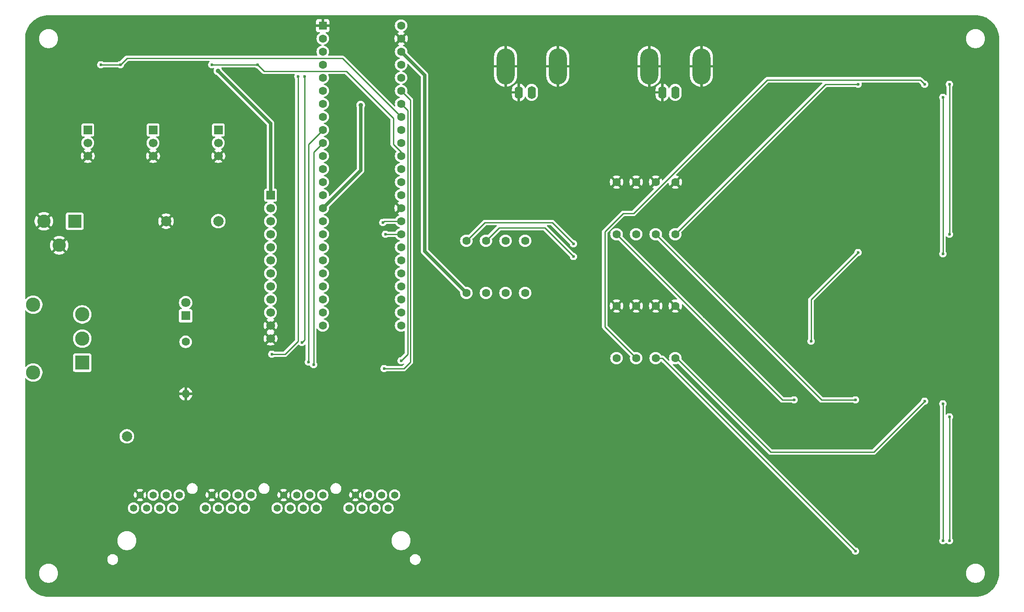
<source format=gbr>
%TF.GenerationSoftware,KiCad,Pcbnew,9.0.4*%
%TF.CreationDate,2026-01-14T14:58:21-05:00*%
%TF.ProjectId,Datta Lab Humidity Chamber PCB,44617474-6120-44c6-9162-2048756d6964,1.0*%
%TF.SameCoordinates,Original*%
%TF.FileFunction,Copper,L2,Bot*%
%TF.FilePolarity,Positive*%
%FSLAX46Y46*%
G04 Gerber Fmt 4.6, Leading zero omitted, Abs format (unit mm)*
G04 Created by KiCad (PCBNEW 9.0.4) date 2026-01-14 14:58:21*
%MOMM*%
%LPD*%
G01*
G04 APERTURE LIST*
%TA.AperFunction,ComponentPad*%
%ADD10C,1.600000*%
%TD*%
%TA.AperFunction,ComponentPad*%
%ADD11O,1.600000X1.600000*%
%TD*%
%TA.AperFunction,ComponentPad*%
%ADD12C,2.000000*%
%TD*%
%TA.AperFunction,ComponentPad*%
%ADD13R,1.700000X1.700000*%
%TD*%
%TA.AperFunction,ComponentPad*%
%ADD14C,1.700000*%
%TD*%
%TA.AperFunction,ComponentPad*%
%ADD15R,2.600000X2.600000*%
%TD*%
%TA.AperFunction,ComponentPad*%
%ADD16C,2.600000*%
%TD*%
%TA.AperFunction,ComponentPad*%
%ADD17O,1.600000X2.500000*%
%TD*%
%TA.AperFunction,ComponentPad*%
%ADD18O,3.500000X7.000000*%
%TD*%
%TA.AperFunction,ComponentPad*%
%ADD19C,1.397000*%
%TD*%
%TA.AperFunction,ComponentPad*%
%ADD20R,1.800000X1.800000*%
%TD*%
%TA.AperFunction,ComponentPad*%
%ADD21C,1.800000*%
%TD*%
%TA.AperFunction,ComponentPad*%
%ADD22R,2.775000X2.775000*%
%TD*%
%TA.AperFunction,ComponentPad*%
%ADD23C,2.775000*%
%TD*%
%TA.AperFunction,ComponentPad*%
%ADD24R,1.600000X1.600000*%
%TD*%
%TA.AperFunction,ViaPad*%
%ADD25C,0.600000*%
%TD*%
%TA.AperFunction,ViaPad*%
%ADD26C,0.889000*%
%TD*%
%TA.AperFunction,Conductor*%
%ADD27C,0.254000*%
%TD*%
%TA.AperFunction,Conductor*%
%ADD28C,0.635000*%
%TD*%
G04 APERTURE END LIST*
D10*
%TO.P,R7,1*%
%TO.N,Net-(J16-Pin_2)*%
X162560000Y-102870000D03*
%TO.P,R7,2*%
%TO.N,GND*%
X162560000Y-92710000D03*
%TD*%
%TO.P,R5,2*%
%TO.N,GND*%
X158750000Y-92710000D03*
%TO.P,R5,1*%
%TO.N,Net-(J13-Pin_2)*%
X158750000Y-102870000D03*
%TD*%
%TO.P,R3,2*%
%TO.N,/SDA-0*%
X129540000Y-80010000D03*
%TO.P,R3,1*%
%TO.N,+3.3V*%
X129540000Y-90170000D03*
%TD*%
%TO.P,R12,2*%
%TO.N,GND*%
X162560000Y-68580000D03*
%TO.P,R12,1*%
%TO.N,Net-(J22-Pin_2)*%
X162560000Y-78740000D03*
%TD*%
%TO.P,R10,2*%
%TO.N,/SCL-1*%
X121920000Y-80010000D03*
%TO.P,R10,1*%
%TO.N,+3.3V*%
X121920000Y-90170000D03*
%TD*%
%TO.P,R4,2*%
%TO.N,/SCL-0*%
X133350000Y-80010000D03*
%TO.P,R4,1*%
%TO.N,+3.3V*%
X133350000Y-90170000D03*
%TD*%
%TO.P,R6,1*%
%TO.N,Net-(J14-Pin_2)*%
X158750000Y-78740000D03*
%TO.P,R6,2*%
%TO.N,GND*%
X158750000Y-68580000D03*
%TD*%
%TO.P,R13,2*%
%TO.N,GND*%
X154940000Y-92710000D03*
%TO.P,R13,1*%
%TO.N,Net-(J24-Pin_2)*%
X154940000Y-102870000D03*
%TD*%
%TO.P,R11,1*%
%TO.N,Net-(J21-Pin_2)*%
X151130000Y-102870000D03*
%TO.P,R11,2*%
%TO.N,GND*%
X151130000Y-92710000D03*
%TD*%
%TO.P,R8,1*%
%TO.N,Net-(J18-Pin_2)*%
X154940000Y-78740000D03*
%TO.P,R8,2*%
%TO.N,GND*%
X154940000Y-68580000D03*
%TD*%
%TO.P,R2,2*%
%TO.N,GND*%
X151130000Y-68580000D03*
%TO.P,R2,1*%
%TO.N,Net-(J10-Pin_2)*%
X151130000Y-78740000D03*
%TD*%
%TO.P,R1,1*%
%TO.N,Net-(D1-K)*%
X67310000Y-99695000D03*
D11*
%TO.P,R1,2*%
%TO.N,GND*%
X67310000Y-109855000D03*
%TD*%
D10*
%TO.P,R9,1*%
%TO.N,+3.3V*%
X125730000Y-90170000D03*
%TO.P,R9,2*%
%TO.N,/SDA-1*%
X125730000Y-80010000D03*
%TD*%
D12*
%TO.P,TP3,1,1*%
%TO.N,+3.3V*%
X73660000Y-76200000D03*
%TD*%
D13*
%TO.P,J5,1,Pin_1*%
%TO.N,/Cam-3-GPIO-1*%
X73660000Y-58420000D03*
D14*
%TO.P,J5,2,Pin_2*%
%TO.N,/Cam-3-GPIO-2*%
X73660000Y-60960000D03*
%TO.P,J5,3,Pin_3*%
%TO.N,GND*%
X73660000Y-63500000D03*
%TD*%
D15*
%TO.P,J7,1*%
%TO.N,Net-(JP1-A)*%
X45720000Y-76200000D03*
D16*
%TO.P,J7,2*%
%TO.N,GND*%
X39720000Y-76200000D03*
%TO.P,J7,3*%
X42720000Y-80900000D03*
%TD*%
D17*
%TO.P,J2,1,In*%
%TO.N,/BNC-2*%
X134620000Y-51110000D03*
D18*
%TO.P,J2,2,Ext*%
%TO.N,GND*%
X129540000Y-46030000D03*
D17*
X132080000Y-51110000D03*
D18*
X139700000Y-46030000D03*
%TD*%
D19*
%TO.P,J8,A1,A1*%
%TO.N,/RX-1*%
X57150000Y-132080000D03*
%TO.P,J8,A2,A2*%
%TO.N,GND*%
X58420000Y-129540000D03*
%TO.P,J8,A3,A3*%
%TO.N,unconnected-(J8-PadA3)*%
X59690000Y-132080000D03*
%TO.P,J8,A4,A4*%
%TO.N,/TX-1*%
X60960000Y-129540000D03*
%TO.P,J8,A5,A5*%
%TO.N,/GPIO-1*%
X62230000Y-132080000D03*
%TO.P,J8,A6,A6*%
%TO.N,unconnected-(J8-PadA6)*%
X63500000Y-129540000D03*
%TO.P,J8,A7,A7*%
%TO.N,unconnected-(J8-PadA7)*%
X64770000Y-132080000D03*
%TO.P,J8,A8,A8*%
%TO.N,unconnected-(J8-PadA8)*%
X66040000Y-129540000D03*
%TO.P,J8,B1,B1*%
%TO.N,/RX-2*%
X71120000Y-132080000D03*
%TO.P,J8,B2,B2*%
%TO.N,GND*%
X72390000Y-129540000D03*
%TO.P,J8,B3,B3*%
%TO.N,unconnected-(J8-PadB3)*%
X73660000Y-132080000D03*
%TO.P,J8,B4,B4*%
%TO.N,/TX-2*%
X74930000Y-129540000D03*
%TO.P,J8,B5,B5*%
%TO.N,/GPIO-2*%
X76200000Y-132080000D03*
%TO.P,J8,B6,B6*%
%TO.N,unconnected-(J8-PadB6)*%
X77470000Y-129540000D03*
%TO.P,J8,B7,B7*%
%TO.N,unconnected-(J8-PadB7)*%
X78740000Y-132080000D03*
%TO.P,J8,B8,B8*%
%TO.N,unconnected-(J8-PadB8)*%
X80010000Y-129540000D03*
%TO.P,J8,C1,C1*%
%TO.N,/RX-3*%
X85090000Y-132080000D03*
%TO.P,J8,C2,C2*%
%TO.N,GND*%
X86360000Y-129540000D03*
%TO.P,J8,C3,C3*%
%TO.N,unconnected-(J8-PadC3)*%
X87630000Y-132080000D03*
%TO.P,J8,C4,C4*%
%TO.N,/TX-3*%
X88900000Y-129540000D03*
%TO.P,J8,C5,C5*%
%TO.N,/GPIO-3*%
X90170000Y-132080000D03*
%TO.P,J8,C6,C6*%
%TO.N,unconnected-(J8-PadC6)*%
X91440000Y-129540000D03*
%TO.P,J8,C7,C7*%
%TO.N,unconnected-(J8-PadC7)*%
X92710000Y-132080000D03*
%TO.P,J8,C8,C8*%
%TO.N,unconnected-(J8-PadC8)*%
X93980000Y-129540000D03*
%TO.P,J8,D1,D1*%
%TO.N,/RX-5*%
X99060000Y-132080000D03*
%TO.P,J8,D2,D2*%
%TO.N,GND*%
X100330000Y-129540000D03*
%TO.P,J8,D3,D3*%
%TO.N,unconnected-(J8-PadD3)*%
X101600000Y-132080000D03*
%TO.P,J8,D4,D4*%
%TO.N,/TX-5*%
X102870000Y-129540000D03*
%TO.P,J8,D5,D5*%
%TO.N,/GPIO-5*%
X104140000Y-132080000D03*
%TO.P,J8,D6,D6*%
%TO.N,unconnected-(J8-PadD6)*%
X105410000Y-129540000D03*
%TO.P,J8,D7,D7*%
%TO.N,unconnected-(J8-PadD7)*%
X106680000Y-132080000D03*
%TO.P,J8,D8,D8*%
%TO.N,unconnected-(J8-PadD8)*%
X107950000Y-129540000D03*
%TD*%
D20*
%TO.P,D1,1,K*%
%TO.N,Net-(D1-K)*%
X67310000Y-94615000D03*
D21*
%TO.P,D1,2,A*%
%TO.N,+24V*%
X67310000Y-92075000D03*
%TD*%
D22*
%TO.P,SW1,1,A*%
%TO.N,Net-(JP1-A)*%
X47183000Y-103760000D03*
D23*
%TO.P,SW1,2,B*%
%TO.N,+24V*%
X47183000Y-99060000D03*
%TO.P,SW1,3*%
%TO.N,N/C*%
X47183000Y-94360000D03*
%TO.P,SW1,S1*%
X37653000Y-105665000D03*
%TO.P,SW1,S2*%
X37653000Y-92455000D03*
%TD*%
D12*
%TO.P,TP1,1,1*%
%TO.N,GND*%
X63500000Y-76200000D03*
%TD*%
D13*
%TO.P,J4,1,Pin_1*%
%TO.N,/Cam-2-GPIO-1*%
X60960000Y-58420000D03*
D14*
%TO.P,J4,2,Pin_2*%
%TO.N,/Cam-2-GPIO-2*%
X60960000Y-60960000D03*
%TO.P,J4,3,Pin_3*%
%TO.N,GND*%
X60960000Y-63500000D03*
%TD*%
D12*
%TO.P,TP2,1,1*%
%TO.N,+24V*%
X55880000Y-118110000D03*
%TD*%
D13*
%TO.P,J6,1,Pin_1*%
%TO.N,+3.3V*%
X83820000Y-71120000D03*
D14*
%TO.P,J6,2,Pin_2*%
X83820000Y-73660000D03*
%TO.P,J6,3,Pin_3*%
%TO.N,Net-(J6-Pin_3)*%
X83820000Y-76200000D03*
%TO.P,J6,4,Pin_4*%
%TO.N,Net-(J6-Pin_4)*%
X83820000Y-78740000D03*
%TO.P,J6,5,Pin_5*%
%TO.N,Net-(J6-Pin_5)*%
X83820000Y-81280000D03*
%TO.P,J6,6,Pin_6*%
%TO.N,Net-(J6-Pin_6)*%
X83820000Y-83820000D03*
%TO.P,J6,7,Pin_7*%
%TO.N,Net-(J6-Pin_7)*%
X83820000Y-86360000D03*
%TO.P,J6,8,Pin_8*%
%TO.N,Net-(J6-Pin_8)*%
X83820000Y-88900000D03*
%TO.P,J6,9,Pin_9*%
%TO.N,Net-(J6-Pin_9)*%
X83820000Y-91440000D03*
%TO.P,J6,10,Pin_10*%
%TO.N,Net-(J6-Pin_10)*%
X83820000Y-93980000D03*
%TO.P,J6,11,Pin_11*%
%TO.N,GND*%
X83820000Y-96520000D03*
%TO.P,J6,12,Pin_12*%
X83820000Y-99060000D03*
%TD*%
D17*
%TO.P,J1,1,In*%
%TO.N,/BNC-1*%
X162560000Y-51110000D03*
D18*
%TO.P,J1,2,Ext*%
%TO.N,GND*%
X157480000Y-46030000D03*
D17*
X160020000Y-51110000D03*
D18*
X167640000Y-46030000D03*
%TD*%
D14*
%TO.P,J3,3,Pin_3*%
%TO.N,GND*%
X48260000Y-63500000D03*
%TO.P,J3,2,Pin_2*%
%TO.N,/Cam-1-GPIO-2*%
X48260000Y-60960000D03*
D13*
%TO.P,J3,1,Pin_1*%
%TO.N,/Cam-1-GPIO-1*%
X48260000Y-58420000D03*
%TD*%
D24*
%TO.P,U1,1,GND*%
%TO.N,GND*%
X93980000Y-38100000D03*
D10*
%TO.P,U1,2,0_RX1_CRX2_CS1*%
%TO.N,/RX-1*%
X93980000Y-40640000D03*
%TO.P,U1,3,1_TX1_CTX2_MISO1*%
%TO.N,/TX-1*%
X93980000Y-43180000D03*
%TO.P,U1,4,2_OUT2*%
%TO.N,/Cam-1-GPIO-1*%
X93980000Y-45720000D03*
%TO.P,U1,5,3_LRCLK2*%
%TO.N,/Cam-1-GPIO-2*%
X93980000Y-48260000D03*
%TO.P,U1,6,4_BCLK2*%
%TO.N,/Cam-2-GPIO-1*%
X93980000Y-50800000D03*
%TO.P,U1,7,5_IN2*%
%TO.N,/Cam-2-GPIO-2*%
X93980000Y-53340000D03*
%TO.P,U1,8,6_OUT1D*%
%TO.N,unconnected-(U1-6_OUT1D-Pad8)*%
X93980000Y-55880000D03*
%TO.P,U1,9,7_RX2_OUT1A*%
%TO.N,/RX-2*%
X93980000Y-58420000D03*
%TO.P,U1,10,8_TX2_IN1*%
%TO.N,/TX-2*%
X93980000Y-60960000D03*
%TO.P,U1,11,9_OUT1C*%
%TO.N,/Cam-3-GPIO-1*%
X93980000Y-63500000D03*
%TO.P,U1,12,10_CS_MQSR*%
%TO.N,/Cam-3-GPIO-2*%
X93980000Y-66040000D03*
%TO.P,U1,13,11_MOSI_CTX1*%
%TO.N,unconnected-(U1-11_MOSI_CTX1-Pad13)*%
X93980000Y-68580000D03*
%TO.P,U1,14,12_MISO_MQSL*%
%TO.N,unconnected-(U1-12_MISO_MQSL-Pad14)*%
X93980000Y-71120000D03*
%TO.P,U1,15,3V3*%
%TO.N,+3.3V*%
X93980000Y-73660000D03*
%TO.P,U1,16,24_A10_TX6_SCL2*%
%TO.N,Net-(J6-Pin_3)*%
X93980000Y-76200000D03*
%TO.P,U1,17,25_A11_RX6_SDA2*%
%TO.N,Net-(J6-Pin_4)*%
X93980000Y-78740000D03*
%TO.P,U1,18,26_A12_MOSI1*%
%TO.N,Net-(J6-Pin_5)*%
X93980000Y-81280000D03*
%TO.P,U1,19,27_A13_SCK1*%
%TO.N,Net-(J6-Pin_6)*%
X93980000Y-83820000D03*
%TO.P,U1,20,28_RX7*%
%TO.N,Net-(J6-Pin_7)*%
X93980000Y-86360000D03*
%TO.P,U1,21,29_TX7*%
%TO.N,Net-(J6-Pin_8)*%
X93980000Y-88900000D03*
%TO.P,U1,22,30_CRX3*%
%TO.N,Net-(J6-Pin_9)*%
X93980000Y-91440000D03*
%TO.P,U1,23,31_CTX3*%
%TO.N,Net-(J6-Pin_10)*%
X93980000Y-93980000D03*
%TO.P,U1,24,32_OUT1B*%
%TO.N,unconnected-(U1-32_OUT1B-Pad24)*%
X93980000Y-96520000D03*
%TO.P,U1,25,33_MCLK2*%
%TO.N,unconnected-(U1-33_MCLK2-Pad25)*%
X109220000Y-96520000D03*
%TO.P,U1,26,34_RX8*%
%TO.N,unconnected-(U1-34_RX8-Pad26)*%
X109220000Y-93980000D03*
%TO.P,U1,27,35_TX8*%
%TO.N,unconnected-(U1-35_TX8-Pad27)*%
X109220000Y-91440000D03*
%TO.P,U1,28,36_CS*%
%TO.N,unconnected-(U1-36_CS-Pad28)*%
X109220000Y-88900000D03*
%TO.P,U1,29,37_CS*%
%TO.N,unconnected-(U1-37_CS-Pad29)*%
X109220000Y-86360000D03*
%TO.P,U1,30,38_CS1_IN1*%
%TO.N,/GPIO-5*%
X109220000Y-83820000D03*
%TO.P,U1,31,39_MISO1_OUT1A*%
%TO.N,/GPIO-3*%
X109220000Y-81280000D03*
%TO.P,U1,32,40_A16*%
%TO.N,/GPIO-2*%
X109220000Y-78740000D03*
%TO.P,U1,33,41_A17*%
%TO.N,/GPIO-1*%
X109220000Y-76200000D03*
%TO.P,U1,34,GND*%
%TO.N,GND*%
X109220000Y-73660000D03*
%TO.P,U1,35,13_SCK_LED*%
%TO.N,unconnected-(U1-13_SCK_LED-Pad35)*%
X109220000Y-71120000D03*
%TO.P,U1,36,14_A0_TX3_SPDIF_OUT*%
%TO.N,/TX-3*%
X109220000Y-68580000D03*
%TO.P,U1,37,15_A1_RX3_SPDIF_IN*%
%TO.N,/RX-3*%
X109220000Y-66040000D03*
%TO.P,U1,38,16_A2_RX4_SCL1*%
%TO.N,/SCL-1*%
X109220000Y-63500000D03*
%TO.P,U1,39,17_A3_TX4_SDA1*%
%TO.N,/SDA-1*%
X109220000Y-60960000D03*
%TO.P,U1,40,18_A4_SDA*%
%TO.N,/SDA-0*%
X109220000Y-58420000D03*
%TO.P,U1,41,19_A5_SCL*%
%TO.N,/SCL-0*%
X109220000Y-55880000D03*
%TO.P,U1,42,20_A6_TX5_LRCLK1*%
%TO.N,/TX-5*%
X109220000Y-53340000D03*
%TO.P,U1,43,21_A7_RX5_BCLK1*%
%TO.N,/RX-5*%
X109220000Y-50800000D03*
%TO.P,U1,44,22_A8_CTX1*%
%TO.N,/BNC-2*%
X109220000Y-48260000D03*
%TO.P,U1,45,23_A9_CRX1_MCLK1*%
%TO.N,/BNC-1*%
X109220000Y-45720000D03*
%TO.P,U1,46,3V3*%
%TO.N,+3.3V*%
X109220000Y-43180000D03*
%TO.P,U1,47,GND*%
%TO.N,GND*%
X109220000Y-40640000D03*
%TO.P,U1,48,VIN*%
%TO.N,unconnected-(U1-VIN-Pad48)*%
X109220000Y-38100000D03*
%TD*%
D25*
%TO.N,/SDA-1*%
X214630000Y-82550000D03*
%TO.N,/SCL-1*%
X215900000Y-78740000D03*
%TO.N,/SCL-0*%
X214630000Y-111760000D03*
%TO.N,/SDA-0*%
X215900000Y-114300000D03*
D26*
%TO.N,+3.3V*%
X101346000Y-53594000D03*
%TO.N,GND*%
X203962000Y-140462000D03*
X204978000Y-81788000D03*
X56388000Y-41656000D03*
X67310000Y-41656000D03*
X78740000Y-43180000D03*
D25*
%TO.N,/SDA-1*%
X142770001Y-83080001D03*
%TO.N,/SCL-1*%
X142748000Y-80580001D03*
%TO.N,Net-(J24-Pin_2)*%
X211074000Y-49530000D03*
%TO.N,Net-(J22-Pin_2)*%
X198120000Y-49530000D03*
%TO.N,Net-(J21-Pin_2)*%
X188976000Y-99568000D03*
X198120000Y-82296000D03*
%TO.N,Net-(J14-Pin_2)*%
X197612000Y-110998000D03*
%TO.N,Net-(J10-Pin_2)*%
X185674000Y-110998000D03*
%TO.N,Net-(J16-Pin_2)*%
X211074000Y-111252000D03*
%TO.N,Net-(J13-Pin_2)*%
X197612000Y-140462000D03*
%TO.N,/RX-1*%
X89154000Y-48006000D03*
X84074000Y-102108000D03*
%TO.N,/TX-1*%
X90424000Y-48006000D03*
X89916000Y-99822000D03*
%TO.N,/RX-2*%
X91186000Y-103632000D03*
%TO.N,/TX-2*%
X92202000Y-104140000D03*
%TO.N,/RX-5*%
X105918000Y-104902000D03*
%TO.N,/TX-5*%
X109220000Y-103378000D03*
%TO.N,/GPIO-1*%
X105664000Y-76454000D03*
%TO.N,/GPIO-2*%
X106172000Y-78740000D03*
D26*
%TO.N,+3.3V*%
X73570253Y-46900253D03*
D25*
%TO.N,/SCL-1*%
X215900000Y-49530000D03*
%TO.N,/SDA-1*%
X214630000Y-52070000D03*
%TO.N,/SDA-0*%
X215900000Y-138430000D03*
%TO.N,/SCL-0*%
X214630000Y-138430000D03*
X54610000Y-45720000D03*
X50800000Y-45720000D03*
%TO.N,/SCL-1*%
X72390000Y-45720000D03*
X81280000Y-45720000D03*
%TD*%
D27*
%TO.N,/SDA-1*%
X214630000Y-82550000D02*
X214630000Y-52070000D01*
%TO.N,/RX-1*%
X84074000Y-102108000D02*
X86614000Y-102108000D01*
X86614000Y-102108000D02*
X89154000Y-99568000D01*
X89154000Y-99568000D02*
X89154000Y-48006000D01*
%TO.N,/SCL-1*%
X142748000Y-80580001D02*
X138621999Y-76454000D01*
X138621999Y-76454000D02*
X125476000Y-76454000D01*
X125476000Y-76454000D02*
X121920000Y-80010000D01*
%TO.N,/SDA-1*%
X128270000Y-77470000D02*
X125730000Y-80010000D01*
X137160000Y-77470000D02*
X128270000Y-77470000D01*
X142770001Y-83080001D02*
X137160000Y-77470000D01*
%TO.N,/RX-5*%
X110998000Y-52578000D02*
X109220000Y-50800000D01*
X105918000Y-104902000D02*
X109728000Y-104902000D01*
X110998000Y-103632000D02*
X110998000Y-52578000D01*
X109728000Y-104902000D02*
X110998000Y-103632000D01*
%TO.N,/TX-2*%
X92202000Y-104140000D02*
X92202000Y-62738000D01*
X92202000Y-62738000D02*
X93980000Y-60960000D01*
%TO.N,/RX-2*%
X91186000Y-103632000D02*
X91186000Y-61214000D01*
X91186000Y-61214000D02*
X93980000Y-58420000D01*
D28*
%TO.N,+3.3V*%
X113792000Y-82042000D02*
X121920000Y-90170000D01*
X101346000Y-66294000D02*
X101346000Y-53594000D01*
X93980000Y-73660000D02*
X101346000Y-66294000D01*
D27*
%TO.N,/SCL-1*%
X81280000Y-45720000D02*
X82550000Y-46990000D01*
X82550000Y-46990000D02*
X98552000Y-46990000D01*
X98552000Y-46990000D02*
X107696000Y-56134000D01*
X107696000Y-56134000D02*
X107696000Y-61214000D01*
X107696000Y-61214000D02*
X109220000Y-62738000D01*
X109220000Y-62738000D02*
X109220000Y-63500000D01*
D28*
%TO.N,+3.3V*%
X109220000Y-43180000D02*
X113792000Y-47752000D01*
X113792000Y-47752000D02*
X113792000Y-82042000D01*
D27*
%TO.N,Net-(J22-Pin_2)*%
X198120000Y-49530000D02*
X191770000Y-49530000D01*
X191770000Y-49530000D02*
X162560000Y-78740000D01*
%TO.N,/GPIO-2*%
X106172000Y-78740000D02*
X109220000Y-78740000D01*
%TO.N,/TX-5*%
X109220000Y-103378000D02*
X110490000Y-102108000D01*
X110490000Y-102108000D02*
X110490000Y-54610000D01*
X110490000Y-54610000D02*
X109220000Y-53340000D01*
%TO.N,/SCL-0*%
X54610000Y-45720000D02*
X55880000Y-44450000D01*
X55880000Y-44450000D02*
X97790000Y-44450000D01*
X97790000Y-44450000D02*
X109220000Y-55880000D01*
%TO.N,Net-(J10-Pin_2)*%
X185674000Y-110998000D02*
X183388000Y-110998000D01*
X183388000Y-110998000D02*
X151130000Y-78740000D01*
%TO.N,Net-(J24-Pin_2)*%
X211074000Y-49530000D02*
X210219000Y-48675000D01*
X210219000Y-48675000D02*
X180433000Y-48675000D01*
X180433000Y-48675000D02*
X154432000Y-74676000D01*
X154432000Y-74676000D02*
X152400000Y-74676000D01*
X152400000Y-74676000D02*
X148844000Y-78232000D01*
X148844000Y-96774000D02*
X154940000Y-102870000D01*
X148844000Y-78232000D02*
X148844000Y-96774000D01*
%TO.N,Net-(J21-Pin_2)*%
X188976000Y-91440000D02*
X188976000Y-99568000D01*
X198120000Y-82296000D02*
X188976000Y-91440000D01*
%TO.N,Net-(J14-Pin_2)*%
X197612000Y-110998000D02*
X191008000Y-110998000D01*
X191008000Y-110998000D02*
X158750000Y-78740000D01*
%TO.N,Net-(J16-Pin_2)*%
X211074000Y-111252000D02*
X201168000Y-121158000D01*
X201168000Y-121158000D02*
X181102000Y-121158000D01*
X181102000Y-121158000D02*
X162814000Y-102870000D01*
X162814000Y-102870000D02*
X162560000Y-102870000D01*
%TO.N,Net-(J13-Pin_2)*%
X197612000Y-140462000D02*
X160020000Y-102870000D01*
X160020000Y-102870000D02*
X158750000Y-102870000D01*
%TO.N,/TX-1*%
X89916000Y-99822000D02*
X90424000Y-99314000D01*
X90424000Y-99314000D02*
X90424000Y-48006000D01*
%TO.N,/GPIO-1*%
X105664000Y-76454000D02*
X105918000Y-76200000D01*
X105918000Y-76200000D02*
X109220000Y-76200000D01*
D28*
%TO.N,+3.3V*%
X83820000Y-71120000D02*
X83820000Y-57150000D01*
X83820000Y-57150000D02*
X73570253Y-46900253D01*
D27*
%TO.N,/SCL-0*%
X54610000Y-45720000D02*
X50800000Y-45720000D01*
%TO.N,/SCL-1*%
X81280000Y-45720000D02*
X72390000Y-45720000D01*
%TO.N,/SDA-0*%
X215900000Y-114300000D02*
X215900000Y-138430000D01*
%TO.N,/SCL-0*%
X214630000Y-138430000D02*
X214630000Y-111760000D01*
%TO.N,/SCL-1*%
X215900000Y-49530000D02*
X215900000Y-78740000D01*
%TD*%
%TA.AperFunction,Conductor*%
%TO.N,GND*%
G36*
X220982198Y-36060595D02*
G01*
X221374751Y-36077734D01*
X221383477Y-36078498D01*
X221770881Y-36129501D01*
X221779496Y-36131020D01*
X222160974Y-36215592D01*
X222169441Y-36217860D01*
X222542095Y-36335358D01*
X222550342Y-36338360D01*
X222911321Y-36487882D01*
X222919275Y-36491591D01*
X223010253Y-36538951D01*
X223265861Y-36672012D01*
X223273449Y-36676393D01*
X223467473Y-36800000D01*
X223602990Y-36886334D01*
X223610179Y-36891368D01*
X223840067Y-37067767D01*
X223920159Y-37129223D01*
X223926878Y-37134861D01*
X224122111Y-37313758D01*
X224214957Y-37398836D01*
X224221163Y-37405042D01*
X224433447Y-37636710D01*
X224485135Y-37693117D01*
X224490776Y-37699840D01*
X224728631Y-38009820D01*
X224733665Y-38017009D01*
X224943602Y-38346544D01*
X224947990Y-38354144D01*
X225128408Y-38700724D01*
X225132117Y-38708678D01*
X225281639Y-39069657D01*
X225284641Y-39077904D01*
X225402137Y-39450553D01*
X225404408Y-39459030D01*
X225488976Y-39840489D01*
X225490500Y-39849132D01*
X225541500Y-40236514D01*
X225542265Y-40245257D01*
X225559404Y-40637801D01*
X225559500Y-40642189D01*
X225559500Y-144777810D01*
X225559404Y-144782198D01*
X225542265Y-145174742D01*
X225541500Y-145183485D01*
X225490500Y-145570867D01*
X225488976Y-145579510D01*
X225404408Y-145960969D01*
X225402137Y-145969446D01*
X225284641Y-146342095D01*
X225281639Y-146350342D01*
X225132117Y-146711321D01*
X225128408Y-146719275D01*
X224947990Y-147065855D01*
X224943602Y-147073455D01*
X224733665Y-147402990D01*
X224728631Y-147410179D01*
X224490776Y-147720159D01*
X224485135Y-147726882D01*
X224221163Y-148014957D01*
X224214957Y-148021163D01*
X223926882Y-148285135D01*
X223920159Y-148290776D01*
X223610179Y-148528631D01*
X223602990Y-148533665D01*
X223273455Y-148743602D01*
X223265855Y-148747990D01*
X222919275Y-148928408D01*
X222911321Y-148932117D01*
X222550342Y-149081639D01*
X222542095Y-149084641D01*
X222169446Y-149202137D01*
X222160969Y-149204408D01*
X221779510Y-149288976D01*
X221770867Y-149290500D01*
X221383485Y-149341500D01*
X221374742Y-149342265D01*
X220982199Y-149359404D01*
X220977811Y-149359500D01*
X40642189Y-149359500D01*
X40637801Y-149359404D01*
X40245257Y-149342265D01*
X40236514Y-149341500D01*
X39849132Y-149290500D01*
X39840489Y-149288976D01*
X39459030Y-149204408D01*
X39450553Y-149202137D01*
X39077904Y-149084641D01*
X39069657Y-149081639D01*
X38708678Y-148932117D01*
X38700724Y-148928408D01*
X38354144Y-148747990D01*
X38346544Y-148743602D01*
X38017009Y-148533665D01*
X38009820Y-148528631D01*
X37699840Y-148290776D01*
X37693117Y-148285135D01*
X37405042Y-148021163D01*
X37398836Y-148014957D01*
X37134861Y-147726878D01*
X37129223Y-147720159D01*
X36891368Y-147410179D01*
X36886334Y-147402990D01*
X36676397Y-147073455D01*
X36672009Y-147065855D01*
X36491591Y-146719275D01*
X36487882Y-146711321D01*
X36338360Y-146350342D01*
X36335358Y-146342095D01*
X36228359Y-146002738D01*
X36217860Y-145969441D01*
X36215591Y-145960969D01*
X36135613Y-145600212D01*
X36131020Y-145579496D01*
X36129501Y-145570881D01*
X36078498Y-145183477D01*
X36077734Y-145174742D01*
X36076295Y-145141789D01*
X36060596Y-144782198D01*
X36060500Y-144777810D01*
X36060500Y-144658709D01*
X38789500Y-144658709D01*
X38789500Y-144901290D01*
X38821159Y-145141774D01*
X38821160Y-145141783D01*
X38883945Y-145376100D01*
X38883946Y-145376102D01*
X38976775Y-145600211D01*
X39098063Y-145810289D01*
X39245730Y-146002733D01*
X39417266Y-146174269D01*
X39609710Y-146321936D01*
X39819788Y-146443224D01*
X40043897Y-146536053D01*
X40043899Y-146536054D01*
X40147214Y-146563737D01*
X40278211Y-146598838D01*
X40278213Y-146598838D01*
X40278216Y-146598839D01*
X40278225Y-146598840D01*
X40518710Y-146630500D01*
X40518712Y-146630500D01*
X40761290Y-146630500D01*
X41001774Y-146598840D01*
X41001783Y-146598839D01*
X41001784Y-146598838D01*
X41001789Y-146598838D01*
X41236100Y-146536054D01*
X41460212Y-146443224D01*
X41670289Y-146321936D01*
X41862738Y-146174265D01*
X42034265Y-146002738D01*
X42066316Y-145960969D01*
X42181936Y-145810289D01*
X42303224Y-145600212D01*
X42396054Y-145376100D01*
X42458838Y-145141789D01*
X42490500Y-144901288D01*
X42490500Y-144658712D01*
X42490500Y-144658709D01*
X219129500Y-144658709D01*
X219129500Y-144901290D01*
X219161159Y-145141774D01*
X219161160Y-145141783D01*
X219223945Y-145376100D01*
X219223946Y-145376102D01*
X219316775Y-145600211D01*
X219438063Y-145810289D01*
X219585730Y-146002733D01*
X219757266Y-146174269D01*
X219949710Y-146321936D01*
X220159788Y-146443224D01*
X220383897Y-146536053D01*
X220383899Y-146536054D01*
X220487214Y-146563737D01*
X220618211Y-146598838D01*
X220618213Y-146598838D01*
X220618216Y-146598839D01*
X220618225Y-146598840D01*
X220858710Y-146630500D01*
X220858712Y-146630500D01*
X221101290Y-146630500D01*
X221341774Y-146598840D01*
X221341783Y-146598839D01*
X221341784Y-146598838D01*
X221341789Y-146598838D01*
X221576100Y-146536054D01*
X221800212Y-146443224D01*
X222010289Y-146321936D01*
X222202738Y-146174265D01*
X222374265Y-146002738D01*
X222406316Y-145960969D01*
X222521936Y-145810289D01*
X222643224Y-145600212D01*
X222736054Y-145376100D01*
X222798838Y-145141789D01*
X222830500Y-144901288D01*
X222830500Y-144658712D01*
X222798838Y-144418211D01*
X222736054Y-144183900D01*
X222643224Y-143959788D01*
X222521936Y-143749710D01*
X222374269Y-143557266D01*
X222202733Y-143385730D01*
X222010289Y-143238063D01*
X221800211Y-143116775D01*
X221576102Y-143023946D01*
X221576100Y-143023945D01*
X221341783Y-142961160D01*
X221341774Y-142961159D01*
X221101290Y-142929500D01*
X221101288Y-142929500D01*
X220858712Y-142929500D01*
X220858710Y-142929500D01*
X220618225Y-142961159D01*
X220618216Y-142961160D01*
X220383899Y-143023945D01*
X220383897Y-143023946D01*
X220159788Y-143116775D01*
X219949710Y-143238063D01*
X219757266Y-143385730D01*
X219585730Y-143557266D01*
X219438063Y-143749710D01*
X219316775Y-143959788D01*
X219223946Y-144183897D01*
X219223945Y-144183899D01*
X219161160Y-144418216D01*
X219161159Y-144418225D01*
X219129500Y-144658709D01*
X42490500Y-144658709D01*
X42458838Y-144418211D01*
X42396054Y-144183900D01*
X42303224Y-143959788D01*
X42181936Y-143749710D01*
X42034269Y-143557266D01*
X41862733Y-143385730D01*
X41670289Y-143238063D01*
X41460211Y-143116775D01*
X41236102Y-143023946D01*
X41236100Y-143023945D01*
X41001783Y-142961160D01*
X41001774Y-142961159D01*
X40761290Y-142929500D01*
X40761288Y-142929500D01*
X40518712Y-142929500D01*
X40518710Y-142929500D01*
X40278225Y-142961159D01*
X40278216Y-142961160D01*
X40043899Y-143023945D01*
X40043897Y-143023946D01*
X39819788Y-143116775D01*
X39609710Y-143238063D01*
X39417266Y-143385730D01*
X39245730Y-143557266D01*
X39098063Y-143749710D01*
X38976775Y-143959788D01*
X38883946Y-144183897D01*
X38883945Y-144183899D01*
X38821160Y-144418216D01*
X38821159Y-144418225D01*
X38789500Y-144658709D01*
X36060500Y-144658709D01*
X36060500Y-142009525D01*
X52060800Y-142009525D01*
X52060800Y-142216474D01*
X52101173Y-142419447D01*
X52101174Y-142419449D01*
X52180371Y-142610646D01*
X52238247Y-142697263D01*
X52295344Y-142782716D01*
X52295346Y-142782718D01*
X52441682Y-142929054D01*
X52613754Y-143044029D01*
X52804951Y-143123226D01*
X53007925Y-143163600D01*
X53007926Y-143163600D01*
X53214874Y-143163600D01*
X53214875Y-143163600D01*
X53417849Y-143123226D01*
X53609046Y-143044029D01*
X53781118Y-142929054D01*
X53927454Y-142782718D01*
X54042429Y-142610646D01*
X54121626Y-142419449D01*
X54162000Y-142216475D01*
X54162000Y-142009525D01*
X110938000Y-142009525D01*
X110938000Y-142216474D01*
X110978373Y-142419447D01*
X110978374Y-142419449D01*
X111057571Y-142610646D01*
X111115447Y-142697263D01*
X111172544Y-142782716D01*
X111172546Y-142782718D01*
X111318882Y-142929054D01*
X111490954Y-143044029D01*
X111682151Y-143123226D01*
X111885125Y-143163600D01*
X111885126Y-143163600D01*
X112092074Y-143163600D01*
X112092075Y-143163600D01*
X112295049Y-143123226D01*
X112486246Y-143044029D01*
X112658318Y-142929054D01*
X112804654Y-142782718D01*
X112919629Y-142610646D01*
X112998826Y-142419449D01*
X113039200Y-142216475D01*
X113039200Y-142009525D01*
X112998826Y-141806551D01*
X112919629Y-141615354D01*
X112804654Y-141443282D01*
X112658318Y-141296946D01*
X112658316Y-141296944D01*
X112572863Y-141239847D01*
X112486246Y-141181971D01*
X112486243Y-141181969D01*
X112486242Y-141181969D01*
X112374245Y-141135578D01*
X112295049Y-141102774D01*
X112295047Y-141102773D01*
X112295048Y-141102773D01*
X112132448Y-141070430D01*
X112092075Y-141062400D01*
X111885125Y-141062400D01*
X111844752Y-141070430D01*
X111682152Y-141102773D01*
X111490957Y-141181969D01*
X111318883Y-141296944D01*
X111318882Y-141296946D01*
X111172546Y-141443282D01*
X111172544Y-141443283D01*
X111057569Y-141615357D01*
X110978373Y-141806552D01*
X110938000Y-142009525D01*
X54162000Y-142009525D01*
X54121626Y-141806551D01*
X54042429Y-141615354D01*
X53927454Y-141443282D01*
X53781118Y-141296946D01*
X53781116Y-141296944D01*
X53695663Y-141239847D01*
X53609046Y-141181971D01*
X53609043Y-141181969D01*
X53609042Y-141181969D01*
X53497045Y-141135578D01*
X53417849Y-141102774D01*
X53417847Y-141102773D01*
X53417848Y-141102773D01*
X53255248Y-141070430D01*
X53214875Y-141062400D01*
X53007925Y-141062400D01*
X52967552Y-141070430D01*
X52804952Y-141102773D01*
X52613757Y-141181969D01*
X52441683Y-141296944D01*
X52441682Y-141296946D01*
X52295346Y-141443282D01*
X52295344Y-141443283D01*
X52180369Y-141615357D01*
X52101173Y-141806552D01*
X52060800Y-142009525D01*
X36060500Y-142009525D01*
X36060500Y-138308697D01*
X54029300Y-138308697D01*
X54029300Y-138551302D01*
X54040477Y-138636196D01*
X54054694Y-138744191D01*
X54060966Y-138791827D01*
X54060968Y-138791840D01*
X54123755Y-139026163D01*
X54123756Y-139026166D01*
X54216596Y-139250302D01*
X54337894Y-139460396D01*
X54337896Y-139460399D01*
X54337897Y-139460400D01*
X54485585Y-139652870D01*
X54657130Y-139824415D01*
X54849600Y-139972103D01*
X54849603Y-139972105D01*
X55059697Y-140093403D01*
X55283833Y-140186243D01*
X55283836Y-140186244D01*
X55518159Y-140249031D01*
X55518163Y-140249031D01*
X55518172Y-140249034D01*
X55730716Y-140277015D01*
X55758698Y-140280700D01*
X55758699Y-140280700D01*
X56001302Y-140280700D01*
X56026367Y-140277399D01*
X56241828Y-140249034D01*
X56241838Y-140249031D01*
X56241840Y-140249031D01*
X56346259Y-140221051D01*
X56476164Y-140186244D01*
X56700300Y-140093404D01*
X56910400Y-139972103D01*
X57102870Y-139824415D01*
X57274415Y-139652870D01*
X57422103Y-139460400D01*
X57543404Y-139250300D01*
X57636244Y-139026164D01*
X57699034Y-138791828D01*
X57730700Y-138551301D01*
X57730700Y-138308699D01*
X57730700Y-138308697D01*
X107369300Y-138308697D01*
X107369300Y-138551302D01*
X107380477Y-138636196D01*
X107394694Y-138744191D01*
X107400966Y-138791827D01*
X107400968Y-138791840D01*
X107463755Y-139026163D01*
X107463756Y-139026166D01*
X107556596Y-139250302D01*
X107677894Y-139460396D01*
X107677896Y-139460399D01*
X107677897Y-139460400D01*
X107825585Y-139652870D01*
X107997130Y-139824415D01*
X108189600Y-139972103D01*
X108189603Y-139972105D01*
X108399697Y-140093403D01*
X108623833Y-140186243D01*
X108623836Y-140186244D01*
X108858159Y-140249031D01*
X108858163Y-140249031D01*
X108858172Y-140249034D01*
X109070716Y-140277015D01*
X109098698Y-140280700D01*
X109098699Y-140280700D01*
X109341302Y-140280700D01*
X109366367Y-140277399D01*
X109581828Y-140249034D01*
X109581838Y-140249031D01*
X109581840Y-140249031D01*
X109686259Y-140221051D01*
X109816164Y-140186244D01*
X110040300Y-140093404D01*
X110250400Y-139972103D01*
X110442870Y-139824415D01*
X110614415Y-139652870D01*
X110762103Y-139460400D01*
X110883404Y-139250300D01*
X110976244Y-139026164D01*
X111039034Y-138791828D01*
X111070700Y-138551301D01*
X111070700Y-138308699D01*
X111039034Y-138068172D01*
X111026467Y-138021272D01*
X110976244Y-137833836D01*
X110976243Y-137833833D01*
X110883403Y-137609697D01*
X110762105Y-137399603D01*
X110762103Y-137399600D01*
X110614415Y-137207130D01*
X110442870Y-137035585D01*
X110250400Y-136887897D01*
X110250399Y-136887896D01*
X110250396Y-136887894D01*
X110040302Y-136766596D01*
X109816166Y-136673756D01*
X109816163Y-136673755D01*
X109581840Y-136610968D01*
X109581829Y-136610966D01*
X109581828Y-136610966D01*
X109461564Y-136595133D01*
X109341302Y-136579300D01*
X109341301Y-136579300D01*
X109098699Y-136579300D01*
X109098698Y-136579300D01*
X108858172Y-136610966D01*
X108858159Y-136610968D01*
X108623836Y-136673755D01*
X108623833Y-136673756D01*
X108399697Y-136766596D01*
X108189603Y-136887894D01*
X107997126Y-137035588D01*
X107825588Y-137207126D01*
X107677894Y-137399603D01*
X107556596Y-137609697D01*
X107463756Y-137833833D01*
X107463755Y-137833836D01*
X107400968Y-138068159D01*
X107400966Y-138068172D01*
X107369300Y-138308697D01*
X57730700Y-138308697D01*
X57699034Y-138068172D01*
X57686467Y-138021272D01*
X57636244Y-137833836D01*
X57636243Y-137833833D01*
X57543403Y-137609697D01*
X57422105Y-137399603D01*
X57422103Y-137399600D01*
X57274415Y-137207130D01*
X57102870Y-137035585D01*
X56910400Y-136887897D01*
X56910399Y-136887896D01*
X56910396Y-136887894D01*
X56700302Y-136766596D01*
X56476166Y-136673756D01*
X56476163Y-136673755D01*
X56241840Y-136610968D01*
X56241829Y-136610966D01*
X56241828Y-136610966D01*
X56121564Y-136595133D01*
X56001302Y-136579300D01*
X56001301Y-136579300D01*
X55758699Y-136579300D01*
X55758698Y-136579300D01*
X55518172Y-136610966D01*
X55518159Y-136610968D01*
X55283836Y-136673755D01*
X55283833Y-136673756D01*
X55059697Y-136766596D01*
X54849603Y-136887894D01*
X54657126Y-137035588D01*
X54485588Y-137207126D01*
X54337894Y-137399603D01*
X54216596Y-137609697D01*
X54123756Y-137833833D01*
X54123755Y-137833836D01*
X54060968Y-138068159D01*
X54060966Y-138068172D01*
X54029300Y-138308697D01*
X36060500Y-138308697D01*
X36060500Y-131992998D01*
X56044600Y-131992998D01*
X56044600Y-132167001D01*
X56071818Y-132338843D01*
X56071821Y-132338857D01*
X56125585Y-132504325D01*
X56125586Y-132504327D01*
X56204569Y-132659343D01*
X56204574Y-132659351D01*
X56204577Y-132659356D01*
X56255712Y-132729738D01*
X56306846Y-132800118D01*
X56306848Y-132800120D01*
X56429880Y-132923152D01*
X56570644Y-133025423D01*
X56570650Y-133025426D01*
X56570656Y-133025430D01*
X56725672Y-133104413D01*
X56725674Y-133104414D01*
X56891142Y-133158178D01*
X56891144Y-133158178D01*
X56891152Y-133158181D01*
X57062998Y-133185399D01*
X57063000Y-133185400D01*
X57063003Y-133185400D01*
X57237000Y-133185400D01*
X57237000Y-133185399D01*
X57408848Y-133158181D01*
X57574326Y-133104414D01*
X57662052Y-133059715D01*
X57729343Y-133025430D01*
X57729345Y-133025428D01*
X57729356Y-133025423D01*
X57870120Y-132923152D01*
X57993152Y-132800120D01*
X58095423Y-132659356D01*
X58174414Y-132504326D01*
X58228181Y-132338848D01*
X58255400Y-132166997D01*
X58255400Y-131993003D01*
X58255400Y-131992999D01*
X58255399Y-131992998D01*
X58584600Y-131992998D01*
X58584600Y-132167001D01*
X58611818Y-132338843D01*
X58611821Y-132338857D01*
X58665585Y-132504325D01*
X58665586Y-132504327D01*
X58744569Y-132659343D01*
X58744574Y-132659351D01*
X58744577Y-132659356D01*
X58795712Y-132729738D01*
X58846846Y-132800118D01*
X58846848Y-132800120D01*
X58969880Y-132923152D01*
X59110644Y-133025423D01*
X59110650Y-133025426D01*
X59110656Y-133025430D01*
X59265672Y-133104413D01*
X59265674Y-133104414D01*
X59431142Y-133158178D01*
X59431144Y-133158178D01*
X59431152Y-133158181D01*
X59602998Y-133185399D01*
X59603000Y-133185400D01*
X59603003Y-133185400D01*
X59777000Y-133185400D01*
X59777000Y-133185399D01*
X59948848Y-133158181D01*
X60114326Y-133104414D01*
X60202052Y-133059715D01*
X60269343Y-133025430D01*
X60269345Y-133025428D01*
X60269356Y-133025423D01*
X60410120Y-132923152D01*
X60533152Y-132800120D01*
X60635423Y-132659356D01*
X60714414Y-132504326D01*
X60768181Y-132338848D01*
X60795400Y-132166997D01*
X60795400Y-131993003D01*
X60795400Y-131992999D01*
X60795399Y-131992998D01*
X61124600Y-131992998D01*
X61124600Y-132167001D01*
X61151818Y-132338843D01*
X61151821Y-132338857D01*
X61205585Y-132504325D01*
X61205586Y-132504327D01*
X61284569Y-132659343D01*
X61284574Y-132659351D01*
X61284577Y-132659356D01*
X61335712Y-132729738D01*
X61386846Y-132800118D01*
X61386848Y-132800120D01*
X61509880Y-132923152D01*
X61650644Y-133025423D01*
X61650650Y-133025426D01*
X61650656Y-133025430D01*
X61805672Y-133104413D01*
X61805674Y-133104414D01*
X61971142Y-133158178D01*
X61971144Y-133158178D01*
X61971152Y-133158181D01*
X62142998Y-133185399D01*
X62143000Y-133185400D01*
X62143003Y-133185400D01*
X62317000Y-133185400D01*
X62317000Y-133185399D01*
X62488848Y-133158181D01*
X62654326Y-133104414D01*
X62742052Y-133059715D01*
X62809343Y-133025430D01*
X62809345Y-133025428D01*
X62809356Y-133025423D01*
X62950120Y-132923152D01*
X63073152Y-132800120D01*
X63175423Y-132659356D01*
X63254414Y-132504326D01*
X63308181Y-132338848D01*
X63335400Y-132166997D01*
X63335400Y-131993003D01*
X63335400Y-131992999D01*
X63335399Y-131992998D01*
X63664600Y-131992998D01*
X63664600Y-132167001D01*
X63691818Y-132338843D01*
X63691821Y-132338857D01*
X63745585Y-132504325D01*
X63745586Y-132504327D01*
X63824569Y-132659343D01*
X63824574Y-132659351D01*
X63824577Y-132659356D01*
X63875712Y-132729738D01*
X63926846Y-132800118D01*
X63926848Y-132800120D01*
X64049880Y-132923152D01*
X64190644Y-133025423D01*
X64190650Y-133025426D01*
X64190656Y-133025430D01*
X64345672Y-133104413D01*
X64345674Y-133104414D01*
X64511142Y-133158178D01*
X64511144Y-133158178D01*
X64511152Y-133158181D01*
X64682998Y-133185399D01*
X64683000Y-133185400D01*
X64683003Y-133185400D01*
X64857000Y-133185400D01*
X64857000Y-133185399D01*
X65028848Y-133158181D01*
X65194326Y-133104414D01*
X65282052Y-133059715D01*
X65349343Y-133025430D01*
X65349345Y-133025428D01*
X65349356Y-133025423D01*
X65490120Y-132923152D01*
X65613152Y-132800120D01*
X65715423Y-132659356D01*
X65794414Y-132504326D01*
X65848181Y-132338848D01*
X65875400Y-132166997D01*
X65875400Y-131993003D01*
X65875400Y-131992999D01*
X65875399Y-131992998D01*
X70014600Y-131992998D01*
X70014600Y-132167001D01*
X70041818Y-132338843D01*
X70041821Y-132338857D01*
X70095585Y-132504325D01*
X70095586Y-132504327D01*
X70174569Y-132659343D01*
X70174574Y-132659351D01*
X70174577Y-132659356D01*
X70225712Y-132729738D01*
X70276846Y-132800118D01*
X70276848Y-132800120D01*
X70399880Y-132923152D01*
X70540644Y-133025423D01*
X70540650Y-133025426D01*
X70540656Y-133025430D01*
X70695672Y-133104413D01*
X70695674Y-133104414D01*
X70861142Y-133158178D01*
X70861144Y-133158178D01*
X70861152Y-133158181D01*
X71032998Y-133185399D01*
X71033000Y-133185400D01*
X71033003Y-133185400D01*
X71207000Y-133185400D01*
X71207000Y-133185399D01*
X71378848Y-133158181D01*
X71544326Y-133104414D01*
X71632052Y-133059715D01*
X71699343Y-133025430D01*
X71699345Y-133025428D01*
X71699356Y-133025423D01*
X71840120Y-132923152D01*
X71963152Y-132800120D01*
X72065423Y-132659356D01*
X72144414Y-132504326D01*
X72198181Y-132338848D01*
X72225400Y-132166997D01*
X72225400Y-131993003D01*
X72225400Y-131992999D01*
X72225399Y-131992998D01*
X72554600Y-131992998D01*
X72554600Y-132167001D01*
X72581818Y-132338843D01*
X72581821Y-132338857D01*
X72635585Y-132504325D01*
X72635586Y-132504327D01*
X72714569Y-132659343D01*
X72714574Y-132659351D01*
X72714577Y-132659356D01*
X72765712Y-132729738D01*
X72816846Y-132800118D01*
X72816848Y-132800120D01*
X72939880Y-132923152D01*
X73080644Y-133025423D01*
X73080650Y-133025426D01*
X73080656Y-133025430D01*
X73235672Y-133104413D01*
X73235674Y-133104414D01*
X73401142Y-133158178D01*
X73401144Y-133158178D01*
X73401152Y-133158181D01*
X73572998Y-133185399D01*
X73573000Y-133185400D01*
X73573003Y-133185400D01*
X73747000Y-133185400D01*
X73747000Y-133185399D01*
X73918848Y-133158181D01*
X74084326Y-133104414D01*
X74172052Y-133059715D01*
X74239343Y-133025430D01*
X74239345Y-133025428D01*
X74239356Y-133025423D01*
X74380120Y-132923152D01*
X74503152Y-132800120D01*
X74605423Y-132659356D01*
X74684414Y-132504326D01*
X74738181Y-132338848D01*
X74765400Y-132166997D01*
X74765400Y-131993003D01*
X74765400Y-131992999D01*
X74765399Y-131992998D01*
X75094600Y-131992998D01*
X75094600Y-132167001D01*
X75121818Y-132338843D01*
X75121821Y-132338857D01*
X75175585Y-132504325D01*
X75175586Y-132504327D01*
X75254569Y-132659343D01*
X75254574Y-132659351D01*
X75254577Y-132659356D01*
X75305712Y-132729738D01*
X75356846Y-132800118D01*
X75356848Y-132800120D01*
X75479880Y-132923152D01*
X75620644Y-133025423D01*
X75620650Y-133025426D01*
X75620656Y-133025430D01*
X75775672Y-133104413D01*
X75775674Y-133104414D01*
X75941142Y-133158178D01*
X75941144Y-133158178D01*
X75941152Y-133158181D01*
X76112998Y-133185399D01*
X76113000Y-133185400D01*
X76113003Y-133185400D01*
X76287000Y-133185400D01*
X76287000Y-133185399D01*
X76458848Y-133158181D01*
X76624326Y-133104414D01*
X76712052Y-133059715D01*
X76779343Y-133025430D01*
X76779345Y-133025428D01*
X76779356Y-133025423D01*
X76920120Y-132923152D01*
X77043152Y-132800120D01*
X77145423Y-132659356D01*
X77224414Y-132504326D01*
X77278181Y-132338848D01*
X77305400Y-132166997D01*
X77305400Y-131993003D01*
X77305400Y-131992999D01*
X77305399Y-131992998D01*
X77634600Y-131992998D01*
X77634600Y-132167001D01*
X77661818Y-132338843D01*
X77661821Y-132338857D01*
X77715585Y-132504325D01*
X77715586Y-132504327D01*
X77794569Y-132659343D01*
X77794574Y-132659351D01*
X77794577Y-132659356D01*
X77845712Y-132729738D01*
X77896846Y-132800118D01*
X77896848Y-132800120D01*
X78019880Y-132923152D01*
X78160644Y-133025423D01*
X78160650Y-133025426D01*
X78160656Y-133025430D01*
X78315672Y-133104413D01*
X78315674Y-133104414D01*
X78481142Y-133158178D01*
X78481144Y-133158178D01*
X78481152Y-133158181D01*
X78652998Y-133185399D01*
X78653000Y-133185400D01*
X78653003Y-133185400D01*
X78827000Y-133185400D01*
X78827000Y-133185399D01*
X78998848Y-133158181D01*
X79164326Y-133104414D01*
X79252052Y-133059715D01*
X79319343Y-133025430D01*
X79319345Y-133025428D01*
X79319356Y-133025423D01*
X79460120Y-132923152D01*
X79583152Y-132800120D01*
X79685423Y-132659356D01*
X79764414Y-132504326D01*
X79818181Y-132338848D01*
X79845400Y-132166997D01*
X79845400Y-131993003D01*
X79845400Y-131992999D01*
X79845399Y-131992998D01*
X83984600Y-131992998D01*
X83984600Y-132167001D01*
X84011818Y-132338843D01*
X84011821Y-132338857D01*
X84065585Y-132504325D01*
X84065586Y-132504327D01*
X84144569Y-132659343D01*
X84144574Y-132659351D01*
X84144577Y-132659356D01*
X84195712Y-132729738D01*
X84246846Y-132800118D01*
X84246848Y-132800120D01*
X84369880Y-132923152D01*
X84510644Y-133025423D01*
X84510650Y-133025426D01*
X84510656Y-133025430D01*
X84665672Y-133104413D01*
X84665674Y-133104414D01*
X84831142Y-133158178D01*
X84831144Y-133158178D01*
X84831152Y-133158181D01*
X85002998Y-133185399D01*
X85003000Y-133185400D01*
X85003003Y-133185400D01*
X85177000Y-133185400D01*
X85177000Y-133185399D01*
X85348848Y-133158181D01*
X85514326Y-133104414D01*
X85602052Y-133059715D01*
X85669343Y-133025430D01*
X85669345Y-133025428D01*
X85669356Y-133025423D01*
X85810120Y-132923152D01*
X85933152Y-132800120D01*
X86035423Y-132659356D01*
X86114414Y-132504326D01*
X86168181Y-132338848D01*
X86195400Y-132166997D01*
X86195400Y-131993003D01*
X86195400Y-131992999D01*
X86195399Y-131992998D01*
X86524600Y-131992998D01*
X86524600Y-132167001D01*
X86551818Y-132338843D01*
X86551821Y-132338857D01*
X86605585Y-132504325D01*
X86605586Y-132504327D01*
X86684569Y-132659343D01*
X86684574Y-132659351D01*
X86684577Y-132659356D01*
X86735712Y-132729738D01*
X86786846Y-132800118D01*
X86786848Y-132800120D01*
X86909880Y-132923152D01*
X87050644Y-133025423D01*
X87050650Y-133025426D01*
X87050656Y-133025430D01*
X87205672Y-133104413D01*
X87205674Y-133104414D01*
X87371142Y-133158178D01*
X87371144Y-133158178D01*
X87371152Y-133158181D01*
X87542998Y-133185399D01*
X87543000Y-133185400D01*
X87543003Y-133185400D01*
X87717000Y-133185400D01*
X87717000Y-133185399D01*
X87888848Y-133158181D01*
X88054326Y-133104414D01*
X88142052Y-133059715D01*
X88209343Y-133025430D01*
X88209345Y-133025428D01*
X88209356Y-133025423D01*
X88350120Y-132923152D01*
X88473152Y-132800120D01*
X88575423Y-132659356D01*
X88654414Y-132504326D01*
X88708181Y-132338848D01*
X88735400Y-132166997D01*
X88735400Y-131993003D01*
X88735400Y-131992999D01*
X88735399Y-131992998D01*
X89064600Y-131992998D01*
X89064600Y-132167001D01*
X89091818Y-132338843D01*
X89091821Y-132338857D01*
X89145585Y-132504325D01*
X89145586Y-132504327D01*
X89224569Y-132659343D01*
X89224574Y-132659351D01*
X89224577Y-132659356D01*
X89275712Y-132729738D01*
X89326846Y-132800118D01*
X89326848Y-132800120D01*
X89449880Y-132923152D01*
X89590644Y-133025423D01*
X89590650Y-133025426D01*
X89590656Y-133025430D01*
X89745672Y-133104413D01*
X89745674Y-133104414D01*
X89911142Y-133158178D01*
X89911144Y-133158178D01*
X89911152Y-133158181D01*
X90082998Y-133185399D01*
X90083000Y-133185400D01*
X90083003Y-133185400D01*
X90257000Y-133185400D01*
X90257000Y-133185399D01*
X90428848Y-133158181D01*
X90594326Y-133104414D01*
X90682052Y-133059715D01*
X90749343Y-133025430D01*
X90749345Y-133025428D01*
X90749356Y-133025423D01*
X90890120Y-132923152D01*
X91013152Y-132800120D01*
X91115423Y-132659356D01*
X91194414Y-132504326D01*
X91248181Y-132338848D01*
X91275400Y-132166997D01*
X91275400Y-131993003D01*
X91275400Y-131992999D01*
X91275399Y-131992998D01*
X91604600Y-131992998D01*
X91604600Y-132167001D01*
X91631818Y-132338843D01*
X91631821Y-132338857D01*
X91685585Y-132504325D01*
X91685586Y-132504327D01*
X91764569Y-132659343D01*
X91764574Y-132659351D01*
X91764577Y-132659356D01*
X91815712Y-132729738D01*
X91866846Y-132800118D01*
X91866848Y-132800120D01*
X91989880Y-132923152D01*
X92130644Y-133025423D01*
X92130650Y-133025426D01*
X92130656Y-133025430D01*
X92285672Y-133104413D01*
X92285674Y-133104414D01*
X92451142Y-133158178D01*
X92451144Y-133158178D01*
X92451152Y-133158181D01*
X92622998Y-133185399D01*
X92623000Y-133185400D01*
X92623003Y-133185400D01*
X92797000Y-133185400D01*
X92797000Y-133185399D01*
X92968848Y-133158181D01*
X93134326Y-133104414D01*
X93222052Y-133059715D01*
X93289343Y-133025430D01*
X93289345Y-133025428D01*
X93289356Y-133025423D01*
X93430120Y-132923152D01*
X93553152Y-132800120D01*
X93655423Y-132659356D01*
X93734414Y-132504326D01*
X93788181Y-132338848D01*
X93815400Y-132166997D01*
X93815400Y-131993003D01*
X93815400Y-131992999D01*
X93815399Y-131992998D01*
X97954600Y-131992998D01*
X97954600Y-132167001D01*
X97981818Y-132338843D01*
X97981821Y-132338857D01*
X98035585Y-132504325D01*
X98035586Y-132504327D01*
X98114569Y-132659343D01*
X98114574Y-132659351D01*
X98114577Y-132659356D01*
X98165712Y-132729738D01*
X98216846Y-132800118D01*
X98216848Y-132800120D01*
X98339880Y-132923152D01*
X98480644Y-133025423D01*
X98480650Y-133025426D01*
X98480656Y-133025430D01*
X98635672Y-133104413D01*
X98635674Y-133104414D01*
X98801142Y-133158178D01*
X98801144Y-133158178D01*
X98801152Y-133158181D01*
X98972998Y-133185399D01*
X98973000Y-133185400D01*
X98973003Y-133185400D01*
X99147000Y-133185400D01*
X99147000Y-133185399D01*
X99318848Y-133158181D01*
X99484326Y-133104414D01*
X99572052Y-133059715D01*
X99639343Y-133025430D01*
X99639345Y-133025428D01*
X99639356Y-133025423D01*
X99780120Y-132923152D01*
X99903152Y-132800120D01*
X100005423Y-132659356D01*
X100084414Y-132504326D01*
X100138181Y-132338848D01*
X100165400Y-132166997D01*
X100165400Y-131993003D01*
X100165400Y-131992999D01*
X100165399Y-131992998D01*
X100494600Y-131992998D01*
X100494600Y-132167001D01*
X100521818Y-132338843D01*
X100521821Y-132338857D01*
X100575585Y-132504325D01*
X100575586Y-132504327D01*
X100654569Y-132659343D01*
X100654574Y-132659351D01*
X100654577Y-132659356D01*
X100705712Y-132729738D01*
X100756846Y-132800118D01*
X100756848Y-132800120D01*
X100879880Y-132923152D01*
X101020644Y-133025423D01*
X101020650Y-133025426D01*
X101020656Y-133025430D01*
X101175672Y-133104413D01*
X101175674Y-133104414D01*
X101341142Y-133158178D01*
X101341144Y-133158178D01*
X101341152Y-133158181D01*
X101512998Y-133185399D01*
X101513000Y-133185400D01*
X101513003Y-133185400D01*
X101687000Y-133185400D01*
X101687000Y-133185399D01*
X101858848Y-133158181D01*
X102024326Y-133104414D01*
X102112052Y-133059715D01*
X102179343Y-133025430D01*
X102179345Y-133025428D01*
X102179356Y-133025423D01*
X102320120Y-132923152D01*
X102443152Y-132800120D01*
X102545423Y-132659356D01*
X102624414Y-132504326D01*
X102678181Y-132338848D01*
X102705400Y-132166997D01*
X102705400Y-131993003D01*
X102705400Y-131992999D01*
X102705399Y-131992998D01*
X103034600Y-131992998D01*
X103034600Y-132167001D01*
X103061818Y-132338843D01*
X103061821Y-132338857D01*
X103115585Y-132504325D01*
X103115586Y-132504327D01*
X103194569Y-132659343D01*
X103194574Y-132659351D01*
X103194577Y-132659356D01*
X103245712Y-132729738D01*
X103296846Y-132800118D01*
X103296848Y-132800120D01*
X103419880Y-132923152D01*
X103560644Y-133025423D01*
X103560650Y-133025426D01*
X103560656Y-133025430D01*
X103715672Y-133104413D01*
X103715674Y-133104414D01*
X103881142Y-133158178D01*
X103881144Y-133158178D01*
X103881152Y-133158181D01*
X104052998Y-133185399D01*
X104053000Y-133185400D01*
X104053003Y-133185400D01*
X104227000Y-133185400D01*
X104227000Y-133185399D01*
X104398848Y-133158181D01*
X104564326Y-133104414D01*
X104652052Y-133059715D01*
X104719343Y-133025430D01*
X104719345Y-133025428D01*
X104719356Y-133025423D01*
X104860120Y-132923152D01*
X104983152Y-132800120D01*
X105085423Y-132659356D01*
X105164414Y-132504326D01*
X105218181Y-132338848D01*
X105245400Y-132166997D01*
X105245400Y-131993003D01*
X105245400Y-131992999D01*
X105245399Y-131992998D01*
X105574600Y-131992998D01*
X105574600Y-132167001D01*
X105601818Y-132338843D01*
X105601821Y-132338857D01*
X105655585Y-132504325D01*
X105655586Y-132504327D01*
X105734569Y-132659343D01*
X105734574Y-132659351D01*
X105734577Y-132659356D01*
X105785712Y-132729738D01*
X105836846Y-132800118D01*
X105836848Y-132800120D01*
X105959880Y-132923152D01*
X106100644Y-133025423D01*
X106100650Y-133025426D01*
X106100656Y-133025430D01*
X106255672Y-133104413D01*
X106255674Y-133104414D01*
X106421142Y-133158178D01*
X106421144Y-133158178D01*
X106421152Y-133158181D01*
X106592998Y-133185399D01*
X106593000Y-133185400D01*
X106593003Y-133185400D01*
X106767000Y-133185400D01*
X106767000Y-133185399D01*
X106938848Y-133158181D01*
X107104326Y-133104414D01*
X107192052Y-133059715D01*
X107259343Y-133025430D01*
X107259345Y-133025428D01*
X107259356Y-133025423D01*
X107400120Y-132923152D01*
X107523152Y-132800120D01*
X107625423Y-132659356D01*
X107704414Y-132504326D01*
X107758181Y-132338848D01*
X107785400Y-132166997D01*
X107785400Y-131993003D01*
X107785400Y-131992999D01*
X107785399Y-131992998D01*
X107758181Y-131821152D01*
X107704414Y-131655674D01*
X107704413Y-131655672D01*
X107625430Y-131500656D01*
X107625426Y-131500650D01*
X107625423Y-131500644D01*
X107523152Y-131359880D01*
X107400120Y-131236848D01*
X107400118Y-131236846D01*
X107329738Y-131185712D01*
X107259356Y-131134577D01*
X107259351Y-131134574D01*
X107259343Y-131134569D01*
X107104327Y-131055586D01*
X107104325Y-131055585D01*
X106938857Y-131001821D01*
X106938843Y-131001818D01*
X106767001Y-130974600D01*
X106766997Y-130974600D01*
X106593003Y-130974600D01*
X106592999Y-130974600D01*
X106421156Y-131001818D01*
X106421142Y-131001821D01*
X106255674Y-131055585D01*
X106255672Y-131055586D01*
X106100656Y-131134569D01*
X106100641Y-131134579D01*
X105959881Y-131236846D01*
X105836846Y-131359881D01*
X105734579Y-131500641D01*
X105734569Y-131500656D01*
X105655586Y-131655672D01*
X105655585Y-131655674D01*
X105601821Y-131821142D01*
X105601818Y-131821156D01*
X105574600Y-131992998D01*
X105245399Y-131992998D01*
X105218181Y-131821152D01*
X105164414Y-131655674D01*
X105164413Y-131655672D01*
X105085430Y-131500656D01*
X105085426Y-131500650D01*
X105085423Y-131500644D01*
X104983152Y-131359880D01*
X104860120Y-131236848D01*
X104860118Y-131236846D01*
X104789738Y-131185712D01*
X104719356Y-131134577D01*
X104719351Y-131134574D01*
X104719343Y-131134569D01*
X104564327Y-131055586D01*
X104564325Y-131055585D01*
X104398857Y-131001821D01*
X104398843Y-131001818D01*
X104227001Y-130974600D01*
X104226997Y-130974600D01*
X104053003Y-130974600D01*
X104052999Y-130974600D01*
X103881156Y-131001818D01*
X103881142Y-131001821D01*
X103715674Y-131055585D01*
X103715672Y-131055586D01*
X103560656Y-131134569D01*
X103560641Y-131134579D01*
X103419881Y-131236846D01*
X103296846Y-131359881D01*
X103194579Y-131500641D01*
X103194569Y-131500656D01*
X103115586Y-131655672D01*
X103115585Y-131655674D01*
X103061821Y-131821142D01*
X103061818Y-131821156D01*
X103034600Y-131992998D01*
X102705399Y-131992998D01*
X102678181Y-131821152D01*
X102624414Y-131655674D01*
X102624413Y-131655672D01*
X102545430Y-131500656D01*
X102545426Y-131500650D01*
X102545423Y-131500644D01*
X102443152Y-131359880D01*
X102320120Y-131236848D01*
X102320118Y-131236846D01*
X102249738Y-131185712D01*
X102179356Y-131134577D01*
X102179351Y-131134574D01*
X102179343Y-131134569D01*
X102024327Y-131055586D01*
X102024325Y-131055585D01*
X101858857Y-131001821D01*
X101858843Y-131001818D01*
X101687001Y-130974600D01*
X101686997Y-130974600D01*
X101513003Y-130974600D01*
X101512999Y-130974600D01*
X101341156Y-131001818D01*
X101341142Y-131001821D01*
X101175674Y-131055585D01*
X101175672Y-131055586D01*
X101020656Y-131134569D01*
X101020641Y-131134579D01*
X100879881Y-131236846D01*
X100756846Y-131359881D01*
X100654579Y-131500641D01*
X100654569Y-131500656D01*
X100575586Y-131655672D01*
X100575585Y-131655674D01*
X100521821Y-131821142D01*
X100521818Y-131821156D01*
X100494600Y-131992998D01*
X100165399Y-131992998D01*
X100138181Y-131821152D01*
X100084414Y-131655674D01*
X100084413Y-131655672D01*
X100005430Y-131500656D01*
X100005426Y-131500650D01*
X100005423Y-131500644D01*
X99903152Y-131359880D01*
X99780120Y-131236848D01*
X99780118Y-131236846D01*
X99709738Y-131185712D01*
X99639356Y-131134577D01*
X99639351Y-131134574D01*
X99639343Y-131134569D01*
X99484327Y-131055586D01*
X99484325Y-131055585D01*
X99318857Y-131001821D01*
X99318843Y-131001818D01*
X99147001Y-130974600D01*
X99146997Y-130974600D01*
X98973003Y-130974600D01*
X98972999Y-130974600D01*
X98801156Y-131001818D01*
X98801142Y-131001821D01*
X98635674Y-131055585D01*
X98635672Y-131055586D01*
X98480656Y-131134569D01*
X98480641Y-131134579D01*
X98339881Y-131236846D01*
X98216846Y-131359881D01*
X98114579Y-131500641D01*
X98114569Y-131500656D01*
X98035586Y-131655672D01*
X98035585Y-131655674D01*
X97981821Y-131821142D01*
X97981818Y-131821156D01*
X97954600Y-131992998D01*
X93815399Y-131992998D01*
X93788181Y-131821152D01*
X93734414Y-131655674D01*
X93734413Y-131655672D01*
X93655430Y-131500656D01*
X93655426Y-131500650D01*
X93655423Y-131500644D01*
X93553152Y-131359880D01*
X93430120Y-131236848D01*
X93430118Y-131236846D01*
X93359738Y-131185712D01*
X93289356Y-131134577D01*
X93289351Y-131134574D01*
X93289343Y-131134569D01*
X93134327Y-131055586D01*
X93134325Y-131055585D01*
X92968857Y-131001821D01*
X92968843Y-131001818D01*
X92797001Y-130974600D01*
X92796997Y-130974600D01*
X92623003Y-130974600D01*
X92622999Y-130974600D01*
X92451156Y-131001818D01*
X92451142Y-131001821D01*
X92285674Y-131055585D01*
X92285672Y-131055586D01*
X92130656Y-131134569D01*
X92130641Y-131134579D01*
X91989881Y-131236846D01*
X91866846Y-131359881D01*
X91764579Y-131500641D01*
X91764569Y-131500656D01*
X91685586Y-131655672D01*
X91685585Y-131655674D01*
X91631821Y-131821142D01*
X91631818Y-131821156D01*
X91604600Y-131992998D01*
X91275399Y-131992998D01*
X91248181Y-131821152D01*
X91194414Y-131655674D01*
X91194413Y-131655672D01*
X91115430Y-131500656D01*
X91115426Y-131500650D01*
X91115423Y-131500644D01*
X91013152Y-131359880D01*
X90890120Y-131236848D01*
X90890118Y-131236846D01*
X90819738Y-131185712D01*
X90749356Y-131134577D01*
X90749351Y-131134574D01*
X90749343Y-131134569D01*
X90594327Y-131055586D01*
X90594325Y-131055585D01*
X90428857Y-131001821D01*
X90428843Y-131001818D01*
X90257001Y-130974600D01*
X90256997Y-130974600D01*
X90083003Y-130974600D01*
X90082999Y-130974600D01*
X89911156Y-131001818D01*
X89911142Y-131001821D01*
X89745674Y-131055585D01*
X89745672Y-131055586D01*
X89590656Y-131134569D01*
X89590641Y-131134579D01*
X89449881Y-131236846D01*
X89326846Y-131359881D01*
X89224579Y-131500641D01*
X89224569Y-131500656D01*
X89145586Y-131655672D01*
X89145585Y-131655674D01*
X89091821Y-131821142D01*
X89091818Y-131821156D01*
X89064600Y-131992998D01*
X88735399Y-131992998D01*
X88708181Y-131821152D01*
X88654414Y-131655674D01*
X88654413Y-131655672D01*
X88575430Y-131500656D01*
X88575426Y-131500650D01*
X88575423Y-131500644D01*
X88473152Y-131359880D01*
X88350120Y-131236848D01*
X88350118Y-131236846D01*
X88279738Y-131185712D01*
X88209356Y-131134577D01*
X88209351Y-131134574D01*
X88209343Y-131134569D01*
X88054327Y-131055586D01*
X88054325Y-131055585D01*
X87888857Y-131001821D01*
X87888843Y-131001818D01*
X87717001Y-130974600D01*
X87716997Y-130974600D01*
X87543003Y-130974600D01*
X87542999Y-130974600D01*
X87371156Y-131001818D01*
X87371142Y-131001821D01*
X87205674Y-131055585D01*
X87205672Y-131055586D01*
X87050656Y-131134569D01*
X87050641Y-131134579D01*
X86909881Y-131236846D01*
X86786846Y-131359881D01*
X86684579Y-131500641D01*
X86684569Y-131500656D01*
X86605586Y-131655672D01*
X86605585Y-131655674D01*
X86551821Y-131821142D01*
X86551818Y-131821156D01*
X86524600Y-131992998D01*
X86195399Y-131992998D01*
X86168181Y-131821152D01*
X86114414Y-131655674D01*
X86114413Y-131655672D01*
X86035430Y-131500656D01*
X86035426Y-131500650D01*
X86035423Y-131500644D01*
X85933152Y-131359880D01*
X85810120Y-131236848D01*
X85810118Y-131236846D01*
X85739738Y-131185712D01*
X85669356Y-131134577D01*
X85669351Y-131134574D01*
X85669343Y-131134569D01*
X85514327Y-131055586D01*
X85514325Y-131055585D01*
X85348857Y-131001821D01*
X85348843Y-131001818D01*
X85177001Y-130974600D01*
X85176997Y-130974600D01*
X85003003Y-130974600D01*
X85002999Y-130974600D01*
X84831156Y-131001818D01*
X84831142Y-131001821D01*
X84665674Y-131055585D01*
X84665672Y-131055586D01*
X84510656Y-131134569D01*
X84510641Y-131134579D01*
X84369881Y-131236846D01*
X84246846Y-131359881D01*
X84144579Y-131500641D01*
X84144569Y-131500656D01*
X84065586Y-131655672D01*
X84065585Y-131655674D01*
X84011821Y-131821142D01*
X84011818Y-131821156D01*
X83984600Y-131992998D01*
X79845399Y-131992998D01*
X79818181Y-131821152D01*
X79764414Y-131655674D01*
X79764413Y-131655672D01*
X79685430Y-131500656D01*
X79685426Y-131500650D01*
X79685423Y-131500644D01*
X79583152Y-131359880D01*
X79460120Y-131236848D01*
X79460118Y-131236846D01*
X79389738Y-131185712D01*
X79319356Y-131134577D01*
X79319351Y-131134574D01*
X79319343Y-131134569D01*
X79164327Y-131055586D01*
X79164325Y-131055585D01*
X78998857Y-131001821D01*
X78998843Y-131001818D01*
X78827001Y-130974600D01*
X78826997Y-130974600D01*
X78653003Y-130974600D01*
X78652999Y-130974600D01*
X78481156Y-131001818D01*
X78481142Y-131001821D01*
X78315674Y-131055585D01*
X78315672Y-131055586D01*
X78160656Y-131134569D01*
X78160641Y-131134579D01*
X78019881Y-131236846D01*
X77896846Y-131359881D01*
X77794579Y-131500641D01*
X77794569Y-131500656D01*
X77715586Y-131655672D01*
X77715585Y-131655674D01*
X77661821Y-131821142D01*
X77661818Y-131821156D01*
X77634600Y-131992998D01*
X77305399Y-131992998D01*
X77278181Y-131821152D01*
X77224414Y-131655674D01*
X77224413Y-131655672D01*
X77145430Y-131500656D01*
X77145426Y-131500650D01*
X77145423Y-131500644D01*
X77043152Y-131359880D01*
X76920120Y-131236848D01*
X76920118Y-131236846D01*
X76849738Y-131185712D01*
X76779356Y-131134577D01*
X76779351Y-131134574D01*
X76779343Y-131134569D01*
X76624327Y-131055586D01*
X76624325Y-131055585D01*
X76458857Y-131001821D01*
X76458843Y-131001818D01*
X76287001Y-130974600D01*
X76286997Y-130974600D01*
X76113003Y-130974600D01*
X76112999Y-130974600D01*
X75941156Y-131001818D01*
X75941142Y-131001821D01*
X75775674Y-131055585D01*
X75775672Y-131055586D01*
X75620656Y-131134569D01*
X75620641Y-131134579D01*
X75479881Y-131236846D01*
X75356846Y-131359881D01*
X75254579Y-131500641D01*
X75254569Y-131500656D01*
X75175586Y-131655672D01*
X75175585Y-131655674D01*
X75121821Y-131821142D01*
X75121818Y-131821156D01*
X75094600Y-131992998D01*
X74765399Y-131992998D01*
X74738181Y-131821152D01*
X74684414Y-131655674D01*
X74684413Y-131655672D01*
X74605430Y-131500656D01*
X74605426Y-131500650D01*
X74605423Y-131500644D01*
X74503152Y-131359880D01*
X74380120Y-131236848D01*
X74380118Y-131236846D01*
X74309738Y-131185712D01*
X74239356Y-131134577D01*
X74239351Y-131134574D01*
X74239343Y-131134569D01*
X74084327Y-131055586D01*
X74084325Y-131055585D01*
X73918857Y-131001821D01*
X73918843Y-131001818D01*
X73747001Y-130974600D01*
X73746997Y-130974600D01*
X73573003Y-130974600D01*
X73572999Y-130974600D01*
X73401156Y-131001818D01*
X73401142Y-131001821D01*
X73235674Y-131055585D01*
X73235672Y-131055586D01*
X73080656Y-131134569D01*
X73080641Y-131134579D01*
X72939881Y-131236846D01*
X72816846Y-131359881D01*
X72714579Y-131500641D01*
X72714569Y-131500656D01*
X72635586Y-131655672D01*
X72635585Y-131655674D01*
X72581821Y-131821142D01*
X72581818Y-131821156D01*
X72554600Y-131992998D01*
X72225399Y-131992998D01*
X72198181Y-131821152D01*
X72144414Y-131655674D01*
X72144413Y-131655672D01*
X72065430Y-131500656D01*
X72065426Y-131500650D01*
X72065423Y-131500644D01*
X71963152Y-131359880D01*
X71840120Y-131236848D01*
X71840118Y-131236846D01*
X71769738Y-131185712D01*
X71699356Y-131134577D01*
X71699351Y-131134574D01*
X71699343Y-131134569D01*
X71544327Y-131055586D01*
X71544325Y-131055585D01*
X71378857Y-131001821D01*
X71378843Y-131001818D01*
X71207001Y-130974600D01*
X71206997Y-130974600D01*
X71033003Y-130974600D01*
X71032999Y-130974600D01*
X70861156Y-131001818D01*
X70861142Y-131001821D01*
X70695674Y-131055585D01*
X70695672Y-131055586D01*
X70540656Y-131134569D01*
X70540641Y-131134579D01*
X70399881Y-131236846D01*
X70276846Y-131359881D01*
X70174579Y-131500641D01*
X70174569Y-131500656D01*
X70095586Y-131655672D01*
X70095585Y-131655674D01*
X70041821Y-131821142D01*
X70041818Y-131821156D01*
X70014600Y-131992998D01*
X65875399Y-131992998D01*
X65848181Y-131821152D01*
X65794414Y-131655674D01*
X65794413Y-131655672D01*
X65715430Y-131500656D01*
X65715426Y-131500650D01*
X65715423Y-131500644D01*
X65613152Y-131359880D01*
X65490120Y-131236848D01*
X65490118Y-131236846D01*
X65419738Y-131185712D01*
X65349356Y-131134577D01*
X65349351Y-131134574D01*
X65349343Y-131134569D01*
X65194327Y-131055586D01*
X65194325Y-131055585D01*
X65028857Y-131001821D01*
X65028843Y-131001818D01*
X64857001Y-130974600D01*
X64856997Y-130974600D01*
X64683003Y-130974600D01*
X64682999Y-130974600D01*
X64511156Y-131001818D01*
X64511142Y-131001821D01*
X64345674Y-131055585D01*
X64345672Y-131055586D01*
X64190656Y-131134569D01*
X64190641Y-131134579D01*
X64049881Y-131236846D01*
X63926846Y-131359881D01*
X63824579Y-131500641D01*
X63824569Y-131500656D01*
X63745586Y-131655672D01*
X63745585Y-131655674D01*
X63691821Y-131821142D01*
X63691818Y-131821156D01*
X63664600Y-131992998D01*
X63335399Y-131992998D01*
X63308181Y-131821152D01*
X63254414Y-131655674D01*
X63254413Y-131655672D01*
X63175430Y-131500656D01*
X63175426Y-131500650D01*
X63175423Y-131500644D01*
X63073152Y-131359880D01*
X62950120Y-131236848D01*
X62950118Y-131236846D01*
X62879738Y-131185712D01*
X62809356Y-131134577D01*
X62809351Y-131134574D01*
X62809343Y-131134569D01*
X62654327Y-131055586D01*
X62654325Y-131055585D01*
X62488857Y-131001821D01*
X62488843Y-131001818D01*
X62317001Y-130974600D01*
X62316997Y-130974600D01*
X62143003Y-130974600D01*
X62142999Y-130974600D01*
X61971156Y-131001818D01*
X61971142Y-131001821D01*
X61805674Y-131055585D01*
X61805672Y-131055586D01*
X61650656Y-131134569D01*
X61650641Y-131134579D01*
X61509881Y-131236846D01*
X61386846Y-131359881D01*
X61284579Y-131500641D01*
X61284569Y-131500656D01*
X61205586Y-131655672D01*
X61205585Y-131655674D01*
X61151821Y-131821142D01*
X61151818Y-131821156D01*
X61124600Y-131992998D01*
X60795399Y-131992998D01*
X60768181Y-131821152D01*
X60714414Y-131655674D01*
X60714413Y-131655672D01*
X60635430Y-131500656D01*
X60635426Y-131500650D01*
X60635423Y-131500644D01*
X60533152Y-131359880D01*
X60410120Y-131236848D01*
X60410118Y-131236846D01*
X60339738Y-131185712D01*
X60269356Y-131134577D01*
X60269351Y-131134574D01*
X60269343Y-131134569D01*
X60114327Y-131055586D01*
X60114325Y-131055585D01*
X59948857Y-131001821D01*
X59948843Y-131001818D01*
X59777001Y-130974600D01*
X59776997Y-130974600D01*
X59603003Y-130974600D01*
X59602999Y-130974600D01*
X59431156Y-131001818D01*
X59431142Y-131001821D01*
X59265674Y-131055585D01*
X59265672Y-131055586D01*
X59110656Y-131134569D01*
X59110641Y-131134579D01*
X58969881Y-131236846D01*
X58846846Y-131359881D01*
X58744579Y-131500641D01*
X58744569Y-131500656D01*
X58665586Y-131655672D01*
X58665585Y-131655674D01*
X58611821Y-131821142D01*
X58611818Y-131821156D01*
X58584600Y-131992998D01*
X58255399Y-131992998D01*
X58228181Y-131821152D01*
X58174414Y-131655674D01*
X58174413Y-131655672D01*
X58095430Y-131500656D01*
X58095426Y-131500650D01*
X58095423Y-131500644D01*
X57993152Y-131359880D01*
X57870120Y-131236848D01*
X57870118Y-131236846D01*
X57799738Y-131185712D01*
X57729356Y-131134577D01*
X57729351Y-131134574D01*
X57729343Y-131134569D01*
X57574327Y-131055586D01*
X57574325Y-131055585D01*
X57408857Y-131001821D01*
X57408843Y-131001818D01*
X57237001Y-130974600D01*
X57236997Y-130974600D01*
X57063003Y-130974600D01*
X57062999Y-130974600D01*
X56891156Y-131001818D01*
X56891142Y-131001821D01*
X56725674Y-131055585D01*
X56725672Y-131055586D01*
X56570656Y-131134569D01*
X56570641Y-131134579D01*
X56429881Y-131236846D01*
X56306846Y-131359881D01*
X56204579Y-131500641D01*
X56204569Y-131500656D01*
X56125586Y-131655672D01*
X56125585Y-131655674D01*
X56071821Y-131821142D01*
X56071818Y-131821156D01*
X56044600Y-131992998D01*
X36060500Y-131992998D01*
X36060500Y-129445669D01*
X57221500Y-129445669D01*
X57221500Y-129634330D01*
X57251009Y-129820642D01*
X57251013Y-129820658D01*
X57309305Y-130000064D01*
X57394946Y-130168142D01*
X57394952Y-130168151D01*
X57413190Y-130193254D01*
X57982352Y-129624091D01*
X58005792Y-129711571D01*
X58064311Y-129812930D01*
X58147070Y-129895689D01*
X58248429Y-129954208D01*
X58335906Y-129977647D01*
X57766744Y-130546808D01*
X57791851Y-130565050D01*
X57959935Y-130650694D01*
X58139341Y-130708986D01*
X58139357Y-130708990D01*
X58325669Y-130738499D01*
X58325674Y-130738500D01*
X58514326Y-130738500D01*
X58514330Y-130738499D01*
X58700642Y-130708990D01*
X58700658Y-130708986D01*
X58880064Y-130650694D01*
X59048150Y-130565048D01*
X59073254Y-130546808D01*
X58504093Y-129977647D01*
X58591571Y-129954208D01*
X58692930Y-129895689D01*
X58775689Y-129812930D01*
X58834208Y-129711571D01*
X58857647Y-129624093D01*
X59426808Y-130193254D01*
X59445048Y-130168150D01*
X59530694Y-130000064D01*
X59588986Y-129820658D01*
X59588990Y-129820642D01*
X59618499Y-129634330D01*
X59618500Y-129634326D01*
X59618500Y-129452998D01*
X59854600Y-129452998D01*
X59854600Y-129627001D01*
X59881818Y-129798843D01*
X59881821Y-129798857D01*
X59935585Y-129964325D01*
X59935586Y-129964327D01*
X60014569Y-130119343D01*
X60014574Y-130119351D01*
X60014577Y-130119356D01*
X60050022Y-130168142D01*
X60116846Y-130260118D01*
X60116848Y-130260120D01*
X60239880Y-130383152D01*
X60380644Y-130485423D01*
X60380650Y-130485426D01*
X60380656Y-130485430D01*
X60535672Y-130564413D01*
X60535674Y-130564414D01*
X60701142Y-130618178D01*
X60701144Y-130618178D01*
X60701152Y-130618181D01*
X60872998Y-130645399D01*
X60873000Y-130645400D01*
X60873003Y-130645400D01*
X61047000Y-130645400D01*
X61047000Y-130645399D01*
X61218848Y-130618181D01*
X61384326Y-130564414D01*
X61472052Y-130519715D01*
X61539343Y-130485430D01*
X61539345Y-130485428D01*
X61539356Y-130485423D01*
X61680120Y-130383152D01*
X61803152Y-130260120D01*
X61905423Y-130119356D01*
X61984414Y-129964326D01*
X62038181Y-129798848D01*
X62065400Y-129626997D01*
X62065400Y-129453003D01*
X62065400Y-129452999D01*
X62065399Y-129452998D01*
X62394600Y-129452998D01*
X62394600Y-129627001D01*
X62421818Y-129798843D01*
X62421821Y-129798857D01*
X62475585Y-129964325D01*
X62475586Y-129964327D01*
X62554569Y-130119343D01*
X62554574Y-130119351D01*
X62554577Y-130119356D01*
X62590022Y-130168142D01*
X62656846Y-130260118D01*
X62656848Y-130260120D01*
X62779880Y-130383152D01*
X62920644Y-130485423D01*
X62920650Y-130485426D01*
X62920656Y-130485430D01*
X63075672Y-130564413D01*
X63075674Y-130564414D01*
X63241142Y-130618178D01*
X63241144Y-130618178D01*
X63241152Y-130618181D01*
X63412998Y-130645399D01*
X63413000Y-130645400D01*
X63413003Y-130645400D01*
X63587000Y-130645400D01*
X63587000Y-130645399D01*
X63758848Y-130618181D01*
X63924326Y-130564414D01*
X64012052Y-130519715D01*
X64079343Y-130485430D01*
X64079345Y-130485428D01*
X64079356Y-130485423D01*
X64220120Y-130383152D01*
X64343152Y-130260120D01*
X64445423Y-130119356D01*
X64524414Y-129964326D01*
X64578181Y-129798848D01*
X64605400Y-129626997D01*
X64605400Y-129453003D01*
X64605400Y-129452999D01*
X64605399Y-129452998D01*
X64934600Y-129452998D01*
X64934600Y-129627001D01*
X64961818Y-129798843D01*
X64961821Y-129798857D01*
X65015585Y-129964325D01*
X65015586Y-129964327D01*
X65094569Y-130119343D01*
X65094574Y-130119351D01*
X65094577Y-130119356D01*
X65130022Y-130168142D01*
X65196846Y-130260118D01*
X65196848Y-130260120D01*
X65319880Y-130383152D01*
X65460644Y-130485423D01*
X65460650Y-130485426D01*
X65460656Y-130485430D01*
X65615672Y-130564413D01*
X65615674Y-130564414D01*
X65781142Y-130618178D01*
X65781144Y-130618178D01*
X65781152Y-130618181D01*
X65952998Y-130645399D01*
X65953000Y-130645400D01*
X65953003Y-130645400D01*
X66127000Y-130645400D01*
X66127000Y-130645399D01*
X66298848Y-130618181D01*
X66464326Y-130564414D01*
X66552052Y-130519715D01*
X66619343Y-130485430D01*
X66619345Y-130485428D01*
X66619356Y-130485423D01*
X66760120Y-130383152D01*
X66883152Y-130260120D01*
X66985423Y-130119356D01*
X67064414Y-129964326D01*
X67118181Y-129798848D01*
X67145400Y-129626997D01*
X67145400Y-129453003D01*
X67145399Y-129452994D01*
X67144239Y-129445669D01*
X71191500Y-129445669D01*
X71191500Y-129634330D01*
X71221009Y-129820642D01*
X71221013Y-129820658D01*
X71279305Y-130000064D01*
X71364946Y-130168142D01*
X71364952Y-130168151D01*
X71383190Y-130193254D01*
X71952352Y-129624091D01*
X71975792Y-129711571D01*
X72034311Y-129812930D01*
X72117070Y-129895689D01*
X72218429Y-129954208D01*
X72305906Y-129977647D01*
X71736744Y-130546808D01*
X71761851Y-130565050D01*
X71929935Y-130650694D01*
X72109341Y-130708986D01*
X72109357Y-130708990D01*
X72295669Y-130738499D01*
X72295674Y-130738500D01*
X72484326Y-130738500D01*
X72484330Y-130738499D01*
X72670642Y-130708990D01*
X72670658Y-130708986D01*
X72850064Y-130650694D01*
X73018150Y-130565048D01*
X73043254Y-130546808D01*
X72474093Y-129977647D01*
X72561571Y-129954208D01*
X72662930Y-129895689D01*
X72745689Y-129812930D01*
X72804208Y-129711571D01*
X72827647Y-129624093D01*
X73396808Y-130193254D01*
X73415048Y-130168150D01*
X73500694Y-130000064D01*
X73558986Y-129820658D01*
X73558990Y-129820642D01*
X73588499Y-129634330D01*
X73588500Y-129634326D01*
X73588500Y-129452998D01*
X73824600Y-129452998D01*
X73824600Y-129627001D01*
X73851818Y-129798843D01*
X73851821Y-129798857D01*
X73905585Y-129964325D01*
X73905586Y-129964327D01*
X73984569Y-130119343D01*
X73984574Y-130119351D01*
X73984577Y-130119356D01*
X74020022Y-130168142D01*
X74086846Y-130260118D01*
X74086848Y-130260120D01*
X74209880Y-130383152D01*
X74350644Y-130485423D01*
X74350650Y-130485426D01*
X74350656Y-130485430D01*
X74505672Y-130564413D01*
X74505674Y-130564414D01*
X74671142Y-130618178D01*
X74671144Y-130618178D01*
X74671152Y-130618181D01*
X74842998Y-130645399D01*
X74843000Y-130645400D01*
X74843003Y-130645400D01*
X75017000Y-130645400D01*
X75017000Y-130645399D01*
X75188848Y-130618181D01*
X75354326Y-130564414D01*
X75442052Y-130519715D01*
X75509343Y-130485430D01*
X75509345Y-130485428D01*
X75509356Y-130485423D01*
X75650120Y-130383152D01*
X75773152Y-130260120D01*
X75875423Y-130119356D01*
X75954414Y-129964326D01*
X76008181Y-129798848D01*
X76035400Y-129626997D01*
X76035400Y-129453003D01*
X76035400Y-129452999D01*
X76035399Y-129452998D01*
X76364600Y-129452998D01*
X76364600Y-129627001D01*
X76391818Y-129798843D01*
X76391821Y-129798857D01*
X76445585Y-129964325D01*
X76445586Y-129964327D01*
X76524569Y-130119343D01*
X76524574Y-130119351D01*
X76524577Y-130119356D01*
X76560022Y-130168142D01*
X76626846Y-130260118D01*
X76626848Y-130260120D01*
X76749880Y-130383152D01*
X76890644Y-130485423D01*
X76890650Y-130485426D01*
X76890656Y-130485430D01*
X77045672Y-130564413D01*
X77045674Y-130564414D01*
X77211142Y-130618178D01*
X77211144Y-130618178D01*
X77211152Y-130618181D01*
X77382998Y-130645399D01*
X77383000Y-130645400D01*
X77383003Y-130645400D01*
X77557000Y-130645400D01*
X77557000Y-130645399D01*
X77728848Y-130618181D01*
X77894326Y-130564414D01*
X77982052Y-130519715D01*
X78049343Y-130485430D01*
X78049345Y-130485428D01*
X78049356Y-130485423D01*
X78190120Y-130383152D01*
X78313152Y-130260120D01*
X78415423Y-130119356D01*
X78494414Y-129964326D01*
X78548181Y-129798848D01*
X78575400Y-129626997D01*
X78575400Y-129453003D01*
X78575400Y-129452999D01*
X78575399Y-129452998D01*
X78904600Y-129452998D01*
X78904600Y-129627001D01*
X78931818Y-129798843D01*
X78931821Y-129798857D01*
X78985585Y-129964325D01*
X78985586Y-129964327D01*
X79064569Y-130119343D01*
X79064574Y-130119351D01*
X79064577Y-130119356D01*
X79100022Y-130168142D01*
X79166846Y-130260118D01*
X79166848Y-130260120D01*
X79289880Y-130383152D01*
X79430644Y-130485423D01*
X79430650Y-130485426D01*
X79430656Y-130485430D01*
X79585672Y-130564413D01*
X79585674Y-130564414D01*
X79751142Y-130618178D01*
X79751144Y-130618178D01*
X79751152Y-130618181D01*
X79922998Y-130645399D01*
X79923000Y-130645400D01*
X79923003Y-130645400D01*
X80097000Y-130645400D01*
X80097000Y-130645399D01*
X80268848Y-130618181D01*
X80434326Y-130564414D01*
X80522052Y-130519715D01*
X80589343Y-130485430D01*
X80589345Y-130485428D01*
X80589356Y-130485423D01*
X80730120Y-130383152D01*
X80853152Y-130260120D01*
X80955423Y-130119356D01*
X81034414Y-129964326D01*
X81088181Y-129798848D01*
X81115400Y-129626997D01*
X81115400Y-129453003D01*
X81115399Y-129452994D01*
X81114239Y-129445669D01*
X85161500Y-129445669D01*
X85161500Y-129634330D01*
X85191009Y-129820642D01*
X85191013Y-129820658D01*
X85249305Y-130000064D01*
X85334946Y-130168142D01*
X85334952Y-130168151D01*
X85353190Y-130193254D01*
X85922352Y-129624091D01*
X85945792Y-129711571D01*
X86004311Y-129812930D01*
X86087070Y-129895689D01*
X86188429Y-129954208D01*
X86275906Y-129977647D01*
X85706744Y-130546808D01*
X85731851Y-130565050D01*
X85899935Y-130650694D01*
X86079341Y-130708986D01*
X86079357Y-130708990D01*
X86265669Y-130738499D01*
X86265674Y-130738500D01*
X86454326Y-130738500D01*
X86454330Y-130738499D01*
X86640642Y-130708990D01*
X86640658Y-130708986D01*
X86820064Y-130650694D01*
X86988150Y-130565048D01*
X87013254Y-130546808D01*
X86444093Y-129977647D01*
X86531571Y-129954208D01*
X86632930Y-129895689D01*
X86715689Y-129812930D01*
X86774208Y-129711571D01*
X86797647Y-129624093D01*
X87366808Y-130193254D01*
X87385048Y-130168150D01*
X87470694Y-130000064D01*
X87528986Y-129820658D01*
X87528990Y-129820642D01*
X87558499Y-129634330D01*
X87558500Y-129634326D01*
X87558500Y-129452998D01*
X87794600Y-129452998D01*
X87794600Y-129627001D01*
X87821818Y-129798843D01*
X87821821Y-129798857D01*
X87875585Y-129964325D01*
X87875586Y-129964327D01*
X87954569Y-130119343D01*
X87954574Y-130119351D01*
X87954577Y-130119356D01*
X87990022Y-130168142D01*
X88056846Y-130260118D01*
X88056848Y-130260120D01*
X88179880Y-130383152D01*
X88320644Y-130485423D01*
X88320650Y-130485426D01*
X88320656Y-130485430D01*
X88475672Y-130564413D01*
X88475674Y-130564414D01*
X88641142Y-130618178D01*
X88641144Y-130618178D01*
X88641152Y-130618181D01*
X88812998Y-130645399D01*
X88813000Y-130645400D01*
X88813003Y-130645400D01*
X88987000Y-130645400D01*
X88987000Y-130645399D01*
X89158848Y-130618181D01*
X89324326Y-130564414D01*
X89412052Y-130519715D01*
X89479343Y-130485430D01*
X89479345Y-130485428D01*
X89479356Y-130485423D01*
X89620120Y-130383152D01*
X89743152Y-130260120D01*
X89845423Y-130119356D01*
X89924414Y-129964326D01*
X89978181Y-129798848D01*
X90005400Y-129626997D01*
X90005400Y-129453003D01*
X90005400Y-129452999D01*
X90005399Y-129452998D01*
X90334600Y-129452998D01*
X90334600Y-129627001D01*
X90361818Y-129798843D01*
X90361821Y-129798857D01*
X90415585Y-129964325D01*
X90415586Y-129964327D01*
X90494569Y-130119343D01*
X90494574Y-130119351D01*
X90494577Y-130119356D01*
X90530022Y-130168142D01*
X90596846Y-130260118D01*
X90596848Y-130260120D01*
X90719880Y-130383152D01*
X90860644Y-130485423D01*
X90860650Y-130485426D01*
X90860656Y-130485430D01*
X91015672Y-130564413D01*
X91015674Y-130564414D01*
X91181142Y-130618178D01*
X91181144Y-130618178D01*
X91181152Y-130618181D01*
X91352998Y-130645399D01*
X91353000Y-130645400D01*
X91353003Y-130645400D01*
X91527000Y-130645400D01*
X91527000Y-130645399D01*
X91698848Y-130618181D01*
X91864326Y-130564414D01*
X91952052Y-130519715D01*
X92019343Y-130485430D01*
X92019345Y-130485428D01*
X92019356Y-130485423D01*
X92160120Y-130383152D01*
X92283152Y-130260120D01*
X92385423Y-130119356D01*
X92464414Y-129964326D01*
X92518181Y-129798848D01*
X92545400Y-129626997D01*
X92545400Y-129453003D01*
X92545400Y-129452999D01*
X92545399Y-129452998D01*
X92874600Y-129452998D01*
X92874600Y-129627001D01*
X92901818Y-129798843D01*
X92901821Y-129798857D01*
X92955585Y-129964325D01*
X92955586Y-129964327D01*
X93034569Y-130119343D01*
X93034574Y-130119351D01*
X93034577Y-130119356D01*
X93070022Y-130168142D01*
X93136846Y-130260118D01*
X93136848Y-130260120D01*
X93259880Y-130383152D01*
X93400644Y-130485423D01*
X93400650Y-130485426D01*
X93400656Y-130485430D01*
X93555672Y-130564413D01*
X93555674Y-130564414D01*
X93721142Y-130618178D01*
X93721144Y-130618178D01*
X93721152Y-130618181D01*
X93892998Y-130645399D01*
X93893000Y-130645400D01*
X93893003Y-130645400D01*
X94067000Y-130645400D01*
X94067000Y-130645399D01*
X94238848Y-130618181D01*
X94404326Y-130564414D01*
X94492052Y-130519715D01*
X94559343Y-130485430D01*
X94559345Y-130485428D01*
X94559356Y-130485423D01*
X94700120Y-130383152D01*
X94823152Y-130260120D01*
X94925423Y-130119356D01*
X95004414Y-129964326D01*
X95058181Y-129798848D01*
X95085400Y-129626997D01*
X95085400Y-129453003D01*
X95085399Y-129452994D01*
X95084239Y-129445669D01*
X99131500Y-129445669D01*
X99131500Y-129634330D01*
X99161009Y-129820642D01*
X99161013Y-129820658D01*
X99219305Y-130000064D01*
X99304946Y-130168142D01*
X99304952Y-130168151D01*
X99323190Y-130193254D01*
X99892352Y-129624091D01*
X99915792Y-129711571D01*
X99974311Y-129812930D01*
X100057070Y-129895689D01*
X100158429Y-129954208D01*
X100245906Y-129977647D01*
X99676744Y-130546808D01*
X99701851Y-130565050D01*
X99869935Y-130650694D01*
X100049341Y-130708986D01*
X100049357Y-130708990D01*
X100235669Y-130738499D01*
X100235674Y-130738500D01*
X100424326Y-130738500D01*
X100424330Y-130738499D01*
X100610642Y-130708990D01*
X100610658Y-130708986D01*
X100790064Y-130650694D01*
X100958150Y-130565048D01*
X100983254Y-130546808D01*
X100414093Y-129977647D01*
X100501571Y-129954208D01*
X100602930Y-129895689D01*
X100685689Y-129812930D01*
X100744208Y-129711571D01*
X100767647Y-129624093D01*
X101336808Y-130193254D01*
X101355048Y-130168150D01*
X101440694Y-130000064D01*
X101498986Y-129820658D01*
X101498990Y-129820642D01*
X101528499Y-129634330D01*
X101528500Y-129634326D01*
X101528500Y-129452998D01*
X101764600Y-129452998D01*
X101764600Y-129627001D01*
X101791818Y-129798843D01*
X101791821Y-129798857D01*
X101845585Y-129964325D01*
X101845586Y-129964327D01*
X101924569Y-130119343D01*
X101924574Y-130119351D01*
X101924577Y-130119356D01*
X101960022Y-130168142D01*
X102026846Y-130260118D01*
X102026848Y-130260120D01*
X102149880Y-130383152D01*
X102290644Y-130485423D01*
X102290650Y-130485426D01*
X102290656Y-130485430D01*
X102445672Y-130564413D01*
X102445674Y-130564414D01*
X102611142Y-130618178D01*
X102611144Y-130618178D01*
X102611152Y-130618181D01*
X102782998Y-130645399D01*
X102783000Y-130645400D01*
X102783003Y-130645400D01*
X102957000Y-130645400D01*
X102957000Y-130645399D01*
X103128848Y-130618181D01*
X103294326Y-130564414D01*
X103382052Y-130519715D01*
X103449343Y-130485430D01*
X103449345Y-130485428D01*
X103449356Y-130485423D01*
X103590120Y-130383152D01*
X103713152Y-130260120D01*
X103815423Y-130119356D01*
X103894414Y-129964326D01*
X103948181Y-129798848D01*
X103975400Y-129626997D01*
X103975400Y-129453003D01*
X103975400Y-129452999D01*
X103975399Y-129452998D01*
X104304600Y-129452998D01*
X104304600Y-129627001D01*
X104331818Y-129798843D01*
X104331821Y-129798857D01*
X104385585Y-129964325D01*
X104385586Y-129964327D01*
X104464569Y-130119343D01*
X104464574Y-130119351D01*
X104464577Y-130119356D01*
X104500022Y-130168142D01*
X104566846Y-130260118D01*
X104566848Y-130260120D01*
X104689880Y-130383152D01*
X104830644Y-130485423D01*
X104830650Y-130485426D01*
X104830656Y-130485430D01*
X104985672Y-130564413D01*
X104985674Y-130564414D01*
X105151142Y-130618178D01*
X105151144Y-130618178D01*
X105151152Y-130618181D01*
X105322998Y-130645399D01*
X105323000Y-130645400D01*
X105323003Y-130645400D01*
X105497000Y-130645400D01*
X105497000Y-130645399D01*
X105668848Y-130618181D01*
X105834326Y-130564414D01*
X105922052Y-130519715D01*
X105989343Y-130485430D01*
X105989345Y-130485428D01*
X105989356Y-130485423D01*
X106130120Y-130383152D01*
X106253152Y-130260120D01*
X106355423Y-130119356D01*
X106434414Y-129964326D01*
X106488181Y-129798848D01*
X106515400Y-129626997D01*
X106515400Y-129453003D01*
X106515400Y-129452999D01*
X106515399Y-129452998D01*
X106844600Y-129452998D01*
X106844600Y-129627001D01*
X106871818Y-129798843D01*
X106871821Y-129798857D01*
X106925585Y-129964325D01*
X106925586Y-129964327D01*
X107004569Y-130119343D01*
X107004574Y-130119351D01*
X107004577Y-130119356D01*
X107040022Y-130168142D01*
X107106846Y-130260118D01*
X107106848Y-130260120D01*
X107229880Y-130383152D01*
X107370644Y-130485423D01*
X107370650Y-130485426D01*
X107370656Y-130485430D01*
X107525672Y-130564413D01*
X107525674Y-130564414D01*
X107691142Y-130618178D01*
X107691144Y-130618178D01*
X107691152Y-130618181D01*
X107862998Y-130645399D01*
X107863000Y-130645400D01*
X107863003Y-130645400D01*
X108037000Y-130645400D01*
X108037000Y-130645399D01*
X108208848Y-130618181D01*
X108374326Y-130564414D01*
X108462052Y-130519715D01*
X108529343Y-130485430D01*
X108529345Y-130485428D01*
X108529356Y-130485423D01*
X108670120Y-130383152D01*
X108793152Y-130260120D01*
X108895423Y-130119356D01*
X108974414Y-129964326D01*
X109028181Y-129798848D01*
X109055400Y-129626997D01*
X109055400Y-129453003D01*
X109055400Y-129452999D01*
X109055399Y-129452998D01*
X109028181Y-129281152D01*
X109023605Y-129267070D01*
X108974414Y-129115674D01*
X108974413Y-129115672D01*
X108895430Y-128960656D01*
X108895426Y-128960650D01*
X108895423Y-128960644D01*
X108793152Y-128819880D01*
X108670120Y-128696848D01*
X108670118Y-128696846D01*
X108599738Y-128645712D01*
X108529356Y-128594577D01*
X108529351Y-128594574D01*
X108529343Y-128594569D01*
X108374327Y-128515586D01*
X108374325Y-128515585D01*
X108208857Y-128461821D01*
X108208843Y-128461818D01*
X108037001Y-128434600D01*
X108036997Y-128434600D01*
X107863003Y-128434600D01*
X107862999Y-128434600D01*
X107691156Y-128461818D01*
X107691142Y-128461821D01*
X107525674Y-128515585D01*
X107525672Y-128515586D01*
X107370656Y-128594569D01*
X107370641Y-128594579D01*
X107229881Y-128696846D01*
X107106846Y-128819881D01*
X107004579Y-128960641D01*
X107004569Y-128960656D01*
X106925586Y-129115672D01*
X106925585Y-129115674D01*
X106871821Y-129281142D01*
X106871818Y-129281156D01*
X106844600Y-129452998D01*
X106515399Y-129452998D01*
X106488181Y-129281152D01*
X106483605Y-129267070D01*
X106434414Y-129115674D01*
X106434413Y-129115672D01*
X106355430Y-128960656D01*
X106355426Y-128960650D01*
X106355423Y-128960644D01*
X106253152Y-128819880D01*
X106130120Y-128696848D01*
X106130118Y-128696846D01*
X106059738Y-128645712D01*
X105989356Y-128594577D01*
X105989351Y-128594574D01*
X105989343Y-128594569D01*
X105834327Y-128515586D01*
X105834325Y-128515585D01*
X105668857Y-128461821D01*
X105668843Y-128461818D01*
X105497001Y-128434600D01*
X105496997Y-128434600D01*
X105323003Y-128434600D01*
X105322999Y-128434600D01*
X105151156Y-128461818D01*
X105151142Y-128461821D01*
X104985674Y-128515585D01*
X104985672Y-128515586D01*
X104830656Y-128594569D01*
X104830641Y-128594579D01*
X104689881Y-128696846D01*
X104566846Y-128819881D01*
X104464579Y-128960641D01*
X104464569Y-128960656D01*
X104385586Y-129115672D01*
X104385585Y-129115674D01*
X104331821Y-129281142D01*
X104331818Y-129281156D01*
X104304600Y-129452998D01*
X103975399Y-129452998D01*
X103948181Y-129281152D01*
X103943605Y-129267070D01*
X103894414Y-129115674D01*
X103894413Y-129115672D01*
X103815430Y-128960656D01*
X103815426Y-128960650D01*
X103815423Y-128960644D01*
X103713152Y-128819880D01*
X103590120Y-128696848D01*
X103590118Y-128696846D01*
X103519738Y-128645712D01*
X103449356Y-128594577D01*
X103449351Y-128594574D01*
X103449343Y-128594569D01*
X103294327Y-128515586D01*
X103294325Y-128515585D01*
X103128857Y-128461821D01*
X103128843Y-128461818D01*
X102957001Y-128434600D01*
X102956997Y-128434600D01*
X102783003Y-128434600D01*
X102782999Y-128434600D01*
X102611156Y-128461818D01*
X102611142Y-128461821D01*
X102445674Y-128515585D01*
X102445672Y-128515586D01*
X102290656Y-128594569D01*
X102290641Y-128594579D01*
X102149881Y-128696846D01*
X102026846Y-128819881D01*
X101924579Y-128960641D01*
X101924569Y-128960656D01*
X101845586Y-129115672D01*
X101845585Y-129115674D01*
X101791821Y-129281142D01*
X101791818Y-129281156D01*
X101764600Y-129452998D01*
X101528500Y-129452998D01*
X101528500Y-129445674D01*
X101528499Y-129445669D01*
X101498990Y-129259357D01*
X101498986Y-129259341D01*
X101440694Y-129079935D01*
X101355050Y-128911851D01*
X101336808Y-128886744D01*
X100767647Y-129455905D01*
X100744208Y-129368429D01*
X100685689Y-129267070D01*
X100602930Y-129184311D01*
X100501571Y-129125792D01*
X100414091Y-129102352D01*
X100983254Y-128533190D01*
X100958151Y-128514952D01*
X100958142Y-128514946D01*
X100790064Y-128429305D01*
X100610658Y-128371013D01*
X100610642Y-128371009D01*
X100424330Y-128341500D01*
X100235669Y-128341500D01*
X100049357Y-128371009D01*
X100049341Y-128371013D01*
X99869935Y-128429305D01*
X99701852Y-128514949D01*
X99676744Y-128533190D01*
X100245906Y-129102352D01*
X100158429Y-129125792D01*
X100057070Y-129184311D01*
X99974311Y-129267070D01*
X99915792Y-129368429D01*
X99892352Y-129455906D01*
X99323190Y-128886744D01*
X99304949Y-128911852D01*
X99219305Y-129079935D01*
X99161013Y-129259341D01*
X99161009Y-129259357D01*
X99131500Y-129445669D01*
X95084239Y-129445669D01*
X95074463Y-129383955D01*
X95058181Y-129281152D01*
X95053605Y-129267070D01*
X95004414Y-129115674D01*
X95004413Y-129115672D01*
X94925430Y-128960656D01*
X94925426Y-128960650D01*
X94925423Y-128960644D01*
X94823152Y-128819880D01*
X94700120Y-128696848D01*
X94700118Y-128696846D01*
X94629738Y-128645712D01*
X94559356Y-128594577D01*
X94559351Y-128594574D01*
X94559343Y-128594569D01*
X94404327Y-128515586D01*
X94404325Y-128515585D01*
X94238857Y-128461821D01*
X94238843Y-128461818D01*
X94067001Y-128434600D01*
X94066997Y-128434600D01*
X93893003Y-128434600D01*
X93892999Y-128434600D01*
X93721156Y-128461818D01*
X93721142Y-128461821D01*
X93555674Y-128515585D01*
X93555672Y-128515586D01*
X93400656Y-128594569D01*
X93400641Y-128594579D01*
X93259881Y-128696846D01*
X93136846Y-128819881D01*
X93034579Y-128960641D01*
X93034569Y-128960656D01*
X92955586Y-129115672D01*
X92955585Y-129115674D01*
X92901821Y-129281142D01*
X92901818Y-129281156D01*
X92874600Y-129452998D01*
X92545399Y-129452998D01*
X92518181Y-129281152D01*
X92513605Y-129267070D01*
X92464414Y-129115674D01*
X92464413Y-129115672D01*
X92385430Y-128960656D01*
X92385426Y-128960650D01*
X92385423Y-128960644D01*
X92283152Y-128819880D01*
X92160120Y-128696848D01*
X92160118Y-128696846D01*
X92089738Y-128645712D01*
X92019356Y-128594577D01*
X92019351Y-128594574D01*
X92019343Y-128594569D01*
X91864327Y-128515586D01*
X91864325Y-128515585D01*
X91698857Y-128461821D01*
X91698843Y-128461818D01*
X91527001Y-128434600D01*
X91526997Y-128434600D01*
X91353003Y-128434600D01*
X91352999Y-128434600D01*
X91181156Y-128461818D01*
X91181142Y-128461821D01*
X91015674Y-128515585D01*
X91015672Y-128515586D01*
X90860656Y-128594569D01*
X90860641Y-128594579D01*
X90719881Y-128696846D01*
X90596846Y-128819881D01*
X90494579Y-128960641D01*
X90494569Y-128960656D01*
X90415586Y-129115672D01*
X90415585Y-129115674D01*
X90361821Y-129281142D01*
X90361818Y-129281156D01*
X90334600Y-129452998D01*
X90005399Y-129452998D01*
X89978181Y-129281152D01*
X89973605Y-129267070D01*
X89924414Y-129115674D01*
X89924413Y-129115672D01*
X89845430Y-128960656D01*
X89845426Y-128960650D01*
X89845423Y-128960644D01*
X89743152Y-128819880D01*
X89620120Y-128696848D01*
X89620118Y-128696846D01*
X89549738Y-128645712D01*
X89479356Y-128594577D01*
X89479351Y-128594574D01*
X89479343Y-128594569D01*
X89324327Y-128515586D01*
X89324325Y-128515585D01*
X89158857Y-128461821D01*
X89158843Y-128461818D01*
X88987001Y-128434600D01*
X88986997Y-128434600D01*
X88813003Y-128434600D01*
X88812999Y-128434600D01*
X88641156Y-128461818D01*
X88641142Y-128461821D01*
X88475674Y-128515585D01*
X88475672Y-128515586D01*
X88320656Y-128594569D01*
X88320641Y-128594579D01*
X88179881Y-128696846D01*
X88056846Y-128819881D01*
X87954579Y-128960641D01*
X87954569Y-128960656D01*
X87875586Y-129115672D01*
X87875585Y-129115674D01*
X87821821Y-129281142D01*
X87821818Y-129281156D01*
X87794600Y-129452998D01*
X87558500Y-129452998D01*
X87558500Y-129445674D01*
X87558499Y-129445669D01*
X87528990Y-129259357D01*
X87528986Y-129259341D01*
X87470694Y-129079935D01*
X87385050Y-128911851D01*
X87366808Y-128886744D01*
X86797647Y-129455905D01*
X86774208Y-129368429D01*
X86715689Y-129267070D01*
X86632930Y-129184311D01*
X86531571Y-129125792D01*
X86444091Y-129102352D01*
X87013254Y-128533190D01*
X86988151Y-128514952D01*
X86988142Y-128514946D01*
X86820064Y-128429305D01*
X86640658Y-128371013D01*
X86640642Y-128371009D01*
X86454330Y-128341500D01*
X86265669Y-128341500D01*
X86079357Y-128371009D01*
X86079341Y-128371013D01*
X85899935Y-128429305D01*
X85731852Y-128514949D01*
X85706744Y-128533190D01*
X86275906Y-129102352D01*
X86188429Y-129125792D01*
X86087070Y-129184311D01*
X86004311Y-129267070D01*
X85945792Y-129368429D01*
X85922352Y-129455906D01*
X85353190Y-128886744D01*
X85334949Y-128911852D01*
X85249305Y-129079935D01*
X85191013Y-129259341D01*
X85191009Y-129259357D01*
X85161500Y-129445669D01*
X81114239Y-129445669D01*
X81104463Y-129383955D01*
X81088181Y-129281152D01*
X81083605Y-129267070D01*
X81034414Y-129115674D01*
X81034413Y-129115672D01*
X80955430Y-128960656D01*
X80955426Y-128960650D01*
X80955423Y-128960644D01*
X80853152Y-128819880D01*
X80730120Y-128696848D01*
X80730118Y-128696846D01*
X80659738Y-128645712D01*
X80589356Y-128594577D01*
X80589351Y-128594574D01*
X80589343Y-128594569D01*
X80434327Y-128515586D01*
X80434325Y-128515585D01*
X80268857Y-128461821D01*
X80268843Y-128461818D01*
X80097001Y-128434600D01*
X80096997Y-128434600D01*
X79923003Y-128434600D01*
X79922999Y-128434600D01*
X79751156Y-128461818D01*
X79751142Y-128461821D01*
X79585674Y-128515585D01*
X79585672Y-128515586D01*
X79430656Y-128594569D01*
X79430641Y-128594579D01*
X79289881Y-128696846D01*
X79166846Y-128819881D01*
X79064579Y-128960641D01*
X79064569Y-128960656D01*
X78985586Y-129115672D01*
X78985585Y-129115674D01*
X78931821Y-129281142D01*
X78931818Y-129281156D01*
X78904600Y-129452998D01*
X78575399Y-129452998D01*
X78548181Y-129281152D01*
X78543605Y-129267070D01*
X78494414Y-129115674D01*
X78494413Y-129115672D01*
X78415430Y-128960656D01*
X78415426Y-128960650D01*
X78415423Y-128960644D01*
X78313152Y-128819880D01*
X78190120Y-128696848D01*
X78190118Y-128696846D01*
X78119738Y-128645712D01*
X78049356Y-128594577D01*
X78049351Y-128594574D01*
X78049343Y-128594569D01*
X77894327Y-128515586D01*
X77894325Y-128515585D01*
X77728857Y-128461821D01*
X77728843Y-128461818D01*
X77557001Y-128434600D01*
X77556997Y-128434600D01*
X77383003Y-128434600D01*
X77382999Y-128434600D01*
X77211156Y-128461818D01*
X77211142Y-128461821D01*
X77045674Y-128515585D01*
X77045672Y-128515586D01*
X76890656Y-128594569D01*
X76890641Y-128594579D01*
X76749881Y-128696846D01*
X76626846Y-128819881D01*
X76524579Y-128960641D01*
X76524569Y-128960656D01*
X76445586Y-129115672D01*
X76445585Y-129115674D01*
X76391821Y-129281142D01*
X76391818Y-129281156D01*
X76364600Y-129452998D01*
X76035399Y-129452998D01*
X76008181Y-129281152D01*
X76003605Y-129267070D01*
X75954414Y-129115674D01*
X75954413Y-129115672D01*
X75875430Y-128960656D01*
X75875426Y-128960650D01*
X75875423Y-128960644D01*
X75773152Y-128819880D01*
X75650120Y-128696848D01*
X75650118Y-128696846D01*
X75579738Y-128645712D01*
X75509356Y-128594577D01*
X75509351Y-128594574D01*
X75509343Y-128594569D01*
X75354327Y-128515586D01*
X75354325Y-128515585D01*
X75188857Y-128461821D01*
X75188843Y-128461818D01*
X75017001Y-128434600D01*
X75016997Y-128434600D01*
X74843003Y-128434600D01*
X74842999Y-128434600D01*
X74671156Y-128461818D01*
X74671142Y-128461821D01*
X74505674Y-128515585D01*
X74505672Y-128515586D01*
X74350656Y-128594569D01*
X74350641Y-128594579D01*
X74209881Y-128696846D01*
X74086846Y-128819881D01*
X73984579Y-128960641D01*
X73984569Y-128960656D01*
X73905586Y-129115672D01*
X73905585Y-129115674D01*
X73851821Y-129281142D01*
X73851818Y-129281156D01*
X73824600Y-129452998D01*
X73588500Y-129452998D01*
X73588500Y-129445674D01*
X73588499Y-129445669D01*
X73558990Y-129259357D01*
X73558986Y-129259341D01*
X73500694Y-129079935D01*
X73415050Y-128911851D01*
X73396808Y-128886744D01*
X72827647Y-129455905D01*
X72804208Y-129368429D01*
X72745689Y-129267070D01*
X72662930Y-129184311D01*
X72561571Y-129125792D01*
X72474091Y-129102352D01*
X73043254Y-128533190D01*
X73018151Y-128514952D01*
X73018142Y-128514946D01*
X72850064Y-128429305D01*
X72670658Y-128371013D01*
X72670642Y-128371009D01*
X72484330Y-128341500D01*
X72295669Y-128341500D01*
X72109357Y-128371009D01*
X72109341Y-128371013D01*
X71929935Y-128429305D01*
X71761852Y-128514949D01*
X71736744Y-128533190D01*
X72305906Y-129102352D01*
X72218429Y-129125792D01*
X72117070Y-129184311D01*
X72034311Y-129267070D01*
X71975792Y-129368429D01*
X71952352Y-129455906D01*
X71383190Y-128886744D01*
X71364949Y-128911852D01*
X71279305Y-129079935D01*
X71221013Y-129259341D01*
X71221009Y-129259357D01*
X71191500Y-129445669D01*
X67144239Y-129445669D01*
X67134463Y-129383955D01*
X67118181Y-129281152D01*
X67113605Y-129267070D01*
X67064414Y-129115674D01*
X67064413Y-129115672D01*
X66985430Y-128960656D01*
X66985426Y-128960650D01*
X66985423Y-128960644D01*
X66883152Y-128819880D01*
X66760120Y-128696848D01*
X66760118Y-128696846D01*
X66689738Y-128645712D01*
X66619356Y-128594577D01*
X66619351Y-128594574D01*
X66619343Y-128594569D01*
X66464327Y-128515586D01*
X66464325Y-128515585D01*
X66298857Y-128461821D01*
X66298843Y-128461818D01*
X66127001Y-128434600D01*
X66126997Y-128434600D01*
X65953003Y-128434600D01*
X65952999Y-128434600D01*
X65781156Y-128461818D01*
X65781142Y-128461821D01*
X65615674Y-128515585D01*
X65615672Y-128515586D01*
X65460656Y-128594569D01*
X65460641Y-128594579D01*
X65319881Y-128696846D01*
X65196846Y-128819881D01*
X65094579Y-128960641D01*
X65094569Y-128960656D01*
X65015586Y-129115672D01*
X65015585Y-129115674D01*
X64961821Y-129281142D01*
X64961818Y-129281156D01*
X64934600Y-129452998D01*
X64605399Y-129452998D01*
X64578181Y-129281152D01*
X64573605Y-129267070D01*
X64524414Y-129115674D01*
X64524413Y-129115672D01*
X64445430Y-128960656D01*
X64445426Y-128960650D01*
X64445423Y-128960644D01*
X64343152Y-128819880D01*
X64220120Y-128696848D01*
X64220118Y-128696846D01*
X64149738Y-128645712D01*
X64079356Y-128594577D01*
X64079351Y-128594574D01*
X64079343Y-128594569D01*
X63924327Y-128515586D01*
X63924325Y-128515585D01*
X63758857Y-128461821D01*
X63758843Y-128461818D01*
X63587001Y-128434600D01*
X63586997Y-128434600D01*
X63413003Y-128434600D01*
X63412999Y-128434600D01*
X63241156Y-128461818D01*
X63241142Y-128461821D01*
X63075674Y-128515585D01*
X63075672Y-128515586D01*
X62920656Y-128594569D01*
X62920641Y-128594579D01*
X62779881Y-128696846D01*
X62656846Y-128819881D01*
X62554579Y-128960641D01*
X62554569Y-128960656D01*
X62475586Y-129115672D01*
X62475585Y-129115674D01*
X62421821Y-129281142D01*
X62421818Y-129281156D01*
X62394600Y-129452998D01*
X62065399Y-129452998D01*
X62038181Y-129281152D01*
X62033605Y-129267070D01*
X61984414Y-129115674D01*
X61984413Y-129115672D01*
X61905430Y-128960656D01*
X61905426Y-128960650D01*
X61905423Y-128960644D01*
X61803152Y-128819880D01*
X61680120Y-128696848D01*
X61680118Y-128696846D01*
X61609738Y-128645712D01*
X61539356Y-128594577D01*
X61539351Y-128594574D01*
X61539343Y-128594569D01*
X61384327Y-128515586D01*
X61384325Y-128515585D01*
X61218857Y-128461821D01*
X61218843Y-128461818D01*
X61047001Y-128434600D01*
X61046997Y-128434600D01*
X60873003Y-128434600D01*
X60872999Y-128434600D01*
X60701156Y-128461818D01*
X60701142Y-128461821D01*
X60535674Y-128515585D01*
X60535672Y-128515586D01*
X60380656Y-128594569D01*
X60380641Y-128594579D01*
X60239881Y-128696846D01*
X60116846Y-128819881D01*
X60014579Y-128960641D01*
X60014569Y-128960656D01*
X59935586Y-129115672D01*
X59935585Y-129115674D01*
X59881821Y-129281142D01*
X59881818Y-129281156D01*
X59854600Y-129452998D01*
X59618500Y-129452998D01*
X59618500Y-129445674D01*
X59618499Y-129445669D01*
X59588990Y-129259357D01*
X59588986Y-129259341D01*
X59530694Y-129079935D01*
X59445050Y-128911851D01*
X59426808Y-128886744D01*
X58857647Y-129455905D01*
X58834208Y-129368429D01*
X58775689Y-129267070D01*
X58692930Y-129184311D01*
X58591571Y-129125792D01*
X58504091Y-129102352D01*
X59073254Y-128533190D01*
X59048151Y-128514952D01*
X59048142Y-128514946D01*
X58880064Y-128429305D01*
X58700658Y-128371013D01*
X58700642Y-128371009D01*
X58514330Y-128341500D01*
X58325669Y-128341500D01*
X58139357Y-128371009D01*
X58139341Y-128371013D01*
X57959935Y-128429305D01*
X57791852Y-128514949D01*
X57766744Y-128533190D01*
X58335906Y-129102352D01*
X58248429Y-129125792D01*
X58147070Y-129184311D01*
X58064311Y-129267070D01*
X58005792Y-129368429D01*
X57982352Y-129455906D01*
X57413190Y-128886744D01*
X57394949Y-128911852D01*
X57309305Y-129079935D01*
X57251013Y-129259341D01*
X57251009Y-129259357D01*
X57221500Y-129445669D01*
X36060500Y-129445669D01*
X36060500Y-128166525D01*
X67529400Y-128166525D01*
X67529400Y-128373474D01*
X67569773Y-128576447D01*
X67577279Y-128594569D01*
X67648971Y-128767646D01*
X67706847Y-128854263D01*
X67763944Y-128939716D01*
X67763946Y-128939718D01*
X67910282Y-129086054D01*
X68082354Y-129201029D01*
X68273551Y-129280226D01*
X68476525Y-129320600D01*
X68476526Y-129320600D01*
X68683474Y-129320600D01*
X68683475Y-129320600D01*
X68886449Y-129280226D01*
X69077646Y-129201029D01*
X69249718Y-129086054D01*
X69396054Y-128939718D01*
X69511029Y-128767646D01*
X69590226Y-128576449D01*
X69630600Y-128373475D01*
X69630600Y-128166525D01*
X81499400Y-128166525D01*
X81499400Y-128373474D01*
X81539773Y-128576447D01*
X81547279Y-128594569D01*
X81618971Y-128767646D01*
X81676847Y-128854263D01*
X81733944Y-128939716D01*
X81733946Y-128939718D01*
X81880282Y-129086054D01*
X82052354Y-129201029D01*
X82243551Y-129280226D01*
X82446525Y-129320600D01*
X82446526Y-129320600D01*
X82653474Y-129320600D01*
X82653475Y-129320600D01*
X82856449Y-129280226D01*
X83047646Y-129201029D01*
X83219718Y-129086054D01*
X83366054Y-128939718D01*
X83481029Y-128767646D01*
X83560226Y-128576449D01*
X83600600Y-128373475D01*
X83600600Y-128166525D01*
X95469400Y-128166525D01*
X95469400Y-128373474D01*
X95509773Y-128576447D01*
X95517279Y-128594569D01*
X95588971Y-128767646D01*
X95646847Y-128854263D01*
X95703944Y-128939716D01*
X95703946Y-128939718D01*
X95850282Y-129086054D01*
X96022354Y-129201029D01*
X96213551Y-129280226D01*
X96416525Y-129320600D01*
X96416526Y-129320600D01*
X96623474Y-129320600D01*
X96623475Y-129320600D01*
X96826449Y-129280226D01*
X97017646Y-129201029D01*
X97189718Y-129086054D01*
X97336054Y-128939718D01*
X97451029Y-128767646D01*
X97530226Y-128576449D01*
X97570600Y-128373475D01*
X97570600Y-128166525D01*
X97530226Y-127963551D01*
X97451029Y-127772354D01*
X97336054Y-127600282D01*
X97189718Y-127453946D01*
X97189716Y-127453944D01*
X97104263Y-127396847D01*
X97017646Y-127338971D01*
X97017643Y-127338969D01*
X97017642Y-127338969D01*
X96905645Y-127292578D01*
X96826449Y-127259774D01*
X96826447Y-127259773D01*
X96826448Y-127259773D01*
X96663848Y-127227430D01*
X96623475Y-127219400D01*
X96416525Y-127219400D01*
X96376152Y-127227430D01*
X96213552Y-127259773D01*
X96022357Y-127338969D01*
X95850283Y-127453944D01*
X95850282Y-127453946D01*
X95703946Y-127600282D01*
X95703944Y-127600283D01*
X95588969Y-127772357D01*
X95509773Y-127963552D01*
X95469400Y-128166525D01*
X83600600Y-128166525D01*
X83560226Y-127963551D01*
X83481029Y-127772354D01*
X83366054Y-127600282D01*
X83219718Y-127453946D01*
X83219716Y-127453944D01*
X83134263Y-127396847D01*
X83047646Y-127338971D01*
X83047643Y-127338969D01*
X83047642Y-127338969D01*
X82935645Y-127292578D01*
X82856449Y-127259774D01*
X82856447Y-127259773D01*
X82856448Y-127259773D01*
X82693848Y-127227430D01*
X82653475Y-127219400D01*
X82446525Y-127219400D01*
X82406152Y-127227430D01*
X82243552Y-127259773D01*
X82052357Y-127338969D01*
X81880283Y-127453944D01*
X81880282Y-127453946D01*
X81733946Y-127600282D01*
X81733944Y-127600283D01*
X81618969Y-127772357D01*
X81539773Y-127963552D01*
X81499400Y-128166525D01*
X69630600Y-128166525D01*
X69590226Y-127963551D01*
X69511029Y-127772354D01*
X69396054Y-127600282D01*
X69249718Y-127453946D01*
X69249716Y-127453944D01*
X69164263Y-127396847D01*
X69077646Y-127338971D01*
X69077643Y-127338969D01*
X69077642Y-127338969D01*
X68965645Y-127292578D01*
X68886449Y-127259774D01*
X68886447Y-127259773D01*
X68886448Y-127259773D01*
X68723848Y-127227430D01*
X68683475Y-127219400D01*
X68476525Y-127219400D01*
X68436152Y-127227430D01*
X68273552Y-127259773D01*
X68082357Y-127338969D01*
X67910283Y-127453944D01*
X67910282Y-127453946D01*
X67763946Y-127600282D01*
X67763944Y-127600283D01*
X67648969Y-127772357D01*
X67569773Y-127963552D01*
X67529400Y-128166525D01*
X36060500Y-128166525D01*
X36060500Y-117999270D01*
X54473100Y-117999270D01*
X54473100Y-118220729D01*
X54507742Y-118439445D01*
X54507745Y-118439459D01*
X54576174Y-118650062D01*
X54676707Y-118847367D01*
X54676712Y-118847376D01*
X54806877Y-119026534D01*
X54963466Y-119183123D01*
X55142624Y-119313288D01*
X55142632Y-119313292D01*
X55339937Y-119413825D01*
X55550540Y-119482254D01*
X55550542Y-119482254D01*
X55550550Y-119482257D01*
X55769270Y-119516899D01*
X55769272Y-119516900D01*
X55769275Y-119516900D01*
X55990728Y-119516900D01*
X55990728Y-119516899D01*
X56209450Y-119482257D01*
X56420062Y-119413825D01*
X56617376Y-119313288D01*
X56796534Y-119183123D01*
X56953123Y-119026534D01*
X57083288Y-118847376D01*
X57183825Y-118650062D01*
X57252257Y-118439450D01*
X57286900Y-118220725D01*
X57286900Y-117999275D01*
X57286900Y-117999271D01*
X57286899Y-117999270D01*
X57252257Y-117780550D01*
X57183825Y-117569938D01*
X57183825Y-117569937D01*
X57083292Y-117372632D01*
X57083288Y-117372624D01*
X56953123Y-117193466D01*
X56796534Y-117036877D01*
X56617376Y-116906712D01*
X56617369Y-116906708D01*
X56617367Y-116906707D01*
X56420062Y-116806174D01*
X56209459Y-116737745D01*
X56209445Y-116737742D01*
X55990729Y-116703100D01*
X55990725Y-116703100D01*
X55769275Y-116703100D01*
X55769271Y-116703100D01*
X55550554Y-116737742D01*
X55550540Y-116737745D01*
X55339937Y-116806174D01*
X55142632Y-116906707D01*
X55142629Y-116906709D01*
X55142626Y-116906710D01*
X55142624Y-116906712D01*
X55003079Y-117008096D01*
X54963463Y-117036879D01*
X54806879Y-117193463D01*
X54806877Y-117193466D01*
X54676712Y-117372624D01*
X54676710Y-117372626D01*
X54676709Y-117372629D01*
X54676707Y-117372632D01*
X54576174Y-117569937D01*
X54507745Y-117780540D01*
X54507742Y-117780554D01*
X54473100Y-117999270D01*
X36060500Y-117999270D01*
X36060500Y-109605000D01*
X66033390Y-109605000D01*
X66994314Y-109605000D01*
X66989920Y-109609394D01*
X66937259Y-109700606D01*
X66910000Y-109802339D01*
X66910000Y-109907661D01*
X66937259Y-110009394D01*
X66989920Y-110100606D01*
X66994314Y-110105000D01*
X66033390Y-110105000D01*
X66042009Y-110159415D01*
X66042010Y-110159421D01*
X66105242Y-110354025D01*
X66105243Y-110354028D01*
X66198132Y-110536336D01*
X66198142Y-110536351D01*
X66318413Y-110701891D01*
X66463108Y-110846586D01*
X66628648Y-110966857D01*
X66628663Y-110966867D01*
X66810971Y-111059756D01*
X66810974Y-111059757D01*
X67005568Y-111122986D01*
X67005581Y-111122989D01*
X67060000Y-111131607D01*
X67060000Y-110170686D01*
X67064394Y-110175080D01*
X67155606Y-110227741D01*
X67257339Y-110255000D01*
X67362661Y-110255000D01*
X67464394Y-110227741D01*
X67555606Y-110175080D01*
X67560000Y-110170686D01*
X67560000Y-111131607D01*
X67614418Y-111122989D01*
X67614431Y-111122986D01*
X67809025Y-111059757D01*
X67809028Y-111059756D01*
X67991336Y-110966867D01*
X67991351Y-110966857D01*
X68156891Y-110846586D01*
X68301586Y-110701891D01*
X68421857Y-110536351D01*
X68421867Y-110536336D01*
X68514756Y-110354028D01*
X68514757Y-110354025D01*
X68577989Y-110159421D01*
X68577990Y-110159415D01*
X68586610Y-110105000D01*
X67625686Y-110105000D01*
X67630080Y-110100606D01*
X67682741Y-110009394D01*
X67710000Y-109907661D01*
X67710000Y-109802339D01*
X67682741Y-109700606D01*
X67630080Y-109609394D01*
X67625686Y-109605000D01*
X68586609Y-109605000D01*
X68577990Y-109550584D01*
X68577989Y-109550578D01*
X68514757Y-109355974D01*
X68514756Y-109355971D01*
X68421867Y-109173663D01*
X68421857Y-109173648D01*
X68301586Y-109008108D01*
X68156891Y-108863413D01*
X67991351Y-108743142D01*
X67991336Y-108743132D01*
X67809028Y-108650243D01*
X67809025Y-108650242D01*
X67614421Y-108587010D01*
X67614415Y-108587009D01*
X67560000Y-108578390D01*
X67560000Y-109539314D01*
X67555606Y-109534920D01*
X67464394Y-109482259D01*
X67362661Y-109455000D01*
X67257339Y-109455000D01*
X67155606Y-109482259D01*
X67064394Y-109534920D01*
X67060000Y-109539314D01*
X67060000Y-108578390D01*
X67005584Y-108587009D01*
X67005578Y-108587010D01*
X66810974Y-108650242D01*
X66810971Y-108650243D01*
X66628663Y-108743132D01*
X66628648Y-108743142D01*
X66463108Y-108863413D01*
X66318413Y-109008108D01*
X66198142Y-109173648D01*
X66198132Y-109173663D01*
X66105243Y-109355971D01*
X66105242Y-109355974D01*
X66042010Y-109550578D01*
X66042009Y-109550584D01*
X66033390Y-109605000D01*
X36060500Y-109605000D01*
X36060500Y-106833595D01*
X36079713Y-106774464D01*
X36130013Y-106737919D01*
X36192187Y-106737919D01*
X36240910Y-106772352D01*
X36287903Y-106833595D01*
X36301004Y-106850669D01*
X36467331Y-107016996D01*
X36653950Y-107160193D01*
X36857654Y-107277801D01*
X37074968Y-107367816D01*
X37074970Y-107367817D01*
X37302166Y-107428694D01*
X37302169Y-107428694D01*
X37302179Y-107428697D01*
X37511084Y-107456200D01*
X37535388Y-107459400D01*
X37535389Y-107459400D01*
X37770612Y-107459400D01*
X37792621Y-107456502D01*
X38003821Y-107428697D01*
X38003831Y-107428694D01*
X38003833Y-107428694D01*
X38231029Y-107367817D01*
X38231031Y-107367816D01*
X38448346Y-107277801D01*
X38652054Y-107160190D01*
X38838669Y-107016996D01*
X39004996Y-106850669D01*
X39148190Y-106664054D01*
X39265801Y-106460346D01*
X39355817Y-106243029D01*
X39416697Y-106015821D01*
X39447400Y-105782611D01*
X39447400Y-105547389D01*
X39416697Y-105314179D01*
X39406147Y-105274806D01*
X39355817Y-105086970D01*
X39355816Y-105086968D01*
X39265801Y-104869654D01*
X39148193Y-104665950D01*
X39004996Y-104479331D01*
X38838668Y-104313003D01*
X38652049Y-104169806D01*
X38448345Y-104052198D01*
X38231031Y-103962183D01*
X38231029Y-103962182D01*
X38003833Y-103901305D01*
X38003823Y-103901303D01*
X38003821Y-103901303D01*
X37848347Y-103880834D01*
X37770612Y-103870600D01*
X37770611Y-103870600D01*
X37535389Y-103870600D01*
X37535388Y-103870600D01*
X37418784Y-103885951D01*
X37302179Y-103901303D01*
X37302177Y-103901303D01*
X37302166Y-103901305D01*
X37074970Y-103962182D01*
X37074968Y-103962183D01*
X36857654Y-104052198D01*
X36653950Y-104169806D01*
X36467331Y-104313003D01*
X36301002Y-104479332D01*
X36240911Y-104557645D01*
X36189672Y-104592860D01*
X36127519Y-104591233D01*
X36078193Y-104553383D01*
X36060500Y-104496403D01*
X36060500Y-102340469D01*
X45388600Y-102340469D01*
X45388600Y-105179530D01*
X45403690Y-105274803D01*
X45403691Y-105274806D01*
X45443340Y-105352622D01*
X45462208Y-105389651D01*
X45553349Y-105480792D01*
X45668194Y-105539309D01*
X45719210Y-105547389D01*
X45763469Y-105554399D01*
X45763474Y-105554400D01*
X45763476Y-105554400D01*
X48602526Y-105554400D01*
X48602530Y-105554399D01*
X48697806Y-105539309D01*
X48812651Y-105480792D01*
X48903792Y-105389651D01*
X48962309Y-105274806D01*
X48977400Y-105179524D01*
X48977400Y-102340476D01*
X48962309Y-102245194D01*
X48903792Y-102130349D01*
X48812651Y-102039208D01*
X48812650Y-102039207D01*
X48697806Y-101980691D01*
X48697803Y-101980690D01*
X48602530Y-101965600D01*
X48602524Y-101965600D01*
X45763476Y-101965600D01*
X45763469Y-101965600D01*
X45668196Y-101980690D01*
X45668193Y-101980691D01*
X45553349Y-102039207D01*
X45462207Y-102130349D01*
X45403691Y-102245193D01*
X45403690Y-102245196D01*
X45388600Y-102340469D01*
X36060500Y-102340469D01*
X36060500Y-98942389D01*
X45388600Y-98942389D01*
X45388600Y-99177611D01*
X45414736Y-99376135D01*
X45419303Y-99410819D01*
X45419305Y-99410833D01*
X45480182Y-99638029D01*
X45480183Y-99638031D01*
X45570198Y-99855345D01*
X45687806Y-100059049D01*
X45831003Y-100245668D01*
X45997331Y-100411996D01*
X46183950Y-100555193D01*
X46387654Y-100672801D01*
X46604968Y-100762816D01*
X46604970Y-100762817D01*
X46832166Y-100823694D01*
X46832169Y-100823694D01*
X46832179Y-100823697D01*
X47041084Y-100851200D01*
X47065388Y-100854400D01*
X47065389Y-100854400D01*
X47300612Y-100854400D01*
X47322621Y-100851502D01*
X47533821Y-100823697D01*
X47533831Y-100823694D01*
X47533833Y-100823694D01*
X47761029Y-100762817D01*
X47761031Y-100762816D01*
X47978346Y-100672801D01*
X48182054Y-100555190D01*
X48368669Y-100411996D01*
X48534996Y-100245669D01*
X48678190Y-100059054D01*
X48795801Y-99855346D01*
X48885817Y-99638029D01*
X48896003Y-99600015D01*
X48896004Y-99600010D01*
X66103100Y-99600010D01*
X66103100Y-99789989D01*
X66132817Y-99977611D01*
X66132820Y-99977625D01*
X66191521Y-100158289D01*
X66277767Y-100327554D01*
X66277768Y-100327555D01*
X66389426Y-100481241D01*
X66523758Y-100615573D01*
X66677444Y-100727231D01*
X66677445Y-100727232D01*
X66846710Y-100813478D01*
X67027374Y-100872179D01*
X67027376Y-100872179D01*
X67027384Y-100872182D01*
X67215011Y-100901899D01*
X67215013Y-100901900D01*
X67215015Y-100901900D01*
X67404987Y-100901900D01*
X67404987Y-100901899D01*
X67592616Y-100872182D01*
X67773289Y-100813478D01*
X67942553Y-100727233D01*
X68096243Y-100615572D01*
X68230572Y-100481243D01*
X68342233Y-100327553D01*
X68428478Y-100158289D01*
X68487182Y-99977616D01*
X68516900Y-99789985D01*
X68516900Y-99600015D01*
X68487182Y-99412384D01*
X68475404Y-99376135D01*
X68428478Y-99231710D01*
X68342232Y-99062445D01*
X68342231Y-99062444D01*
X68303354Y-99008934D01*
X68303353Y-99008933D01*
X68230572Y-98908757D01*
X68096243Y-98774428D01*
X68096241Y-98774426D01*
X67942555Y-98662768D01*
X67942554Y-98662767D01*
X67773289Y-98576521D01*
X67592625Y-98517820D01*
X67592611Y-98517817D01*
X67404989Y-98488100D01*
X67404985Y-98488100D01*
X67215015Y-98488100D01*
X67215010Y-98488100D01*
X67027388Y-98517817D01*
X67027374Y-98517820D01*
X66846710Y-98576521D01*
X66677445Y-98662767D01*
X66677444Y-98662768D01*
X66523758Y-98774426D01*
X66389426Y-98908758D01*
X66277768Y-99062444D01*
X66277767Y-99062445D01*
X66191521Y-99231710D01*
X66132820Y-99412374D01*
X66132817Y-99412388D01*
X66103100Y-99600010D01*
X48896004Y-99600010D01*
X48904039Y-99570025D01*
X48946694Y-99410833D01*
X48946694Y-99410831D01*
X48946697Y-99410821D01*
X48977400Y-99177611D01*
X48977400Y-98942389D01*
X48946697Y-98709179D01*
X48934261Y-98662768D01*
X48885817Y-98481970D01*
X48885816Y-98481968D01*
X48795801Y-98264654D01*
X48678192Y-98060949D01*
X48665426Y-98044312D01*
X48534996Y-97874331D01*
X48368669Y-97708004D01*
X48354565Y-97697182D01*
X48182049Y-97564806D01*
X47978345Y-97447198D01*
X47761031Y-97357183D01*
X47761029Y-97357182D01*
X47533833Y-97296305D01*
X47533823Y-97296303D01*
X47533821Y-97296303D01*
X47378347Y-97275834D01*
X47300612Y-97265600D01*
X47300611Y-97265600D01*
X47065389Y-97265600D01*
X47065388Y-97265600D01*
X46948784Y-97280951D01*
X46832179Y-97296303D01*
X46832177Y-97296303D01*
X46832166Y-97296305D01*
X46604970Y-97357182D01*
X46604968Y-97357183D01*
X46387654Y-97447198D01*
X46183950Y-97564806D01*
X45997331Y-97708003D01*
X45831003Y-97874331D01*
X45687806Y-98060950D01*
X45570198Y-98264654D01*
X45480183Y-98481968D01*
X45480182Y-98481970D01*
X45419305Y-98709166D01*
X45419303Y-98709180D01*
X45393028Y-98908758D01*
X45388600Y-98942389D01*
X36060500Y-98942389D01*
X36060500Y-93623595D01*
X36079713Y-93564464D01*
X36130013Y-93527919D01*
X36192187Y-93527919D01*
X36240910Y-93562352D01*
X36260357Y-93587696D01*
X36301004Y-93640669D01*
X36467331Y-93806996D01*
X36653950Y-93950193D01*
X36857654Y-94067801D01*
X37074968Y-94157816D01*
X37074970Y-94157817D01*
X37302166Y-94218694D01*
X37302169Y-94218694D01*
X37302179Y-94218697D01*
X37511084Y-94246200D01*
X37535388Y-94249400D01*
X37535389Y-94249400D01*
X37770612Y-94249400D01*
X37792621Y-94246502D01*
X37823878Y-94242387D01*
X45388600Y-94242387D01*
X45388600Y-94477612D01*
X45419303Y-94710819D01*
X45419305Y-94710833D01*
X45480182Y-94938029D01*
X45480183Y-94938031D01*
X45570198Y-95155345D01*
X45687806Y-95359049D01*
X45831003Y-95545668D01*
X45997331Y-95711996D01*
X46183950Y-95855193D01*
X46387654Y-95972801D01*
X46604968Y-96062816D01*
X46604970Y-96062817D01*
X46832166Y-96123694D01*
X46832169Y-96123694D01*
X46832179Y-96123697D01*
X47041084Y-96151200D01*
X47065388Y-96154400D01*
X47065389Y-96154400D01*
X47300612Y-96154400D01*
X47322621Y-96151502D01*
X47533821Y-96123697D01*
X47533831Y-96123694D01*
X47533833Y-96123694D01*
X47761029Y-96062817D01*
X47761031Y-96062816D01*
X47775770Y-96056711D01*
X47978346Y-95972801D01*
X48182054Y-95855190D01*
X48368669Y-95711996D01*
X48534996Y-95545669D01*
X48678190Y-95359054D01*
X48795801Y-95155346D01*
X48885817Y-94938029D01*
X48923119Y-94798816D01*
X48946694Y-94710833D01*
X48946694Y-94710831D01*
X48946697Y-94710821D01*
X48977400Y-94477611D01*
X48977400Y-94242389D01*
X48974280Y-94218694D01*
X48966266Y-94157817D01*
X48946697Y-94009179D01*
X48938340Y-93977991D01*
X48885817Y-93781970D01*
X48885816Y-93781968D01*
X48795801Y-93564654D01*
X48678193Y-93360950D01*
X48561617Y-93209025D01*
X48534996Y-93174331D01*
X48368669Y-93008004D01*
X48300382Y-92955606D01*
X48182049Y-92864806D01*
X47978345Y-92747198D01*
X47761031Y-92657183D01*
X47761029Y-92657182D01*
X47533833Y-92596305D01*
X47533823Y-92596303D01*
X47533821Y-92596303D01*
X47353872Y-92572612D01*
X47300612Y-92565600D01*
X47300611Y-92565600D01*
X47065389Y-92565600D01*
X47065388Y-92565600D01*
X47012128Y-92572612D01*
X46832179Y-92596303D01*
X46832177Y-92596303D01*
X46832166Y-92596305D01*
X46604970Y-92657182D01*
X46604968Y-92657183D01*
X46387654Y-92747198D01*
X46183950Y-92864806D01*
X45997331Y-93008003D01*
X45831003Y-93174331D01*
X45687806Y-93360950D01*
X45570198Y-93564654D01*
X45480183Y-93781968D01*
X45480182Y-93781970D01*
X45419305Y-94009166D01*
X45419303Y-94009180D01*
X45388600Y-94242387D01*
X37823878Y-94242387D01*
X38003821Y-94218697D01*
X38003831Y-94218694D01*
X38003833Y-94218694D01*
X38231029Y-94157817D01*
X38231031Y-94157816D01*
X38259187Y-94146154D01*
X38359833Y-94104464D01*
X38448346Y-94067801D01*
X38652054Y-93950190D01*
X38838669Y-93806996D01*
X39004996Y-93640669D01*
X39148190Y-93454054D01*
X39265801Y-93250346D01*
X39355817Y-93033029D01*
X39400892Y-92864806D01*
X39416694Y-92805833D01*
X39416694Y-92805831D01*
X39416697Y-92805821D01*
X39447400Y-92572611D01*
X39447400Y-92337389D01*
X39416697Y-92104179D01*
X39416694Y-92104166D01*
X39387237Y-91994229D01*
X39381318Y-91972138D01*
X66003100Y-91972138D01*
X66003100Y-92177861D01*
X66035278Y-92381026D01*
X66035282Y-92381042D01*
X66098847Y-92576675D01*
X66192239Y-92759965D01*
X66313151Y-92926386D01*
X66458613Y-93071848D01*
X66533302Y-93126113D01*
X66569847Y-93176413D01*
X66569847Y-93238587D01*
X66533302Y-93288887D01*
X66474171Y-93308100D01*
X66377969Y-93308100D01*
X66282696Y-93323190D01*
X66282693Y-93323191D01*
X66167849Y-93381707D01*
X66076707Y-93472849D01*
X66018191Y-93587693D01*
X66018190Y-93587696D01*
X66003100Y-93682969D01*
X66003100Y-95547030D01*
X66018190Y-95642303D01*
X66018191Y-95642306D01*
X66064788Y-95733758D01*
X66076708Y-95757151D01*
X66167849Y-95848292D01*
X66282694Y-95906809D01*
X66353631Y-95918044D01*
X66377969Y-95921899D01*
X66377974Y-95921900D01*
X66377976Y-95921900D01*
X68242026Y-95921900D01*
X68242030Y-95921899D01*
X68337306Y-95906809D01*
X68452151Y-95848292D01*
X68543292Y-95757151D01*
X68601809Y-95642306D01*
X68616900Y-95547024D01*
X68616900Y-93682976D01*
X68601809Y-93587694D01*
X68543292Y-93472849D01*
X68452151Y-93381708D01*
X68452150Y-93381707D01*
X68337306Y-93323191D01*
X68337303Y-93323190D01*
X68242030Y-93308100D01*
X68242024Y-93308100D01*
X68145829Y-93308100D01*
X68086698Y-93288887D01*
X68050153Y-93238587D01*
X68050153Y-93176413D01*
X68086698Y-93126113D01*
X68114163Y-93106157D01*
X68161388Y-93071847D01*
X68306847Y-92926388D01*
X68427761Y-92759965D01*
X68521152Y-92576675D01*
X68584720Y-92381033D01*
X68616900Y-92177855D01*
X68616900Y-91972145D01*
X68584720Y-91768967D01*
X68563227Y-91702818D01*
X68521152Y-91573324D01*
X68461344Y-91455946D01*
X68427761Y-91390035D01*
X68306847Y-91223612D01*
X68161388Y-91078153D01*
X68161386Y-91078151D01*
X67994965Y-90957239D01*
X67994966Y-90957239D01*
X67811675Y-90863847D01*
X67616042Y-90800282D01*
X67616026Y-90800278D01*
X67412861Y-90768100D01*
X67412855Y-90768100D01*
X67207145Y-90768100D01*
X67207138Y-90768100D01*
X67003973Y-90800278D01*
X67003957Y-90800282D01*
X66808324Y-90863847D01*
X66625034Y-90957239D01*
X66458613Y-91078151D01*
X66313151Y-91223613D01*
X66192239Y-91390034D01*
X66098847Y-91573324D01*
X66035282Y-91768957D01*
X66035278Y-91768973D01*
X66003100Y-91972138D01*
X39381318Y-91972138D01*
X39355816Y-91876967D01*
X39265801Y-91659654D01*
X39148193Y-91455950D01*
X39004996Y-91269331D01*
X38838668Y-91103003D01*
X38652049Y-90959806D01*
X38448345Y-90842198D01*
X38231031Y-90752183D01*
X38231029Y-90752182D01*
X38003833Y-90691305D01*
X38003823Y-90691303D01*
X38003821Y-90691303D01*
X37848347Y-90670834D01*
X37770612Y-90660600D01*
X37770611Y-90660600D01*
X37535389Y-90660600D01*
X37535388Y-90660600D01*
X37418784Y-90675951D01*
X37302179Y-90691303D01*
X37302177Y-90691303D01*
X37302166Y-90691305D01*
X37074970Y-90752182D01*
X37074968Y-90752183D01*
X36857654Y-90842198D01*
X36653950Y-90959806D01*
X36467331Y-91103003D01*
X36301002Y-91269332D01*
X36240911Y-91347645D01*
X36189672Y-91382860D01*
X36127519Y-91381233D01*
X36078193Y-91343383D01*
X36060500Y-91286403D01*
X36060500Y-80782020D01*
X40920000Y-80782020D01*
X40920000Y-81017979D01*
X40950798Y-81251910D01*
X40950799Y-81251918D01*
X41011868Y-81479832D01*
X41011869Y-81479834D01*
X41102164Y-81697826D01*
X41220144Y-81902171D01*
X41282721Y-81983724D01*
X42004152Y-81262292D01*
X42011049Y-81278942D01*
X42098599Y-81409970D01*
X42210030Y-81521401D01*
X42341058Y-81608951D01*
X42357705Y-81615846D01*
X41636274Y-82337277D01*
X41717828Y-82399855D01*
X41922173Y-82517835D01*
X42140165Y-82608130D01*
X42140167Y-82608131D01*
X42368081Y-82669200D01*
X42368089Y-82669201D01*
X42602021Y-82700000D01*
X42837979Y-82700000D01*
X43071910Y-82669201D01*
X43071918Y-82669200D01*
X43299832Y-82608131D01*
X43299834Y-82608130D01*
X43517826Y-82517835D01*
X43722176Y-82399852D01*
X43803724Y-82337277D01*
X43082293Y-81615846D01*
X43098942Y-81608951D01*
X43229970Y-81521401D01*
X43341401Y-81409970D01*
X43428951Y-81278942D01*
X43435846Y-81262293D01*
X44157277Y-81983724D01*
X44219852Y-81902176D01*
X44337835Y-81697826D01*
X44428130Y-81479834D01*
X44428131Y-81479832D01*
X44489200Y-81251918D01*
X44489201Y-81251910D01*
X44520000Y-81017979D01*
X44520000Y-80782020D01*
X44489201Y-80548089D01*
X44489200Y-80548081D01*
X44428131Y-80320167D01*
X44428130Y-80320165D01*
X44337835Y-80102173D01*
X44219855Y-79897828D01*
X44157277Y-79816274D01*
X43435846Y-80537705D01*
X43428951Y-80521058D01*
X43341401Y-80390030D01*
X43229970Y-80278599D01*
X43098942Y-80191049D01*
X43082292Y-80184152D01*
X43803724Y-79462721D01*
X43722171Y-79400144D01*
X43517826Y-79282164D01*
X43299834Y-79191869D01*
X43299832Y-79191868D01*
X43071918Y-79130799D01*
X43071910Y-79130798D01*
X42837979Y-79100000D01*
X42602021Y-79100000D01*
X42368089Y-79130798D01*
X42368081Y-79130799D01*
X42140167Y-79191868D01*
X42140165Y-79191869D01*
X41922169Y-79282165D01*
X41717831Y-79400141D01*
X41636274Y-79462721D01*
X42357706Y-80184153D01*
X42341058Y-80191049D01*
X42210030Y-80278599D01*
X42098599Y-80390030D01*
X42011049Y-80521058D01*
X42004153Y-80537706D01*
X41282721Y-79816274D01*
X41220141Y-79897831D01*
X41102165Y-80102169D01*
X41011869Y-80320165D01*
X41011868Y-80320167D01*
X40950799Y-80548081D01*
X40950798Y-80548089D01*
X40920000Y-80782020D01*
X36060500Y-80782020D01*
X36060500Y-76082020D01*
X37920000Y-76082020D01*
X37920000Y-76317979D01*
X37950798Y-76551910D01*
X37950799Y-76551918D01*
X38011868Y-76779832D01*
X38011869Y-76779834D01*
X38102164Y-76997826D01*
X38220144Y-77202171D01*
X38282721Y-77283724D01*
X39004152Y-76562292D01*
X39011049Y-76578942D01*
X39098599Y-76709970D01*
X39210030Y-76821401D01*
X39341058Y-76908951D01*
X39357705Y-76915846D01*
X38636274Y-77637277D01*
X38717828Y-77699855D01*
X38922173Y-77817835D01*
X39140165Y-77908130D01*
X39140167Y-77908131D01*
X39368081Y-77969200D01*
X39368089Y-77969201D01*
X39602021Y-78000000D01*
X39837979Y-78000000D01*
X40071910Y-77969201D01*
X40071918Y-77969200D01*
X40299832Y-77908131D01*
X40299834Y-77908130D01*
X40517826Y-77817835D01*
X40722176Y-77699852D01*
X40803724Y-77637277D01*
X40082293Y-76915846D01*
X40098942Y-76908951D01*
X40229970Y-76821401D01*
X40341401Y-76709970D01*
X40428951Y-76578942D01*
X40435846Y-76562293D01*
X41157277Y-77283724D01*
X41219852Y-77202176D01*
X41337835Y-76997826D01*
X41428130Y-76779834D01*
X41428131Y-76779832D01*
X41489200Y-76551918D01*
X41489201Y-76551910D01*
X41520000Y-76317979D01*
X41520000Y-76082020D01*
X41489201Y-75848089D01*
X41489200Y-75848081D01*
X41428131Y-75620167D01*
X41428130Y-75620165D01*
X41337835Y-75402173D01*
X41219855Y-75197828D01*
X41157277Y-75116274D01*
X40435846Y-75837705D01*
X40428951Y-75821058D01*
X40341401Y-75690030D01*
X40229970Y-75578599D01*
X40098942Y-75491049D01*
X40082292Y-75484152D01*
X40698477Y-74867969D01*
X44013100Y-74867969D01*
X44013100Y-77532030D01*
X44028190Y-77627303D01*
X44028191Y-77627306D01*
X44069188Y-77707768D01*
X44086708Y-77742151D01*
X44177849Y-77833292D01*
X44292694Y-77891809D01*
X44363631Y-77903044D01*
X44387969Y-77906899D01*
X44387974Y-77906900D01*
X44387976Y-77906900D01*
X47052026Y-77906900D01*
X47052030Y-77906899D01*
X47147306Y-77891809D01*
X47262151Y-77833292D01*
X47353292Y-77742151D01*
X47411809Y-77627306D01*
X47426900Y-77532024D01*
X47426900Y-76081940D01*
X62000000Y-76081940D01*
X62000000Y-76318059D01*
X62036933Y-76551244D01*
X62036937Y-76551260D01*
X62109896Y-76775802D01*
X62109897Y-76775804D01*
X62217082Y-76986167D01*
X62217086Y-76986173D01*
X62277339Y-77069105D01*
X62277340Y-77069105D01*
X63017037Y-76329408D01*
X63034075Y-76392993D01*
X63099901Y-76507007D01*
X63192993Y-76600099D01*
X63307007Y-76665925D01*
X63370590Y-76682962D01*
X62630893Y-77422658D01*
X62630893Y-77422659D01*
X62713826Y-77482913D01*
X62713832Y-77482917D01*
X62924195Y-77590102D01*
X62924197Y-77590103D01*
X63148739Y-77663062D01*
X63148755Y-77663066D01*
X63381940Y-77699999D01*
X63381945Y-77700000D01*
X63618055Y-77700000D01*
X63618059Y-77699999D01*
X63851244Y-77663066D01*
X63851260Y-77663062D01*
X64075802Y-77590103D01*
X64075804Y-77590102D01*
X64286167Y-77482917D01*
X64286171Y-77482915D01*
X64369105Y-77422659D01*
X64369105Y-77422658D01*
X63629409Y-76682962D01*
X63692993Y-76665925D01*
X63807007Y-76600099D01*
X63900099Y-76507007D01*
X63965925Y-76392993D01*
X63982962Y-76329409D01*
X64722658Y-77069105D01*
X64722659Y-77069105D01*
X64782915Y-76986171D01*
X64782917Y-76986167D01*
X64890102Y-76775804D01*
X64890103Y-76775802D01*
X64963062Y-76551260D01*
X64963066Y-76551244D01*
X64999999Y-76318059D01*
X65000000Y-76318055D01*
X65000000Y-76089270D01*
X72253100Y-76089270D01*
X72253100Y-76310729D01*
X72287742Y-76529445D01*
X72287745Y-76529459D01*
X72356174Y-76740062D01*
X72456707Y-76937367D01*
X72456712Y-76937376D01*
X72586877Y-77116534D01*
X72743466Y-77273123D01*
X72922624Y-77403288D01*
X72948307Y-77416374D01*
X73119937Y-77503825D01*
X73330540Y-77572254D01*
X73330542Y-77572254D01*
X73330550Y-77572257D01*
X73549270Y-77606899D01*
X73549272Y-77606900D01*
X73549275Y-77606900D01*
X73770728Y-77606900D01*
X73770728Y-77606899D01*
X73989450Y-77572257D01*
X74200062Y-77503825D01*
X74397376Y-77403288D01*
X74576534Y-77273123D01*
X74733123Y-77116534D01*
X74863288Y-76937376D01*
X74963825Y-76740062D01*
X75032257Y-76529450D01*
X75066900Y-76310725D01*
X75066900Y-76089275D01*
X75066900Y-76089271D01*
X75066899Y-76089270D01*
X75057001Y-76026776D01*
X75032257Y-75870550D01*
X75032254Y-75870540D01*
X74963825Y-75659937D01*
X74863292Y-75462632D01*
X74863288Y-75462624D01*
X74733123Y-75283466D01*
X74576534Y-75126877D01*
X74397376Y-74996712D01*
X74397369Y-74996708D01*
X74397367Y-74996707D01*
X74200062Y-74896174D01*
X73989459Y-74827745D01*
X73989445Y-74827742D01*
X73770729Y-74793100D01*
X73770725Y-74793100D01*
X73549275Y-74793100D01*
X73549271Y-74793100D01*
X73330554Y-74827742D01*
X73330540Y-74827745D01*
X73119937Y-74896174D01*
X72922632Y-74996707D01*
X72922629Y-74996709D01*
X72922626Y-74996710D01*
X72922624Y-74996712D01*
X72865691Y-75038076D01*
X72743463Y-75126879D01*
X72586879Y-75283463D01*
X72586877Y-75283466D01*
X72456712Y-75462624D01*
X72456710Y-75462626D01*
X72456709Y-75462629D01*
X72456707Y-75462632D01*
X72356174Y-75659937D01*
X72287745Y-75870540D01*
X72287742Y-75870554D01*
X72253100Y-76089270D01*
X65000000Y-76089270D01*
X65000000Y-76081945D01*
X64999999Y-76081940D01*
X64963066Y-75848755D01*
X64963062Y-75848739D01*
X64890103Y-75624197D01*
X64890102Y-75624195D01*
X64782917Y-75413832D01*
X64782913Y-75413826D01*
X64722659Y-75330893D01*
X64722658Y-75330893D01*
X63982962Y-76070589D01*
X63965925Y-76007007D01*
X63900099Y-75892993D01*
X63807007Y-75799901D01*
X63692993Y-75734075D01*
X63629407Y-75717037D01*
X64369105Y-74977340D01*
X64369105Y-74977339D01*
X64286173Y-74917086D01*
X64286167Y-74917082D01*
X64075804Y-74809897D01*
X64075802Y-74809896D01*
X63851260Y-74736937D01*
X63851244Y-74736933D01*
X63618059Y-74700000D01*
X63381940Y-74700000D01*
X63148755Y-74736933D01*
X63148739Y-74736937D01*
X62924197Y-74809896D01*
X62924195Y-74809897D01*
X62713832Y-74917082D01*
X62713828Y-74917085D01*
X62630893Y-74977339D01*
X62630893Y-74977340D01*
X63370590Y-75717037D01*
X63307007Y-75734075D01*
X63192993Y-75799901D01*
X63099901Y-75892993D01*
X63034075Y-76007007D01*
X63017037Y-76070590D01*
X62277340Y-75330893D01*
X62277339Y-75330893D01*
X62217085Y-75413828D01*
X62217082Y-75413832D01*
X62109897Y-75624195D01*
X62109896Y-75624197D01*
X62036937Y-75848739D01*
X62036933Y-75848755D01*
X62000000Y-76081940D01*
X47426900Y-76081940D01*
X47426900Y-74867976D01*
X47411809Y-74772694D01*
X47353292Y-74657849D01*
X47262151Y-74566708D01*
X47262150Y-74566707D01*
X47147306Y-74508191D01*
X47147303Y-74508190D01*
X47052030Y-74493100D01*
X47052024Y-74493100D01*
X44387976Y-74493100D01*
X44387969Y-74493100D01*
X44292696Y-74508190D01*
X44292693Y-74508191D01*
X44177849Y-74566707D01*
X44086707Y-74657849D01*
X44028191Y-74772693D01*
X44028190Y-74772696D01*
X44013100Y-74867969D01*
X40698477Y-74867969D01*
X40773558Y-74792888D01*
X40803724Y-74762721D01*
X40722171Y-74700144D01*
X40517826Y-74582164D01*
X40299834Y-74491869D01*
X40299832Y-74491868D01*
X40071918Y-74430799D01*
X40071910Y-74430798D01*
X39837979Y-74400000D01*
X39602021Y-74400000D01*
X39368089Y-74430798D01*
X39368081Y-74430799D01*
X39140167Y-74491868D01*
X39140165Y-74491869D01*
X38922169Y-74582165D01*
X38717831Y-74700141D01*
X38636274Y-74762721D01*
X39357706Y-75484153D01*
X39341058Y-75491049D01*
X39210030Y-75578599D01*
X39098599Y-75690030D01*
X39011049Y-75821058D01*
X39004153Y-75837706D01*
X38282721Y-75116274D01*
X38220141Y-75197831D01*
X38102165Y-75402169D01*
X38011869Y-75620165D01*
X38011868Y-75620167D01*
X37950799Y-75848081D01*
X37950798Y-75848089D01*
X37920000Y-76082020D01*
X36060500Y-76082020D01*
X36060500Y-63393748D01*
X46910000Y-63393748D01*
X46910000Y-63606251D01*
X46943241Y-63816121D01*
X46943244Y-63816135D01*
X47008905Y-64018220D01*
X47105375Y-64207551D01*
X47144729Y-64261716D01*
X47777037Y-63629408D01*
X47794075Y-63692993D01*
X47859901Y-63807007D01*
X47952993Y-63900099D01*
X48067007Y-63965925D01*
X48130590Y-63982962D01*
X47498282Y-64615270D01*
X47552448Y-64654624D01*
X47552453Y-64654627D01*
X47741779Y-64751094D01*
X47943864Y-64816755D01*
X47943878Y-64816758D01*
X48153748Y-64849999D01*
X48153750Y-64850000D01*
X48366250Y-64850000D01*
X48366251Y-64849999D01*
X48576121Y-64816758D01*
X48576135Y-64816755D01*
X48778220Y-64751094D01*
X48967553Y-64654623D01*
X49021717Y-64615270D01*
X48389409Y-63982962D01*
X48452993Y-63965925D01*
X48567007Y-63900099D01*
X48660099Y-63807007D01*
X48725925Y-63692993D01*
X48742962Y-63629409D01*
X49375270Y-64261717D01*
X49414623Y-64207553D01*
X49511094Y-64018220D01*
X49576755Y-63816135D01*
X49576758Y-63816121D01*
X49609999Y-63606251D01*
X49610000Y-63606250D01*
X49610000Y-63393749D01*
X49609999Y-63393748D01*
X59610000Y-63393748D01*
X59610000Y-63606251D01*
X59643241Y-63816121D01*
X59643244Y-63816135D01*
X59708905Y-64018220D01*
X59805375Y-64207551D01*
X59844729Y-64261716D01*
X60477037Y-63629408D01*
X60494075Y-63692993D01*
X60559901Y-63807007D01*
X60652993Y-63900099D01*
X60767007Y-63965925D01*
X60830590Y-63982962D01*
X60198282Y-64615270D01*
X60252448Y-64654624D01*
X60252453Y-64654627D01*
X60441779Y-64751094D01*
X60643864Y-64816755D01*
X60643878Y-64816758D01*
X60853748Y-64849999D01*
X60853750Y-64850000D01*
X61066250Y-64850000D01*
X61066251Y-64849999D01*
X61276121Y-64816758D01*
X61276135Y-64816755D01*
X61478220Y-64751094D01*
X61667553Y-64654623D01*
X61721717Y-64615270D01*
X61089409Y-63982962D01*
X61152993Y-63965925D01*
X61267007Y-63900099D01*
X61360099Y-63807007D01*
X61425925Y-63692993D01*
X61442962Y-63629409D01*
X62075270Y-64261717D01*
X62114623Y-64207553D01*
X62211094Y-64018220D01*
X62276755Y-63816135D01*
X62276758Y-63816121D01*
X62309999Y-63606251D01*
X62310000Y-63606250D01*
X62310000Y-63393749D01*
X62309999Y-63393748D01*
X72310000Y-63393748D01*
X72310000Y-63606251D01*
X72343241Y-63816121D01*
X72343244Y-63816135D01*
X72408905Y-64018220D01*
X72505375Y-64207551D01*
X72544729Y-64261716D01*
X73177037Y-63629408D01*
X73194075Y-63692993D01*
X73259901Y-63807007D01*
X73352993Y-63900099D01*
X73467007Y-63965925D01*
X73530590Y-63982962D01*
X72898282Y-64615270D01*
X72952448Y-64654624D01*
X72952453Y-64654627D01*
X73141779Y-64751094D01*
X73343864Y-64816755D01*
X73343878Y-64816758D01*
X73553748Y-64849999D01*
X73553750Y-64850000D01*
X73766250Y-64850000D01*
X73766251Y-64849999D01*
X73976121Y-64816758D01*
X73976135Y-64816755D01*
X74178220Y-64751094D01*
X74367553Y-64654623D01*
X74421717Y-64615270D01*
X73789409Y-63982962D01*
X73852993Y-63965925D01*
X73967007Y-63900099D01*
X74060099Y-63807007D01*
X74125925Y-63692993D01*
X74142962Y-63629409D01*
X74775270Y-64261717D01*
X74814623Y-64207553D01*
X74911094Y-64018220D01*
X74976755Y-63816135D01*
X74976758Y-63816121D01*
X75009999Y-63606251D01*
X75010000Y-63606250D01*
X75010000Y-63393749D01*
X75009999Y-63393748D01*
X74976758Y-63183878D01*
X74976755Y-63183864D01*
X74911094Y-62981779D01*
X74814627Y-62792453D01*
X74814624Y-62792448D01*
X74775269Y-62738282D01*
X74142962Y-63370590D01*
X74125925Y-63307007D01*
X74060099Y-63192993D01*
X73967007Y-63099901D01*
X73852993Y-63034075D01*
X73789407Y-63017037D01*
X74421716Y-62384729D01*
X74367551Y-62345375D01*
X74214498Y-62267390D01*
X74170535Y-62223426D01*
X74160809Y-62162017D01*
X74189035Y-62106620D01*
X74214494Y-62088123D01*
X74318759Y-62034998D01*
X74478816Y-61918710D01*
X74618710Y-61778816D01*
X74734998Y-61618759D01*
X74824815Y-61442482D01*
X74885951Y-61254325D01*
X74916900Y-61058920D01*
X74916900Y-60861080D01*
X74916900Y-60861073D01*
X74885952Y-60665681D01*
X74885951Y-60665680D01*
X74885951Y-60665675D01*
X74857756Y-60578901D01*
X74824815Y-60477518D01*
X74824814Y-60477516D01*
X74735005Y-60301253D01*
X74735001Y-60301247D01*
X74734998Y-60301241D01*
X74618710Y-60141184D01*
X74478816Y-60001290D01*
X74478814Y-60001288D01*
X74347656Y-59905997D01*
X74318759Y-59885002D01*
X74318754Y-59884999D01*
X74318746Y-59884994D01*
X74283694Y-59867135D01*
X74239730Y-59823172D01*
X74230004Y-59761763D01*
X74258230Y-59706365D01*
X74313628Y-59678139D01*
X74329365Y-59676900D01*
X74542026Y-59676900D01*
X74542030Y-59676899D01*
X74637306Y-59661809D01*
X74752151Y-59603292D01*
X74843292Y-59512151D01*
X74901809Y-59397306D01*
X74916900Y-59302024D01*
X74916900Y-57537976D01*
X74901809Y-57442694D01*
X74843292Y-57327849D01*
X74752151Y-57236708D01*
X74752150Y-57236707D01*
X74637306Y-57178191D01*
X74637303Y-57178190D01*
X74542030Y-57163100D01*
X74542024Y-57163100D01*
X72777976Y-57163100D01*
X72777969Y-57163100D01*
X72682696Y-57178190D01*
X72682693Y-57178191D01*
X72567849Y-57236707D01*
X72476707Y-57327849D01*
X72418191Y-57442693D01*
X72418190Y-57442696D01*
X72403100Y-57537969D01*
X72403100Y-59302030D01*
X72418190Y-59397303D01*
X72418191Y-59397306D01*
X72466695Y-59492501D01*
X72476708Y-59512151D01*
X72567849Y-59603292D01*
X72682694Y-59661809D01*
X72753631Y-59673044D01*
X72777969Y-59676899D01*
X72777974Y-59676900D01*
X72990635Y-59676900D01*
X73049766Y-59696113D01*
X73086311Y-59746413D01*
X73086311Y-59808587D01*
X73049766Y-59858887D01*
X73036306Y-59867135D01*
X73001253Y-59884994D01*
X73001238Y-59885004D01*
X72841185Y-60001288D01*
X72701288Y-60141185D01*
X72585004Y-60301238D01*
X72584994Y-60301253D01*
X72495185Y-60477516D01*
X72495184Y-60477518D01*
X72434051Y-60665665D01*
X72434047Y-60665681D01*
X72403100Y-60861073D01*
X72403100Y-61058926D01*
X72434047Y-61254318D01*
X72434051Y-61254334D01*
X72495184Y-61442481D01*
X72495185Y-61442483D01*
X72584994Y-61618746D01*
X72584999Y-61618754D01*
X72585002Y-61618759D01*
X72643146Y-61698787D01*
X72701288Y-61778814D01*
X72701290Y-61778816D01*
X72841184Y-61918710D01*
X73001241Y-62034998D01*
X73105502Y-62088121D01*
X73149464Y-62132083D01*
X73159191Y-62193491D01*
X73130965Y-62248889D01*
X73105501Y-62267390D01*
X72952444Y-62345377D01*
X72952443Y-62345378D01*
X72898282Y-62384728D01*
X73530590Y-63017037D01*
X73467007Y-63034075D01*
X73352993Y-63099901D01*
X73259901Y-63192993D01*
X73194075Y-63307007D01*
X73177037Y-63370590D01*
X72544728Y-62738282D01*
X72505378Y-62792443D01*
X72505377Y-62792444D01*
X72408905Y-62981779D01*
X72343244Y-63183864D01*
X72343241Y-63183878D01*
X72310000Y-63393748D01*
X62309999Y-63393748D01*
X62276758Y-63183878D01*
X62276755Y-63183864D01*
X62211094Y-62981779D01*
X62114627Y-62792453D01*
X62114624Y-62792448D01*
X62075269Y-62738282D01*
X61442962Y-63370590D01*
X61425925Y-63307007D01*
X61360099Y-63192993D01*
X61267007Y-63099901D01*
X61152993Y-63034075D01*
X61089407Y-63017037D01*
X61721716Y-62384729D01*
X61667551Y-62345375D01*
X61514498Y-62267390D01*
X61470535Y-62223426D01*
X61460809Y-62162017D01*
X61489035Y-62106620D01*
X61514494Y-62088123D01*
X61618759Y-62034998D01*
X61778816Y-61918710D01*
X61918710Y-61778816D01*
X62034998Y-61618759D01*
X62124815Y-61442482D01*
X62185951Y-61254325D01*
X62216900Y-61058920D01*
X62216900Y-60861080D01*
X62216900Y-60861073D01*
X62185952Y-60665681D01*
X62185951Y-60665680D01*
X62185951Y-60665675D01*
X62157756Y-60578901D01*
X62124815Y-60477518D01*
X62124814Y-60477516D01*
X62035005Y-60301253D01*
X62035001Y-60301247D01*
X62034998Y-60301241D01*
X61918710Y-60141184D01*
X61778816Y-60001290D01*
X61778814Y-60001288D01*
X61647656Y-59905997D01*
X61618759Y-59885002D01*
X61618754Y-59884999D01*
X61618746Y-59884994D01*
X61583694Y-59867135D01*
X61539730Y-59823172D01*
X61530004Y-59761763D01*
X61558230Y-59706365D01*
X61613628Y-59678139D01*
X61629365Y-59676900D01*
X61842026Y-59676900D01*
X61842030Y-59676899D01*
X61937306Y-59661809D01*
X62052151Y-59603292D01*
X62143292Y-59512151D01*
X62201809Y-59397306D01*
X62216900Y-59302024D01*
X62216900Y-57537976D01*
X62201809Y-57442694D01*
X62143292Y-57327849D01*
X62052151Y-57236708D01*
X62052150Y-57236707D01*
X61937306Y-57178191D01*
X61937303Y-57178190D01*
X61842030Y-57163100D01*
X61842024Y-57163100D01*
X60077976Y-57163100D01*
X60077969Y-57163100D01*
X59982696Y-57178190D01*
X59982693Y-57178191D01*
X59867849Y-57236707D01*
X59776707Y-57327849D01*
X59718191Y-57442693D01*
X59718190Y-57442696D01*
X59703100Y-57537969D01*
X59703100Y-59302030D01*
X59718190Y-59397303D01*
X59718191Y-59397306D01*
X59766695Y-59492501D01*
X59776708Y-59512151D01*
X59867849Y-59603292D01*
X59982694Y-59661809D01*
X60053631Y-59673044D01*
X60077969Y-59676899D01*
X60077974Y-59676900D01*
X60290635Y-59676900D01*
X60349766Y-59696113D01*
X60386311Y-59746413D01*
X60386311Y-59808587D01*
X60349766Y-59858887D01*
X60336306Y-59867135D01*
X60301253Y-59884994D01*
X60301238Y-59885004D01*
X60141185Y-60001288D01*
X60001288Y-60141185D01*
X59885004Y-60301238D01*
X59884994Y-60301253D01*
X59795185Y-60477516D01*
X59795184Y-60477518D01*
X59734051Y-60665665D01*
X59734047Y-60665681D01*
X59703100Y-60861073D01*
X59703100Y-61058926D01*
X59734047Y-61254318D01*
X59734051Y-61254334D01*
X59795184Y-61442481D01*
X59795185Y-61442483D01*
X59884994Y-61618746D01*
X59884999Y-61618754D01*
X59885002Y-61618759D01*
X59943146Y-61698787D01*
X60001288Y-61778814D01*
X60001290Y-61778816D01*
X60141184Y-61918710D01*
X60301241Y-62034998D01*
X60405502Y-62088121D01*
X60449464Y-62132083D01*
X60459191Y-62193491D01*
X60430965Y-62248889D01*
X60405501Y-62267390D01*
X60252444Y-62345377D01*
X60252443Y-62345378D01*
X60198282Y-62384728D01*
X60830590Y-63017037D01*
X60767007Y-63034075D01*
X60652993Y-63099901D01*
X60559901Y-63192993D01*
X60494075Y-63307007D01*
X60477037Y-63370590D01*
X59844728Y-62738282D01*
X59805378Y-62792443D01*
X59805377Y-62792444D01*
X59708905Y-62981779D01*
X59643244Y-63183864D01*
X59643241Y-63183878D01*
X59610000Y-63393748D01*
X49609999Y-63393748D01*
X49576758Y-63183878D01*
X49576755Y-63183864D01*
X49511094Y-62981779D01*
X49414627Y-62792453D01*
X49414624Y-62792448D01*
X49375269Y-62738282D01*
X48742962Y-63370590D01*
X48725925Y-63307007D01*
X48660099Y-63192993D01*
X48567007Y-63099901D01*
X48452993Y-63034075D01*
X48389407Y-63017037D01*
X49021716Y-62384729D01*
X48967551Y-62345375D01*
X48814498Y-62267390D01*
X48770535Y-62223426D01*
X48760809Y-62162017D01*
X48789035Y-62106620D01*
X48814494Y-62088123D01*
X48918759Y-62034998D01*
X49078816Y-61918710D01*
X49218710Y-61778816D01*
X49334998Y-61618759D01*
X49424815Y-61442482D01*
X49485951Y-61254325D01*
X49516900Y-61058920D01*
X49516900Y-60861080D01*
X49516900Y-60861073D01*
X49485952Y-60665681D01*
X49485951Y-60665680D01*
X49485951Y-60665675D01*
X49457756Y-60578901D01*
X49424815Y-60477518D01*
X49424814Y-60477516D01*
X49335005Y-60301253D01*
X49335001Y-60301247D01*
X49334998Y-60301241D01*
X49218710Y-60141184D01*
X49078816Y-60001290D01*
X49078814Y-60001288D01*
X48947656Y-59905997D01*
X48918759Y-59885002D01*
X48918754Y-59884999D01*
X48918746Y-59884994D01*
X48883694Y-59867135D01*
X48839730Y-59823172D01*
X48830004Y-59761763D01*
X48858230Y-59706365D01*
X48913628Y-59678139D01*
X48929365Y-59676900D01*
X49142026Y-59676900D01*
X49142030Y-59676899D01*
X49237306Y-59661809D01*
X49352151Y-59603292D01*
X49443292Y-59512151D01*
X49501809Y-59397306D01*
X49516900Y-59302024D01*
X49516900Y-57537976D01*
X49501809Y-57442694D01*
X49443292Y-57327849D01*
X49352151Y-57236708D01*
X49352150Y-57236707D01*
X49237306Y-57178191D01*
X49237303Y-57178190D01*
X49142030Y-57163100D01*
X49142024Y-57163100D01*
X47377976Y-57163100D01*
X47377969Y-57163100D01*
X47282696Y-57178190D01*
X47282693Y-57178191D01*
X47167849Y-57236707D01*
X47076707Y-57327849D01*
X47018191Y-57442693D01*
X47018190Y-57442696D01*
X47003100Y-57537969D01*
X47003100Y-59302030D01*
X47018190Y-59397303D01*
X47018191Y-59397306D01*
X47066695Y-59492501D01*
X47076708Y-59512151D01*
X47167849Y-59603292D01*
X47282694Y-59661809D01*
X47353631Y-59673044D01*
X47377969Y-59676899D01*
X47377974Y-59676900D01*
X47590635Y-59676900D01*
X47649766Y-59696113D01*
X47686311Y-59746413D01*
X47686311Y-59808587D01*
X47649766Y-59858887D01*
X47636306Y-59867135D01*
X47601253Y-59884994D01*
X47601238Y-59885004D01*
X47441185Y-60001288D01*
X47301288Y-60141185D01*
X47185004Y-60301238D01*
X47184994Y-60301253D01*
X47095185Y-60477516D01*
X47095184Y-60477518D01*
X47034051Y-60665665D01*
X47034047Y-60665681D01*
X47003100Y-60861073D01*
X47003100Y-61058926D01*
X47034047Y-61254318D01*
X47034051Y-61254334D01*
X47095184Y-61442481D01*
X47095185Y-61442483D01*
X47184994Y-61618746D01*
X47184999Y-61618754D01*
X47185002Y-61618759D01*
X47243146Y-61698787D01*
X47301288Y-61778814D01*
X47301290Y-61778816D01*
X47441184Y-61918710D01*
X47601241Y-62034998D01*
X47705502Y-62088121D01*
X47749464Y-62132083D01*
X47759191Y-62193491D01*
X47730965Y-62248889D01*
X47705501Y-62267390D01*
X47552444Y-62345377D01*
X47552443Y-62345378D01*
X47498282Y-62384728D01*
X48130590Y-63017037D01*
X48067007Y-63034075D01*
X47952993Y-63099901D01*
X47859901Y-63192993D01*
X47794075Y-63307007D01*
X47777037Y-63370590D01*
X47144728Y-62738282D01*
X47105378Y-62792443D01*
X47105377Y-62792444D01*
X47008905Y-62981779D01*
X46943244Y-63183864D01*
X46943241Y-63183878D01*
X46910000Y-63393748D01*
X36060500Y-63393748D01*
X36060500Y-45650376D01*
X50093100Y-45650376D01*
X50093100Y-45789624D01*
X50106683Y-45857909D01*
X50120266Y-45926196D01*
X50173552Y-46054838D01*
X50173556Y-46054847D01*
X50250913Y-46170620D01*
X50349379Y-46269086D01*
X50465152Y-46346443D01*
X50465153Y-46346443D01*
X50465157Y-46346446D01*
X50593805Y-46399734D01*
X50730376Y-46426900D01*
X50730377Y-46426900D01*
X50869623Y-46426900D01*
X50869624Y-46426900D01*
X51006195Y-46399734D01*
X51134843Y-46346446D01*
X51190973Y-46308940D01*
X51247975Y-46270854D01*
X51303865Y-46253900D01*
X54106135Y-46253900D01*
X54162025Y-46270854D01*
X54275152Y-46346443D01*
X54275153Y-46346443D01*
X54275157Y-46346446D01*
X54403805Y-46399734D01*
X54540376Y-46426900D01*
X54540377Y-46426900D01*
X54679623Y-46426900D01*
X54679624Y-46426900D01*
X54816195Y-46399734D01*
X54944843Y-46346446D01*
X55060622Y-46269085D01*
X55159085Y-46170622D01*
X55236446Y-46054843D01*
X55289734Y-45926195D01*
X55316279Y-45792744D01*
X55343808Y-45741239D01*
X56071684Y-45013365D01*
X56127082Y-44985139D01*
X56142819Y-44983900D01*
X71887632Y-44983900D01*
X71946763Y-45003113D01*
X71983308Y-45053413D01*
X71983308Y-45115587D01*
X71946763Y-45165887D01*
X71943521Y-45168147D01*
X71939377Y-45170915D01*
X71840915Y-45269378D01*
X71840913Y-45269379D01*
X71763556Y-45385152D01*
X71763552Y-45385161D01*
X71710266Y-45513803D01*
X71696484Y-45583091D01*
X71683100Y-45650376D01*
X71683100Y-45789624D01*
X71696683Y-45857909D01*
X71710266Y-45926196D01*
X71763552Y-46054838D01*
X71763556Y-46054847D01*
X71840913Y-46170620D01*
X71939379Y-46269086D01*
X72055152Y-46346443D01*
X72055153Y-46346443D01*
X72055157Y-46346446D01*
X72183805Y-46399734D01*
X72320376Y-46426900D01*
X72320377Y-46426900D01*
X72459623Y-46426900D01*
X72459624Y-46426900D01*
X72527909Y-46413317D01*
X72596196Y-46399734D01*
X72685456Y-46362761D01*
X72747438Y-46357882D01*
X72800450Y-46390368D01*
X72824244Y-46447809D01*
X72816896Y-46494201D01*
X72751571Y-46651906D01*
X72718853Y-46816397D01*
X72718853Y-46984108D01*
X72751571Y-47148599D01*
X72815749Y-47303537D01*
X72815751Y-47303541D01*
X72815752Y-47303542D01*
X72908927Y-47442989D01*
X73027517Y-47561579D01*
X73166964Y-47654754D01*
X73166968Y-47654756D01*
X73321903Y-47718933D01*
X73321905Y-47718933D01*
X73321909Y-47718935D01*
X73345116Y-47723550D01*
X73396626Y-47751082D01*
X83066135Y-57420591D01*
X83094361Y-57475989D01*
X83095600Y-57491726D01*
X83095600Y-69762500D01*
X83076387Y-69821631D01*
X83026087Y-69858176D01*
X82995000Y-69863100D01*
X82937969Y-69863100D01*
X82842696Y-69878190D01*
X82842693Y-69878191D01*
X82727849Y-69936707D01*
X82636707Y-70027849D01*
X82578191Y-70142693D01*
X82578190Y-70142696D01*
X82563100Y-70237969D01*
X82563100Y-72002030D01*
X82578190Y-72097303D01*
X82578191Y-72097306D01*
X82636708Y-72212151D01*
X82727849Y-72303292D01*
X82842694Y-72361809D01*
X82913631Y-72373044D01*
X82937969Y-72376899D01*
X82937974Y-72376900D01*
X83150635Y-72376900D01*
X83209766Y-72396113D01*
X83246311Y-72446413D01*
X83246311Y-72508587D01*
X83209766Y-72558887D01*
X83196306Y-72567135D01*
X83161253Y-72584994D01*
X83161238Y-72585004D01*
X83001185Y-72701288D01*
X82861288Y-72841185D01*
X82745004Y-73001238D01*
X82744994Y-73001253D01*
X82655185Y-73177516D01*
X82655184Y-73177518D01*
X82594051Y-73365665D01*
X82594047Y-73365681D01*
X82563100Y-73561073D01*
X82563100Y-73758926D01*
X82594047Y-73954318D01*
X82594051Y-73954334D01*
X82655184Y-74142481D01*
X82655185Y-74142483D01*
X82744994Y-74318746D01*
X82744999Y-74318754D01*
X82745002Y-74318759D01*
X82761416Y-74341351D01*
X82861288Y-74478814D01*
X82861290Y-74478816D01*
X83001184Y-74618710D01*
X83161241Y-74734998D01*
X83161247Y-74735001D01*
X83161253Y-74735005D01*
X83337516Y-74824814D01*
X83337515Y-74824814D01*
X83366783Y-74834324D01*
X83417082Y-74870869D01*
X83436295Y-74930000D01*
X83417082Y-74989132D01*
X83366783Y-75025676D01*
X83337515Y-75035185D01*
X83161253Y-75124994D01*
X83161238Y-75125004D01*
X83001185Y-75241288D01*
X82861288Y-75381185D01*
X82745004Y-75541238D01*
X82744994Y-75541253D01*
X82655185Y-75717516D01*
X82655184Y-75717518D01*
X82594051Y-75905665D01*
X82594047Y-75905681D01*
X82563100Y-76101073D01*
X82563100Y-76298926D01*
X82594047Y-76494318D01*
X82594051Y-76494334D01*
X82655184Y-76682481D01*
X82655185Y-76682483D01*
X82744994Y-76858746D01*
X82744999Y-76858754D01*
X82745002Y-76858759D01*
X82781469Y-76908951D01*
X82861288Y-77018814D01*
X82861290Y-77018816D01*
X83001184Y-77158710D01*
X83161241Y-77274998D01*
X83161247Y-77275001D01*
X83161253Y-77275005D01*
X83337516Y-77364814D01*
X83337515Y-77364814D01*
X83366783Y-77374324D01*
X83417082Y-77410869D01*
X83436295Y-77470000D01*
X83417082Y-77529132D01*
X83366783Y-77565676D01*
X83337515Y-77575185D01*
X83161253Y-77664994D01*
X83161238Y-77665004D01*
X83001185Y-77781288D01*
X82861288Y-77921185D01*
X82745004Y-78081238D01*
X82744994Y-78081253D01*
X82655185Y-78257516D01*
X82655184Y-78257518D01*
X82594051Y-78445665D01*
X82594047Y-78445681D01*
X82563100Y-78641073D01*
X82563100Y-78838926D01*
X82594047Y-79034318D01*
X82594051Y-79034334D01*
X82655184Y-79222481D01*
X82655185Y-79222483D01*
X82744994Y-79398746D01*
X82744999Y-79398754D01*
X82745002Y-79398759D01*
X82791473Y-79462721D01*
X82861288Y-79558814D01*
X82861290Y-79558816D01*
X83001184Y-79698710D01*
X83161241Y-79814998D01*
X83161247Y-79815001D01*
X83161253Y-79815005D01*
X83337516Y-79904814D01*
X83337515Y-79904814D01*
X83366783Y-79914324D01*
X83417082Y-79950869D01*
X83436295Y-80010000D01*
X83417082Y-80069132D01*
X83366783Y-80105676D01*
X83337515Y-80115185D01*
X83161253Y-80204994D01*
X83161238Y-80205004D01*
X83001185Y-80321288D01*
X82861288Y-80461185D01*
X82745004Y-80621238D01*
X82744994Y-80621253D01*
X82655185Y-80797516D01*
X82655184Y-80797518D01*
X82594051Y-80985665D01*
X82594047Y-80985681D01*
X82563100Y-81181073D01*
X82563100Y-81378926D01*
X82594047Y-81574318D01*
X82594051Y-81574334D01*
X82655184Y-81762481D01*
X82655185Y-81762483D01*
X82744994Y-81938746D01*
X82744999Y-81938754D01*
X82745002Y-81938759D01*
X82777671Y-81983724D01*
X82861288Y-82098814D01*
X82861290Y-82098816D01*
X83001184Y-82238710D01*
X83161241Y-82354998D01*
X83161247Y-82355001D01*
X83161253Y-82355005D01*
X83337516Y-82444814D01*
X83337515Y-82444814D01*
X83366783Y-82454324D01*
X83417082Y-82490869D01*
X83436295Y-82550000D01*
X83417082Y-82609132D01*
X83366783Y-82645676D01*
X83337515Y-82655185D01*
X83161253Y-82744994D01*
X83161238Y-82745004D01*
X83001185Y-82861288D01*
X82861288Y-83001185D01*
X82745004Y-83161238D01*
X82744994Y-83161253D01*
X82655185Y-83337516D01*
X82655184Y-83337518D01*
X82594051Y-83525665D01*
X82594047Y-83525681D01*
X82563100Y-83721073D01*
X82563100Y-83918926D01*
X82594047Y-84114318D01*
X82594051Y-84114334D01*
X82655184Y-84302481D01*
X82655185Y-84302483D01*
X82744994Y-84478746D01*
X82744999Y-84478754D01*
X82745002Y-84478759D01*
X82803146Y-84558787D01*
X82861288Y-84638814D01*
X82861290Y-84638816D01*
X83001184Y-84778710D01*
X83161241Y-84894998D01*
X83161247Y-84895001D01*
X83161253Y-84895005D01*
X83337516Y-84984814D01*
X83337515Y-84984814D01*
X83366783Y-84994324D01*
X83417082Y-85030869D01*
X83436295Y-85090000D01*
X83417082Y-85149132D01*
X83366783Y-85185676D01*
X83337515Y-85195185D01*
X83161253Y-85284994D01*
X83161238Y-85285004D01*
X83001185Y-85401288D01*
X82861288Y-85541185D01*
X82745004Y-85701238D01*
X82744994Y-85701253D01*
X82655185Y-85877516D01*
X82655184Y-85877518D01*
X82594051Y-86065665D01*
X82594047Y-86065681D01*
X82563100Y-86261073D01*
X82563100Y-86458926D01*
X82594047Y-86654318D01*
X82594051Y-86654334D01*
X82655184Y-86842481D01*
X82655185Y-86842483D01*
X82744994Y-87018746D01*
X82744999Y-87018754D01*
X82745002Y-87018759D01*
X82803146Y-87098787D01*
X82861288Y-87178814D01*
X82861290Y-87178816D01*
X83001184Y-87318710D01*
X83161241Y-87434998D01*
X83161247Y-87435001D01*
X83161253Y-87435005D01*
X83337516Y-87524814D01*
X83337515Y-87524814D01*
X83366783Y-87534324D01*
X83417082Y-87570869D01*
X83436295Y-87630000D01*
X83417082Y-87689132D01*
X83366783Y-87725676D01*
X83337515Y-87735185D01*
X83161253Y-87824994D01*
X83161238Y-87825004D01*
X83001185Y-87941288D01*
X82861288Y-88081185D01*
X82745004Y-88241238D01*
X82744994Y-88241253D01*
X82655185Y-88417516D01*
X82655184Y-88417518D01*
X82594051Y-88605665D01*
X82594047Y-88605681D01*
X82563100Y-88801073D01*
X82563100Y-88998926D01*
X82594047Y-89194318D01*
X82594051Y-89194334D01*
X82655184Y-89382481D01*
X82655185Y-89382483D01*
X82744994Y-89558746D01*
X82744999Y-89558754D01*
X82745002Y-89558759D01*
X82803146Y-89638787D01*
X82861288Y-89718814D01*
X82861290Y-89718816D01*
X83001184Y-89858710D01*
X83161241Y-89974998D01*
X83161247Y-89975001D01*
X83161253Y-89975005D01*
X83337516Y-90064814D01*
X83337515Y-90064814D01*
X83366783Y-90074324D01*
X83417082Y-90110869D01*
X83436295Y-90170000D01*
X83417082Y-90229132D01*
X83366783Y-90265676D01*
X83337515Y-90275185D01*
X83161253Y-90364994D01*
X83161238Y-90365004D01*
X83001185Y-90481288D01*
X82861288Y-90621185D01*
X82745004Y-90781238D01*
X82744994Y-90781253D01*
X82655185Y-90957516D01*
X82655184Y-90957518D01*
X82594051Y-91145665D01*
X82594047Y-91145681D01*
X82563100Y-91341073D01*
X82563100Y-91538926D01*
X82594047Y-91734318D01*
X82594051Y-91734334D01*
X82655184Y-91922481D01*
X82655185Y-91922483D01*
X82744994Y-92098746D01*
X82744999Y-92098754D01*
X82745002Y-92098759D01*
X82748940Y-92104179D01*
X82861288Y-92258814D01*
X82861290Y-92258816D01*
X83001184Y-92398710D01*
X83161241Y-92514998D01*
X83161247Y-92515001D01*
X83161253Y-92515005D01*
X83337516Y-92604814D01*
X83337515Y-92604814D01*
X83366783Y-92614324D01*
X83417082Y-92650869D01*
X83436295Y-92710000D01*
X83417082Y-92769132D01*
X83366783Y-92805676D01*
X83337515Y-92815185D01*
X83161253Y-92904994D01*
X83161238Y-92905004D01*
X83001185Y-93021288D01*
X82861288Y-93161185D01*
X82745004Y-93321238D01*
X82744994Y-93321253D01*
X82655185Y-93497516D01*
X82655184Y-93497518D01*
X82594051Y-93685665D01*
X82594047Y-93685681D01*
X82563100Y-93881073D01*
X82563100Y-94078926D01*
X82594047Y-94274318D01*
X82594051Y-94274334D01*
X82655184Y-94462481D01*
X82655185Y-94462483D01*
X82744994Y-94638746D01*
X82744999Y-94638754D01*
X82745002Y-94638759D01*
X82797357Y-94710819D01*
X82861288Y-94798814D01*
X82861290Y-94798816D01*
X83001184Y-94938710D01*
X83161241Y-95054998D01*
X83265502Y-95108121D01*
X83309464Y-95152083D01*
X83319191Y-95213491D01*
X83290965Y-95268889D01*
X83265501Y-95287390D01*
X83112444Y-95365377D01*
X83112443Y-95365378D01*
X83058282Y-95404728D01*
X83690590Y-96037037D01*
X83627007Y-96054075D01*
X83512993Y-96119901D01*
X83419901Y-96212993D01*
X83354075Y-96327007D01*
X83337037Y-96390590D01*
X82704728Y-95758282D01*
X82665378Y-95812443D01*
X82665377Y-95812444D01*
X82568905Y-96001779D01*
X82503244Y-96203864D01*
X82503241Y-96203878D01*
X82470000Y-96413748D01*
X82470000Y-96626251D01*
X82503241Y-96836121D01*
X82503244Y-96836135D01*
X82568905Y-97038220D01*
X82665375Y-97227551D01*
X82704729Y-97281716D01*
X83337037Y-96649408D01*
X83354075Y-96712993D01*
X83419901Y-96827007D01*
X83512993Y-96920099D01*
X83627007Y-96985925D01*
X83690590Y-97002962D01*
X83058282Y-97635270D01*
X83112448Y-97674624D01*
X83112453Y-97674627D01*
X83162966Y-97700365D01*
X83206929Y-97744329D01*
X83216655Y-97805738D01*
X83188429Y-97861135D01*
X83162966Y-97879635D01*
X83112444Y-97905377D01*
X83112443Y-97905378D01*
X83058282Y-97944728D01*
X83690590Y-98577037D01*
X83627007Y-98594075D01*
X83512993Y-98659901D01*
X83419901Y-98752993D01*
X83354075Y-98867007D01*
X83337037Y-98930590D01*
X82704728Y-98298282D01*
X82665378Y-98352443D01*
X82665377Y-98352444D01*
X82568905Y-98541779D01*
X82503244Y-98743864D01*
X82503241Y-98743878D01*
X82470000Y-98953748D01*
X82470000Y-99166251D01*
X82503241Y-99376121D01*
X82503244Y-99376135D01*
X82568905Y-99578220D01*
X82665375Y-99767551D01*
X82704729Y-99821716D01*
X83337037Y-99189408D01*
X83354075Y-99252993D01*
X83419901Y-99367007D01*
X83512993Y-99460099D01*
X83627007Y-99525925D01*
X83690590Y-99542962D01*
X83058282Y-100175270D01*
X83112448Y-100214624D01*
X83112453Y-100214627D01*
X83301779Y-100311094D01*
X83503864Y-100376755D01*
X83503878Y-100376758D01*
X83713748Y-100409999D01*
X83713750Y-100410000D01*
X83926250Y-100410000D01*
X83926251Y-100409999D01*
X84136121Y-100376758D01*
X84136135Y-100376755D01*
X84338220Y-100311094D01*
X84527553Y-100214623D01*
X84581717Y-100175270D01*
X83949409Y-99542962D01*
X84012993Y-99525925D01*
X84127007Y-99460099D01*
X84220099Y-99367007D01*
X84285925Y-99252993D01*
X84302962Y-99189409D01*
X84935270Y-99821717D01*
X84974623Y-99767553D01*
X85071094Y-99578220D01*
X85136755Y-99376135D01*
X85136758Y-99376121D01*
X85169999Y-99166251D01*
X85170000Y-99166250D01*
X85170000Y-98953749D01*
X85169999Y-98953748D01*
X85136758Y-98743878D01*
X85136755Y-98743864D01*
X85071094Y-98541779D01*
X84974627Y-98352453D01*
X84974624Y-98352448D01*
X84935269Y-98298282D01*
X84302962Y-98930590D01*
X84285925Y-98867007D01*
X84220099Y-98752993D01*
X84127007Y-98659901D01*
X84012993Y-98594075D01*
X83949407Y-98577037D01*
X84581716Y-97944729D01*
X84527551Y-97905375D01*
X84477033Y-97879635D01*
X84433070Y-97835671D01*
X84423344Y-97774262D01*
X84451570Y-97718865D01*
X84477034Y-97700365D01*
X84527551Y-97674625D01*
X84581717Y-97635270D01*
X83949409Y-97002962D01*
X84012993Y-96985925D01*
X84127007Y-96920099D01*
X84220099Y-96827007D01*
X84285925Y-96712993D01*
X84302962Y-96649409D01*
X84935270Y-97281717D01*
X84974623Y-97227553D01*
X85071094Y-97038220D01*
X85136755Y-96836135D01*
X85136758Y-96836121D01*
X85169999Y-96626251D01*
X85170000Y-96626250D01*
X85170000Y-96413749D01*
X85169999Y-96413748D01*
X85136758Y-96203878D01*
X85136755Y-96203864D01*
X85071094Y-96001779D01*
X84974627Y-95812453D01*
X84974624Y-95812448D01*
X84935269Y-95758282D01*
X84302962Y-96390590D01*
X84285925Y-96327007D01*
X84220099Y-96212993D01*
X84127007Y-96119901D01*
X84012993Y-96054075D01*
X83949407Y-96037037D01*
X84581716Y-95404729D01*
X84527551Y-95365375D01*
X84374498Y-95287390D01*
X84330535Y-95243426D01*
X84320809Y-95182017D01*
X84349035Y-95126620D01*
X84374494Y-95108123D01*
X84478759Y-95054998D01*
X84638816Y-94938710D01*
X84778710Y-94798816D01*
X84894998Y-94638759D01*
X84906712Y-94615770D01*
X84984814Y-94462483D01*
X84984815Y-94462482D01*
X85045951Y-94274325D01*
X85076900Y-94078920D01*
X85076900Y-93881080D01*
X85076900Y-93881073D01*
X85045952Y-93685681D01*
X85045951Y-93685680D01*
X85045951Y-93685675D01*
X85045073Y-93682974D01*
X84984815Y-93497518D01*
X84984814Y-93497516D01*
X84895005Y-93321253D01*
X84895001Y-93321247D01*
X84894998Y-93321241D01*
X84801652Y-93192761D01*
X84778711Y-93161185D01*
X84638814Y-93021288D01*
X84558787Y-92963146D01*
X84478759Y-92905002D01*
X84478754Y-92904999D01*
X84478746Y-92904994D01*
X84302483Y-92815185D01*
X84302481Y-92815184D01*
X84273217Y-92805676D01*
X84222917Y-92769132D01*
X84203704Y-92710000D01*
X84222917Y-92650869D01*
X84273217Y-92614324D01*
X84284768Y-92610570D01*
X84302482Y-92604815D01*
X84402233Y-92553989D01*
X84478746Y-92515005D01*
X84478748Y-92515003D01*
X84478759Y-92514998D01*
X84638816Y-92398710D01*
X84778710Y-92258816D01*
X84894998Y-92098759D01*
X84906712Y-92075770D01*
X84955460Y-91980094D01*
X84984815Y-91922482D01*
X85045951Y-91734325D01*
X85076900Y-91538920D01*
X85076900Y-91341080D01*
X85076900Y-91341073D01*
X85045952Y-91145681D01*
X85045951Y-91145680D01*
X85045951Y-91145675D01*
X85032086Y-91103004D01*
X84984815Y-90957518D01*
X84984814Y-90957516D01*
X84895005Y-90781253D01*
X84895001Y-90781247D01*
X84894998Y-90781241D01*
X84778710Y-90621184D01*
X84638816Y-90481290D01*
X84638814Y-90481288D01*
X84507656Y-90385997D01*
X84478759Y-90365002D01*
X84478754Y-90364999D01*
X84478746Y-90364994D01*
X84302483Y-90275185D01*
X84302481Y-90275184D01*
X84273217Y-90265676D01*
X84222917Y-90229132D01*
X84203704Y-90170000D01*
X84222917Y-90110869D01*
X84273217Y-90074324D01*
X84284768Y-90070570D01*
X84302482Y-90064815D01*
X84402233Y-90013989D01*
X84478746Y-89975005D01*
X84478748Y-89975003D01*
X84478759Y-89974998D01*
X84638816Y-89858710D01*
X84778710Y-89718816D01*
X84894998Y-89558759D01*
X84905859Y-89537444D01*
X84955460Y-89440094D01*
X84984815Y-89382482D01*
X85045951Y-89194325D01*
X85076900Y-88998920D01*
X85076900Y-88801080D01*
X85076900Y-88801073D01*
X85045952Y-88605681D01*
X85045951Y-88605680D01*
X85045951Y-88605675D01*
X84984815Y-88417518D01*
X84957338Y-88363590D01*
X84895005Y-88241253D01*
X84895001Y-88241247D01*
X84894998Y-88241241D01*
X84778710Y-88081184D01*
X84638816Y-87941290D01*
X84638814Y-87941288D01*
X84507656Y-87845997D01*
X84478759Y-87825002D01*
X84478754Y-87824999D01*
X84478746Y-87824994D01*
X84302483Y-87735185D01*
X84302481Y-87735184D01*
X84273217Y-87725676D01*
X84222917Y-87689132D01*
X84203704Y-87630000D01*
X84222917Y-87570869D01*
X84273217Y-87534324D01*
X84284768Y-87530570D01*
X84302482Y-87524815D01*
X84402233Y-87473989D01*
X84478746Y-87435005D01*
X84478748Y-87435003D01*
X84478759Y-87434998D01*
X84638816Y-87318710D01*
X84778710Y-87178816D01*
X84894998Y-87018759D01*
X84906712Y-86995770D01*
X84984814Y-86842483D01*
X84984815Y-86842482D01*
X85045951Y-86654325D01*
X85076900Y-86458920D01*
X85076900Y-86261080D01*
X85076900Y-86261073D01*
X85045952Y-86065681D01*
X85045951Y-86065680D01*
X85045951Y-86065675D01*
X84984815Y-85877518D01*
X84957338Y-85823590D01*
X84895005Y-85701253D01*
X84895001Y-85701247D01*
X84894998Y-85701241D01*
X84778710Y-85541184D01*
X84638816Y-85401290D01*
X84638814Y-85401288D01*
X84507656Y-85305997D01*
X84478759Y-85285002D01*
X84478754Y-85284999D01*
X84478746Y-85284994D01*
X84302483Y-85195185D01*
X84302481Y-85195184D01*
X84273217Y-85185676D01*
X84222917Y-85149132D01*
X84203704Y-85090000D01*
X84222917Y-85030869D01*
X84273217Y-84994324D01*
X84284768Y-84990570D01*
X84302482Y-84984815D01*
X84402233Y-84933989D01*
X84478746Y-84895005D01*
X84478748Y-84895003D01*
X84478759Y-84894998D01*
X84638816Y-84778710D01*
X84778710Y-84638816D01*
X84894998Y-84478759D01*
X84906712Y-84455770D01*
X84984814Y-84302483D01*
X84984815Y-84302482D01*
X85045951Y-84114325D01*
X85076900Y-83918920D01*
X85076900Y-83721080D01*
X85076900Y-83721073D01*
X85045952Y-83525681D01*
X85045951Y-83525680D01*
X85045951Y-83525675D01*
X84984815Y-83337518D01*
X84958666Y-83286197D01*
X84895005Y-83161253D01*
X84895001Y-83161247D01*
X84894998Y-83161241D01*
X84778710Y-83001184D01*
X84638816Y-82861290D01*
X84638814Y-82861288D01*
X84494166Y-82756196D01*
X84478759Y-82745002D01*
X84478754Y-82744999D01*
X84478746Y-82744994D01*
X84302483Y-82655185D01*
X84302481Y-82655184D01*
X84273217Y-82645676D01*
X84222917Y-82609132D01*
X84203704Y-82550000D01*
X84222917Y-82490869D01*
X84273217Y-82454324D01*
X84284768Y-82450570D01*
X84302482Y-82444815D01*
X84443230Y-82373101D01*
X84478746Y-82355005D01*
X84478748Y-82355003D01*
X84478759Y-82354998D01*
X84638816Y-82238710D01*
X84778710Y-82098816D01*
X84894998Y-81938759D01*
X84906712Y-81915770D01*
X84984814Y-81762483D01*
X84984815Y-81762482D01*
X85045951Y-81574325D01*
X85076900Y-81378920D01*
X85076900Y-81181080D01*
X85076900Y-81181073D01*
X85045952Y-80985681D01*
X85045951Y-80985680D01*
X85045951Y-80985675D01*
X85018113Y-80900000D01*
X84984815Y-80797518D01*
X84984814Y-80797516D01*
X84895005Y-80621253D01*
X84895001Y-80621247D01*
X84894998Y-80621241D01*
X84778710Y-80461184D01*
X84638816Y-80321290D01*
X84638814Y-80321288D01*
X84537620Y-80247767D01*
X84478759Y-80205002D01*
X84478754Y-80204999D01*
X84478746Y-80204994D01*
X84302483Y-80115185D01*
X84302481Y-80115184D01*
X84273217Y-80105676D01*
X84222917Y-80069132D01*
X84203704Y-80010000D01*
X84222917Y-79950869D01*
X84273217Y-79914324D01*
X84284768Y-79910570D01*
X84302482Y-79904815D01*
X84476255Y-79816274D01*
X84478746Y-79815005D01*
X84478748Y-79815003D01*
X84478759Y-79814998D01*
X84638816Y-79698710D01*
X84778710Y-79558816D01*
X84894998Y-79398759D01*
X84905859Y-79377444D01*
X84958616Y-79273900D01*
X84984815Y-79222482D01*
X85045951Y-79034325D01*
X85076900Y-78838920D01*
X85076900Y-78641080D01*
X85076900Y-78641073D01*
X85045952Y-78445681D01*
X85045951Y-78445680D01*
X85045951Y-78445675D01*
X85038805Y-78423683D01*
X84984815Y-78257518D01*
X84984814Y-78257516D01*
X84895005Y-78081253D01*
X84895001Y-78081247D01*
X84894998Y-78081241D01*
X84778710Y-77921184D01*
X84638816Y-77781290D01*
X84638814Y-77781288D01*
X84537620Y-77707767D01*
X84478759Y-77665002D01*
X84478754Y-77664999D01*
X84478746Y-77664994D01*
X84302483Y-77575185D01*
X84302481Y-77575184D01*
X84273217Y-77565676D01*
X84222917Y-77529132D01*
X84203704Y-77470000D01*
X84222917Y-77410869D01*
X84273217Y-77374324D01*
X84284768Y-77370570D01*
X84302482Y-77364815D01*
X84402233Y-77313989D01*
X84478746Y-77275005D01*
X84478748Y-77275003D01*
X84478759Y-77274998D01*
X84638816Y-77158710D01*
X84778710Y-77018816D01*
X84894998Y-76858759D01*
X84906712Y-76835770D01*
X84984814Y-76682483D01*
X84984815Y-76682482D01*
X85045951Y-76494325D01*
X85076900Y-76298920D01*
X85076900Y-76101080D01*
X85076900Y-76101073D01*
X85045952Y-75905681D01*
X85045951Y-75905680D01*
X85045951Y-75905675D01*
X85045703Y-75904913D01*
X84984815Y-75717518D01*
X84984814Y-75717516D01*
X84895005Y-75541253D01*
X84895001Y-75541247D01*
X84894998Y-75541241D01*
X84802376Y-75413757D01*
X84778711Y-75381185D01*
X84638814Y-75241288D01*
X84481342Y-75126879D01*
X84478759Y-75125002D01*
X84478754Y-75124999D01*
X84478746Y-75124994D01*
X84302483Y-75035185D01*
X84302481Y-75035184D01*
X84273217Y-75025676D01*
X84222917Y-74989132D01*
X84203704Y-74930000D01*
X84222917Y-74870869D01*
X84273217Y-74834324D01*
X84293464Y-74827745D01*
X84302482Y-74824815D01*
X84424349Y-74762721D01*
X84478746Y-74735005D01*
X84478748Y-74735003D01*
X84478759Y-74734998D01*
X84638816Y-74618710D01*
X84778710Y-74478816D01*
X84894998Y-74318759D01*
X84906712Y-74295770D01*
X84984814Y-74142483D01*
X84984815Y-74142482D01*
X85045951Y-73954325D01*
X85076900Y-73758920D01*
X85076900Y-73561080D01*
X85045951Y-73365675D01*
X84984815Y-73177518D01*
X84984814Y-73177516D01*
X84895005Y-73001253D01*
X84895001Y-73001247D01*
X84894998Y-73001241D01*
X84778710Y-72841184D01*
X84638816Y-72701290D01*
X84638814Y-72701288D01*
X84537620Y-72627767D01*
X84478759Y-72585002D01*
X84478754Y-72584999D01*
X84478746Y-72584994D01*
X84443694Y-72567135D01*
X84399730Y-72523172D01*
X84390004Y-72461763D01*
X84418230Y-72406365D01*
X84473628Y-72378139D01*
X84489365Y-72376900D01*
X84702026Y-72376900D01*
X84702030Y-72376899D01*
X84797306Y-72361809D01*
X84912151Y-72303292D01*
X85003292Y-72212151D01*
X85061809Y-72097306D01*
X85076900Y-72002024D01*
X85076900Y-70237976D01*
X85061809Y-70142694D01*
X85003292Y-70027849D01*
X84912151Y-69936708D01*
X84912150Y-69936707D01*
X84797306Y-69878191D01*
X84797303Y-69878190D01*
X84702030Y-69863100D01*
X84702024Y-69863100D01*
X84645000Y-69863100D01*
X84585869Y-69843887D01*
X84549324Y-69793587D01*
X84544400Y-69762500D01*
X84544400Y-57078653D01*
X84516561Y-56938697D01*
X84461956Y-56806871D01*
X84461955Y-56806868D01*
X84382678Y-56688222D01*
X84281778Y-56587322D01*
X74421082Y-46726626D01*
X74393550Y-46675116D01*
X74388935Y-46651909D01*
X74384239Y-46640573D01*
X74324756Y-46496968D01*
X74324754Y-46496964D01*
X74321759Y-46492482D01*
X74266906Y-46410388D01*
X74250031Y-46350551D01*
X74271550Y-46292219D01*
X74323246Y-46257677D01*
X74350553Y-46253900D01*
X80776135Y-46253900D01*
X80832025Y-46270854D01*
X80945152Y-46346443D01*
X80945153Y-46346443D01*
X80945157Y-46346446D01*
X81073805Y-46399734D01*
X81207255Y-46426279D01*
X81258761Y-46453809D01*
X81789059Y-46984108D01*
X82222176Y-47417225D01*
X82222175Y-47417225D01*
X82266805Y-47442992D01*
X82290920Y-47456915D01*
X82320093Y-47473758D01*
X82343924Y-47487517D01*
X82479705Y-47523899D01*
X82479709Y-47523899D01*
X82479711Y-47523900D01*
X88438423Y-47523900D01*
X88497554Y-47543113D01*
X88534099Y-47593413D01*
X88534099Y-47655587D01*
X88529419Y-47666580D01*
X88529445Y-47666591D01*
X88474266Y-47799803D01*
X88474266Y-47799805D01*
X88447100Y-47936376D01*
X88447100Y-48075624D01*
X88450701Y-48093726D01*
X88474266Y-48212196D01*
X88527552Y-48340838D01*
X88527553Y-48340842D01*
X88527554Y-48340843D01*
X88603146Y-48453975D01*
X88620100Y-48509864D01*
X88620100Y-99305181D01*
X88600887Y-99364312D01*
X88590635Y-99376316D01*
X86422317Y-101544635D01*
X86366919Y-101572861D01*
X86351182Y-101574100D01*
X84577865Y-101574100D01*
X84521975Y-101557146D01*
X84408847Y-101481556D01*
X84408838Y-101481552D01*
X84280196Y-101428266D01*
X84211909Y-101414683D01*
X84143624Y-101401100D01*
X84004376Y-101401100D01*
X83958852Y-101410155D01*
X83867803Y-101428266D01*
X83739161Y-101481552D01*
X83739152Y-101481556D01*
X83623379Y-101558913D01*
X83623378Y-101558915D01*
X83524915Y-101657378D01*
X83524913Y-101657379D01*
X83447556Y-101773152D01*
X83447552Y-101773161D01*
X83394266Y-101901803D01*
X83378574Y-101980691D01*
X83367100Y-102038376D01*
X83367100Y-102177624D01*
X83379000Y-102237447D01*
X83394266Y-102314196D01*
X83447552Y-102442838D01*
X83447556Y-102442847D01*
X83524913Y-102558620D01*
X83623379Y-102657086D01*
X83739152Y-102734443D01*
X83739153Y-102734443D01*
X83739157Y-102734446D01*
X83867805Y-102787734D01*
X84004376Y-102814900D01*
X84004377Y-102814900D01*
X84143623Y-102814900D01*
X84143624Y-102814900D01*
X84280195Y-102787734D01*
X84408843Y-102734446D01*
X84521975Y-102658854D01*
X84577865Y-102641900D01*
X86684287Y-102641900D01*
X86684289Y-102641900D01*
X86684291Y-102641899D01*
X86684294Y-102641899D01*
X86820074Y-102605517D01*
X86820075Y-102605517D01*
X86820075Y-102605516D01*
X86820078Y-102605516D01*
X86941822Y-102535226D01*
X89215188Y-100261859D01*
X89270584Y-100233635D01*
X89331992Y-100243361D01*
X89364081Y-100269170D01*
X89366911Y-100272618D01*
X89465379Y-100371086D01*
X89581152Y-100448443D01*
X89581153Y-100448443D01*
X89581157Y-100448446D01*
X89709805Y-100501734D01*
X89846376Y-100528900D01*
X89846377Y-100528900D01*
X89985623Y-100528900D01*
X89985624Y-100528900D01*
X90122195Y-100501734D01*
X90250843Y-100448446D01*
X90366622Y-100371085D01*
X90465085Y-100272622D01*
X90467853Y-100268478D01*
X90516679Y-100229986D01*
X90578806Y-100227545D01*
X90630502Y-100262086D01*
X90652022Y-100320417D01*
X90652100Y-100324368D01*
X90652100Y-103128135D01*
X90635146Y-103184025D01*
X90559556Y-103297152D01*
X90559552Y-103297161D01*
X90506266Y-103425803D01*
X90491000Y-103502553D01*
X90479100Y-103562376D01*
X90479100Y-103701624D01*
X90481333Y-103712849D01*
X90506266Y-103838196D01*
X90559552Y-103966838D01*
X90559556Y-103966847D01*
X90636913Y-104082620D01*
X90735379Y-104181086D01*
X90851152Y-104258443D01*
X90851153Y-104258443D01*
X90851157Y-104258446D01*
X90979805Y-104311734D01*
X91116376Y-104338900D01*
X91116377Y-104338900D01*
X91255623Y-104338900D01*
X91255624Y-104338900D01*
X91392195Y-104311734D01*
X91398091Y-104309291D01*
X91460070Y-104304412D01*
X91513083Y-104336895D01*
X91529531Y-104363735D01*
X91575552Y-104474839D01*
X91575556Y-104474847D01*
X91652913Y-104590620D01*
X91751379Y-104689086D01*
X91867152Y-104766443D01*
X91867153Y-104766443D01*
X91867157Y-104766446D01*
X91995805Y-104819734D01*
X92132376Y-104846900D01*
X92132377Y-104846900D01*
X92271623Y-104846900D01*
X92271624Y-104846900D01*
X92408195Y-104819734D01*
X92536843Y-104766446D01*
X92652622Y-104689085D01*
X92751085Y-104590622D01*
X92828446Y-104474843D01*
X92881734Y-104346195D01*
X92908900Y-104209624D01*
X92908900Y-104070376D01*
X92881734Y-103933805D01*
X92828446Y-103805157D01*
X92818701Y-103790573D01*
X92752854Y-103692025D01*
X92735900Y-103636135D01*
X92735900Y-97155770D01*
X92755113Y-97096639D01*
X92805413Y-97060094D01*
X92867587Y-97060094D01*
X92917887Y-97096639D01*
X92926135Y-97110098D01*
X92947767Y-97152554D01*
X92947768Y-97152555D01*
X93059426Y-97306241D01*
X93193758Y-97440573D01*
X93347444Y-97552231D01*
X93347445Y-97552232D01*
X93516710Y-97638478D01*
X93697374Y-97697179D01*
X93697376Y-97697179D01*
X93697384Y-97697182D01*
X93885011Y-97726899D01*
X93885013Y-97726900D01*
X93885015Y-97726900D01*
X94074987Y-97726900D01*
X94074987Y-97726899D01*
X94262616Y-97697182D01*
X94443289Y-97638478D01*
X94612553Y-97552233D01*
X94766243Y-97440572D01*
X94900572Y-97306243D01*
X95012233Y-97152553D01*
X95098478Y-96983289D01*
X95157182Y-96802616D01*
X95186900Y-96614985D01*
X95186900Y-96425015D01*
X95157182Y-96237384D01*
X95149257Y-96212993D01*
X95098478Y-96056710D01*
X95012232Y-95887445D01*
X95012231Y-95887444D01*
X94900573Y-95733758D01*
X94766241Y-95599426D01*
X94612555Y-95487768D01*
X94612554Y-95487767D01*
X94443289Y-95401521D01*
X94271413Y-95345676D01*
X94221113Y-95309131D01*
X94201900Y-95250000D01*
X94221113Y-95190869D01*
X94271413Y-95154324D01*
X94443289Y-95098478D01*
X94612553Y-95012233D01*
X94766243Y-94900572D01*
X94900572Y-94766243D01*
X95012233Y-94612553D01*
X95098478Y-94443289D01*
X95157182Y-94262616D01*
X95186900Y-94074985D01*
X95186900Y-93885015D01*
X95157182Y-93697384D01*
X95157179Y-93697374D01*
X95098478Y-93516710D01*
X95012232Y-93347445D01*
X95012231Y-93347444D01*
X94900573Y-93193758D01*
X94766241Y-93059426D01*
X94612555Y-92947768D01*
X94612554Y-92947767D01*
X94443289Y-92861521D01*
X94271413Y-92805676D01*
X94221113Y-92769131D01*
X94201900Y-92710000D01*
X94221113Y-92650869D01*
X94271413Y-92614324D01*
X94443289Y-92558478D01*
X94492854Y-92533223D01*
X94612553Y-92472233D01*
X94766243Y-92360572D01*
X94900572Y-92226243D01*
X95012233Y-92072553D01*
X95098478Y-91903289D01*
X95157182Y-91722616D01*
X95186900Y-91534985D01*
X95186900Y-91345015D01*
X95157182Y-91157384D01*
X95157179Y-91157374D01*
X95098478Y-90976710D01*
X95012232Y-90807445D01*
X95012231Y-90807444D01*
X94900573Y-90653758D01*
X94766241Y-90519426D01*
X94612555Y-90407768D01*
X94612554Y-90407767D01*
X94443289Y-90321521D01*
X94271413Y-90265676D01*
X94221113Y-90229131D01*
X94201900Y-90170000D01*
X94221113Y-90110869D01*
X94271413Y-90074324D01*
X94443289Y-90018478D01*
X94612553Y-89932233D01*
X94766243Y-89820572D01*
X94900572Y-89686243D01*
X95012233Y-89532553D01*
X95098478Y-89363289D01*
X95157182Y-89182616D01*
X95186900Y-88994985D01*
X95186900Y-88805015D01*
X95157182Y-88617384D01*
X95157179Y-88617374D01*
X95098478Y-88436710D01*
X95012232Y-88267445D01*
X95012231Y-88267444D01*
X94900573Y-88113758D01*
X94766241Y-87979426D01*
X94612555Y-87867768D01*
X94612554Y-87867767D01*
X94443289Y-87781521D01*
X94271413Y-87725676D01*
X94221113Y-87689131D01*
X94201900Y-87630000D01*
X94221113Y-87570869D01*
X94271413Y-87534324D01*
X94443289Y-87478478D01*
X94612553Y-87392233D01*
X94766243Y-87280572D01*
X94900572Y-87146243D01*
X95012233Y-86992553D01*
X95098478Y-86823289D01*
X95157182Y-86642616D01*
X95186900Y-86454985D01*
X95186900Y-86265015D01*
X95157182Y-86077384D01*
X95157179Y-86077374D01*
X95098478Y-85896710D01*
X95012232Y-85727445D01*
X95012231Y-85727444D01*
X94900573Y-85573758D01*
X94766241Y-85439426D01*
X94612555Y-85327768D01*
X94612554Y-85327767D01*
X94443289Y-85241521D01*
X94271413Y-85185676D01*
X94221113Y-85149131D01*
X94201900Y-85090000D01*
X94221113Y-85030869D01*
X94271413Y-84994324D01*
X94443289Y-84938478D01*
X94612553Y-84852233D01*
X94766243Y-84740572D01*
X94900572Y-84606243D01*
X95012233Y-84452553D01*
X95098478Y-84283289D01*
X95157182Y-84102616D01*
X95186900Y-83914985D01*
X95186900Y-83725015D01*
X95157182Y-83537384D01*
X95154985Y-83530621D01*
X95098478Y-83356710D01*
X95012232Y-83187445D01*
X95012231Y-83187444D01*
X94900573Y-83033758D01*
X94766241Y-82899426D01*
X94612555Y-82787768D01*
X94612554Y-82787767D01*
X94443289Y-82701521D01*
X94271413Y-82645676D01*
X94221113Y-82609131D01*
X94201900Y-82550000D01*
X94221113Y-82490869D01*
X94271413Y-82454324D01*
X94443289Y-82398478D01*
X94469482Y-82385132D01*
X94612553Y-82312233D01*
X94766243Y-82200572D01*
X94900572Y-82066243D01*
X95012233Y-81912553D01*
X95098478Y-81743289D01*
X95157182Y-81562616D01*
X95186900Y-81374985D01*
X95186900Y-81185015D01*
X95157182Y-80997384D01*
X95157179Y-80997374D01*
X95098478Y-80816710D01*
X95012232Y-80647445D01*
X95012231Y-80647444D01*
X94900573Y-80493758D01*
X94766241Y-80359426D01*
X94612555Y-80247768D01*
X94612554Y-80247767D01*
X94443289Y-80161521D01*
X94271413Y-80105676D01*
X94221113Y-80069131D01*
X94201900Y-80010000D01*
X94221113Y-79950869D01*
X94271413Y-79914324D01*
X94443289Y-79858478D01*
X94526118Y-79816274D01*
X94612553Y-79772233D01*
X94766243Y-79660572D01*
X94900572Y-79526243D01*
X95012233Y-79372553D01*
X95098478Y-79203289D01*
X95157182Y-79022616D01*
X95186900Y-78834985D01*
X95186900Y-78645015D01*
X95157182Y-78457384D01*
X95155806Y-78453148D01*
X95098478Y-78276710D01*
X95012232Y-78107445D01*
X95012231Y-78107444D01*
X94900573Y-77953758D01*
X94766241Y-77819426D01*
X94612555Y-77707768D01*
X94612554Y-77707767D01*
X94443289Y-77621521D01*
X94271413Y-77565676D01*
X94221113Y-77529131D01*
X94201900Y-77470000D01*
X94221113Y-77410869D01*
X94271413Y-77374324D01*
X94443289Y-77318478D01*
X94511497Y-77283724D01*
X94612553Y-77232233D01*
X94766243Y-77120572D01*
X94900572Y-76986243D01*
X95012233Y-76832553D01*
X95098478Y-76663289D01*
X95157182Y-76482616D01*
X95186900Y-76294985D01*
X95186900Y-76105015D01*
X95157182Y-75917384D01*
X95157179Y-75917374D01*
X95098478Y-75736710D01*
X95012232Y-75567445D01*
X95012231Y-75567444D01*
X94900573Y-75413758D01*
X94766241Y-75279426D01*
X94612555Y-75167768D01*
X94612554Y-75167767D01*
X94443289Y-75081521D01*
X94271413Y-75025676D01*
X94221113Y-74989131D01*
X94201900Y-74930000D01*
X94221113Y-74870869D01*
X94271413Y-74834324D01*
X94443289Y-74778478D01*
X94454643Y-74772693D01*
X94612553Y-74692233D01*
X94766243Y-74580572D01*
X94900572Y-74446243D01*
X95012233Y-74292553D01*
X95098478Y-74123289D01*
X95157182Y-73942616D01*
X95186900Y-73754985D01*
X95186900Y-73565015D01*
X95182937Y-73539997D01*
X95187828Y-73509400D01*
X95192684Y-73478735D01*
X95192743Y-73478653D01*
X95192751Y-73478604D01*
X95192853Y-73478502D01*
X95211183Y-73453271D01*
X101908678Y-66755778D01*
X101987955Y-66637132D01*
X102042562Y-66505300D01*
X102070400Y-66365347D01*
X102070400Y-66222653D01*
X102070400Y-54072854D01*
X102087354Y-54016964D01*
X102100501Y-53997289D01*
X102164682Y-53842344D01*
X102197400Y-53677856D01*
X102197400Y-53510144D01*
X102164682Y-53345656D01*
X102100501Y-53190711D01*
X102007326Y-53051264D01*
X101888736Y-52932674D01*
X101749289Y-52839499D01*
X101749290Y-52839499D01*
X101749288Y-52839498D01*
X101749284Y-52839496D01*
X101594346Y-52775318D01*
X101484685Y-52753506D01*
X101429856Y-52742600D01*
X101262144Y-52742600D01*
X101221022Y-52750779D01*
X101097653Y-52775318D01*
X100942715Y-52839496D01*
X100942711Y-52839498D01*
X100803260Y-52932677D01*
X100684677Y-53051260D01*
X100684674Y-53051263D01*
X100684674Y-53051264D01*
X100680585Y-53057384D01*
X100591498Y-53190711D01*
X100591496Y-53190715D01*
X100527318Y-53345653D01*
X100494600Y-53510144D01*
X100494600Y-53677855D01*
X100527318Y-53842346D01*
X100591497Y-53997285D01*
X100591499Y-53997289D01*
X100604646Y-54016964D01*
X100621600Y-54072854D01*
X100621600Y-65952273D01*
X100602387Y-66011404D01*
X100592135Y-66023408D01*
X95358635Y-71256908D01*
X95303237Y-71285134D01*
X95241829Y-71275408D01*
X95197865Y-71231444D01*
X95186900Y-71185773D01*
X95186900Y-71025013D01*
X95186899Y-71025010D01*
X95157182Y-70837384D01*
X95098478Y-70656711D01*
X95098478Y-70656710D01*
X95012232Y-70487445D01*
X95012231Y-70487444D01*
X94900573Y-70333758D01*
X94766241Y-70199426D01*
X94612555Y-70087768D01*
X94612554Y-70087767D01*
X94443289Y-70001521D01*
X94271413Y-69945676D01*
X94221113Y-69909131D01*
X94201900Y-69850000D01*
X94221113Y-69790869D01*
X94271413Y-69754324D01*
X94443289Y-69698478D01*
X94612553Y-69612233D01*
X94766243Y-69500572D01*
X94900572Y-69366243D01*
X95012233Y-69212553D01*
X95098478Y-69043289D01*
X95157182Y-68862616D01*
X95186900Y-68674985D01*
X95186900Y-68485015D01*
X95157182Y-68297384D01*
X95157179Y-68297374D01*
X95098478Y-68116710D01*
X95012232Y-67947445D01*
X95012231Y-67947444D01*
X94900573Y-67793758D01*
X94766241Y-67659426D01*
X94612555Y-67547768D01*
X94612554Y-67547767D01*
X94443289Y-67461521D01*
X94271413Y-67405676D01*
X94221113Y-67369131D01*
X94201900Y-67310000D01*
X94221113Y-67250869D01*
X94271413Y-67214324D01*
X94443289Y-67158478D01*
X94588919Y-67084275D01*
X94612553Y-67072233D01*
X94766243Y-66960572D01*
X94900572Y-66826243D01*
X95012233Y-66672553D01*
X95098478Y-66503289D01*
X95157182Y-66322616D01*
X95186900Y-66134985D01*
X95186900Y-65945015D01*
X95157182Y-65757384D01*
X95098478Y-65576711D01*
X95098478Y-65576710D01*
X95012232Y-65407445D01*
X95012231Y-65407444D01*
X94900573Y-65253758D01*
X94766241Y-65119426D01*
X94612555Y-65007768D01*
X94612554Y-65007767D01*
X94443289Y-64921521D01*
X94271413Y-64865676D01*
X94221113Y-64829131D01*
X94201900Y-64770000D01*
X94221113Y-64710869D01*
X94271413Y-64674324D01*
X94443289Y-64618478D01*
X94588919Y-64544275D01*
X94612553Y-64532233D01*
X94766243Y-64420572D01*
X94900572Y-64286243D01*
X95012233Y-64132553D01*
X95098478Y-63963289D01*
X95157182Y-63782616D01*
X95186900Y-63594985D01*
X95186900Y-63405015D01*
X95157182Y-63217384D01*
X95149257Y-63192993D01*
X95098478Y-63036710D01*
X95012232Y-62867445D01*
X95012231Y-62867444D01*
X94900573Y-62713758D01*
X94766241Y-62579426D01*
X94612555Y-62467768D01*
X94612554Y-62467767D01*
X94443289Y-62381521D01*
X94271413Y-62325676D01*
X94221113Y-62289131D01*
X94201900Y-62230000D01*
X94221113Y-62170869D01*
X94271413Y-62134324D01*
X94443289Y-62078478D01*
X94612553Y-61992233D01*
X94766243Y-61880572D01*
X94900572Y-61746243D01*
X95012233Y-61592553D01*
X95098478Y-61423289D01*
X95157182Y-61242616D01*
X95186900Y-61054985D01*
X95186900Y-60865015D01*
X95157182Y-60677384D01*
X95157179Y-60677374D01*
X95098478Y-60496710D01*
X95012232Y-60327445D01*
X95012231Y-60327444D01*
X94900573Y-60173758D01*
X94766241Y-60039426D01*
X94612555Y-59927768D01*
X94612554Y-59927767D01*
X94443289Y-59841521D01*
X94271413Y-59785676D01*
X94221113Y-59749131D01*
X94201900Y-59690000D01*
X94221113Y-59630869D01*
X94271413Y-59594324D01*
X94443289Y-59538478D01*
X94588919Y-59464275D01*
X94612553Y-59452233D01*
X94766243Y-59340572D01*
X94900572Y-59206243D01*
X95012233Y-59052553D01*
X95098478Y-58883289D01*
X95157182Y-58702616D01*
X95186900Y-58514985D01*
X95186900Y-58325015D01*
X95157182Y-58137384D01*
X95098478Y-57956711D01*
X95098478Y-57956710D01*
X95012232Y-57787445D01*
X95012231Y-57787444D01*
X94900573Y-57633758D01*
X94766241Y-57499426D01*
X94612555Y-57387768D01*
X94612554Y-57387767D01*
X94443289Y-57301521D01*
X94271413Y-57245676D01*
X94221113Y-57209131D01*
X94201900Y-57150000D01*
X94221113Y-57090869D01*
X94271413Y-57054324D01*
X94443289Y-56998478D01*
X94533523Y-56952501D01*
X94612553Y-56912233D01*
X94766243Y-56800572D01*
X94900572Y-56666243D01*
X95012233Y-56512553D01*
X95098478Y-56343289D01*
X95157182Y-56162616D01*
X95186900Y-55974985D01*
X95186900Y-55785015D01*
X95157182Y-55597384D01*
X95098478Y-55416711D01*
X95098478Y-55416710D01*
X95012232Y-55247445D01*
X95012231Y-55247444D01*
X94900573Y-55093758D01*
X94766241Y-54959426D01*
X94612555Y-54847768D01*
X94612554Y-54847767D01*
X94443289Y-54761521D01*
X94271413Y-54705676D01*
X94221113Y-54669131D01*
X94201900Y-54610000D01*
X94221113Y-54550869D01*
X94271413Y-54514324D01*
X94443289Y-54458478D01*
X94612553Y-54372233D01*
X94766243Y-54260572D01*
X94900572Y-54126243D01*
X95012233Y-53972553D01*
X95098478Y-53803289D01*
X95157182Y-53622616D01*
X95186900Y-53434985D01*
X95186900Y-53245015D01*
X95157182Y-53057384D01*
X95157179Y-53057374D01*
X95098478Y-52876710D01*
X95012232Y-52707445D01*
X95012231Y-52707444D01*
X94900573Y-52553758D01*
X94766241Y-52419426D01*
X94612555Y-52307768D01*
X94612554Y-52307767D01*
X94443289Y-52221521D01*
X94271413Y-52165676D01*
X94221113Y-52129131D01*
X94201900Y-52070000D01*
X94221113Y-52010869D01*
X94271413Y-51974324D01*
X94443289Y-51918478D01*
X94549371Y-51864426D01*
X94612553Y-51832233D01*
X94766243Y-51720572D01*
X94900572Y-51586243D01*
X95012233Y-51432553D01*
X95098478Y-51263289D01*
X95157182Y-51082616D01*
X95186900Y-50894985D01*
X95186900Y-50705015D01*
X95157182Y-50517384D01*
X95111695Y-50377388D01*
X95098478Y-50336710D01*
X95012232Y-50167445D01*
X95012231Y-50167444D01*
X94900573Y-50013758D01*
X94766241Y-49879426D01*
X94612555Y-49767768D01*
X94612554Y-49767767D01*
X94443289Y-49681521D01*
X94271413Y-49625676D01*
X94221113Y-49589131D01*
X94201900Y-49530000D01*
X94221113Y-49470869D01*
X94271413Y-49434324D01*
X94443289Y-49378478D01*
X94612553Y-49292233D01*
X94766243Y-49180572D01*
X94900572Y-49046243D01*
X95012233Y-48892553D01*
X95098478Y-48723289D01*
X95157182Y-48542616D01*
X95186900Y-48354985D01*
X95186900Y-48165015D01*
X95157182Y-47977384D01*
X95143858Y-47936376D01*
X95098478Y-47796710D01*
X95034003Y-47670172D01*
X95024276Y-47608763D01*
X95052503Y-47553365D01*
X95107900Y-47525139D01*
X95123638Y-47523900D01*
X98289182Y-47523900D01*
X98348313Y-47543113D01*
X98360317Y-47553365D01*
X107132635Y-56325683D01*
X107160861Y-56381081D01*
X107162100Y-56396818D01*
X107162100Y-61284294D01*
X107198482Y-61420074D01*
X107198482Y-61420075D01*
X107268774Y-61541822D01*
X108298933Y-62571981D01*
X108327159Y-62627379D01*
X108317433Y-62688787D01*
X108301680Y-62710473D01*
X108301999Y-62710746D01*
X108299431Y-62713752D01*
X108187768Y-62867444D01*
X108187767Y-62867445D01*
X108101521Y-63036710D01*
X108042820Y-63217374D01*
X108042817Y-63217388D01*
X108013100Y-63405010D01*
X108013100Y-63594989D01*
X108042817Y-63782611D01*
X108042820Y-63782625D01*
X108101521Y-63963289D01*
X108187767Y-64132554D01*
X108187768Y-64132555D01*
X108299426Y-64286241D01*
X108433758Y-64420573D01*
X108587444Y-64532231D01*
X108587445Y-64532232D01*
X108756710Y-64618478D01*
X108928586Y-64674324D01*
X108978886Y-64710869D01*
X108998099Y-64770000D01*
X108978886Y-64829131D01*
X108928586Y-64865676D01*
X108756710Y-64921521D01*
X108587445Y-65007767D01*
X108587444Y-65007768D01*
X108433758Y-65119426D01*
X108299426Y-65253758D01*
X108187768Y-65407444D01*
X108187767Y-65407445D01*
X108101521Y-65576710D01*
X108042820Y-65757374D01*
X108042817Y-65757388D01*
X108013100Y-65945010D01*
X108013100Y-66134989D01*
X108042817Y-66322611D01*
X108042820Y-66322625D01*
X108101521Y-66503289D01*
X108187767Y-66672554D01*
X108187768Y-66672555D01*
X108299426Y-66826241D01*
X108433758Y-66960573D01*
X108587444Y-67072231D01*
X108587445Y-67072232D01*
X108756710Y-67158478D01*
X108928586Y-67214324D01*
X108978886Y-67250869D01*
X108998099Y-67310000D01*
X108978886Y-67369131D01*
X108928586Y-67405676D01*
X108756710Y-67461521D01*
X108587445Y-67547767D01*
X108587444Y-67547768D01*
X108433758Y-67659426D01*
X108299426Y-67793758D01*
X108187768Y-67947444D01*
X108187767Y-67947445D01*
X108101521Y-68116710D01*
X108042820Y-68297374D01*
X108042817Y-68297388D01*
X108013100Y-68485010D01*
X108013100Y-68674989D01*
X108042817Y-68862611D01*
X108042820Y-68862625D01*
X108101521Y-69043289D01*
X108187767Y-69212554D01*
X108187768Y-69212555D01*
X108299426Y-69366241D01*
X108433758Y-69500573D01*
X108587444Y-69612231D01*
X108587445Y-69612232D01*
X108756710Y-69698478D01*
X108928586Y-69754324D01*
X108978886Y-69790869D01*
X108998099Y-69850000D01*
X108978886Y-69909131D01*
X108928586Y-69945676D01*
X108756710Y-70001521D01*
X108587445Y-70087767D01*
X108587444Y-70087768D01*
X108433758Y-70199426D01*
X108299426Y-70333758D01*
X108187768Y-70487444D01*
X108187767Y-70487445D01*
X108101521Y-70656710D01*
X108042820Y-70837374D01*
X108042817Y-70837388D01*
X108013100Y-71025010D01*
X108013100Y-71214989D01*
X108042817Y-71402611D01*
X108042820Y-71402625D01*
X108101521Y-71583289D01*
X108187767Y-71752554D01*
X108187768Y-71752555D01*
X108299426Y-71906241D01*
X108433758Y-72040573D01*
X108587444Y-72152231D01*
X108587445Y-72152232D01*
X108756706Y-72238476D01*
X108756708Y-72238476D01*
X108756711Y-72238478D01*
X108777947Y-72245378D01*
X108828246Y-72281922D01*
X108847460Y-72341053D01*
X108828248Y-72400184D01*
X108777948Y-72436730D01*
X108720970Y-72455243D01*
X108538653Y-72548137D01*
X108538650Y-72548140D01*
X108494077Y-72580523D01*
X108494077Y-72580524D01*
X109049765Y-73136212D01*
X109007708Y-73147482D01*
X108882292Y-73219890D01*
X108779890Y-73322292D01*
X108707482Y-73447708D01*
X108696212Y-73489765D01*
X108140523Y-72934077D01*
X108108140Y-72978650D01*
X108108137Y-72978653D01*
X108015243Y-73160971D01*
X108015242Y-73160974D01*
X107952012Y-73355573D01*
X107952008Y-73355589D01*
X107920000Y-73557681D01*
X107920000Y-73762318D01*
X107952008Y-73964410D01*
X107952012Y-73964426D01*
X108015242Y-74159025D01*
X108015243Y-74159028D01*
X108108137Y-74341346D01*
X108108141Y-74341351D01*
X108140523Y-74385921D01*
X108140524Y-74385921D01*
X108696212Y-73830233D01*
X108707482Y-73872292D01*
X108779890Y-73997708D01*
X108882292Y-74100110D01*
X109007708Y-74172518D01*
X109049764Y-74183787D01*
X108494077Y-74739474D01*
X108494077Y-74739475D01*
X108538650Y-74771860D01*
X108538654Y-74771862D01*
X108720971Y-74864756D01*
X108720973Y-74864757D01*
X108777947Y-74883269D01*
X108828247Y-74919813D01*
X108847460Y-74978944D01*
X108828247Y-75038076D01*
X108777949Y-75074621D01*
X108756707Y-75081523D01*
X108587445Y-75167767D01*
X108587444Y-75167768D01*
X108433758Y-75279426D01*
X108299426Y-75413758D01*
X108187766Y-75567446D01*
X108187765Y-75567448D01*
X108165487Y-75611172D01*
X108121523Y-75655136D01*
X108075852Y-75666100D01*
X105847705Y-75666100D01*
X105711925Y-75702482D01*
X105711920Y-75702484D01*
X105657989Y-75733622D01*
X105607689Y-75747100D01*
X105594376Y-75747100D01*
X105548852Y-75756155D01*
X105457803Y-75774266D01*
X105329161Y-75827552D01*
X105329152Y-75827556D01*
X105213379Y-75904913D01*
X105213378Y-75904915D01*
X105114915Y-76003378D01*
X105114913Y-76003379D01*
X105037556Y-76119152D01*
X105037552Y-76119161D01*
X104984266Y-76247803D01*
X104957100Y-76384376D01*
X104957100Y-76523623D01*
X104984266Y-76660196D01*
X105037552Y-76788838D01*
X105037556Y-76788847D01*
X105114913Y-76904620D01*
X105213379Y-77003086D01*
X105329152Y-77080443D01*
X105329153Y-77080443D01*
X105329157Y-77080446D01*
X105457805Y-77133734D01*
X105594376Y-77160900D01*
X105594377Y-77160900D01*
X105733623Y-77160900D01*
X105733624Y-77160900D01*
X105870195Y-77133734D01*
X105998843Y-77080446D01*
X106114622Y-77003085D01*
X106213085Y-76904622D01*
X106290446Y-76788843D01*
X106290448Y-76788838D01*
X106291388Y-76787081D01*
X106292047Y-76786446D01*
X106293192Y-76784734D01*
X106293567Y-76784985D01*
X106336204Y-76743987D01*
X106380111Y-76733900D01*
X108075852Y-76733900D01*
X108134983Y-76753113D01*
X108165487Y-76788828D01*
X108187765Y-76832551D01*
X108187766Y-76832553D01*
X108299426Y-76986241D01*
X108433758Y-77120573D01*
X108587444Y-77232231D01*
X108587445Y-77232232D01*
X108756710Y-77318478D01*
X108928586Y-77374324D01*
X108978886Y-77410869D01*
X108998099Y-77470000D01*
X108978886Y-77529131D01*
X108928586Y-77565676D01*
X108756710Y-77621521D01*
X108587445Y-77707767D01*
X108587444Y-77707768D01*
X108433758Y-77819426D01*
X108299426Y-77953758D01*
X108187766Y-78107446D01*
X108187765Y-78107448D01*
X108165487Y-78151172D01*
X108121523Y-78195136D01*
X108075852Y-78206100D01*
X106675865Y-78206100D01*
X106619975Y-78189146D01*
X106506847Y-78113556D01*
X106506838Y-78113552D01*
X106378196Y-78060266D01*
X106309909Y-78046683D01*
X106241624Y-78033100D01*
X106102376Y-78033100D01*
X106056852Y-78042155D01*
X105965803Y-78060266D01*
X105837161Y-78113552D01*
X105837152Y-78113556D01*
X105721379Y-78190913D01*
X105721378Y-78190915D01*
X105622915Y-78289378D01*
X105622913Y-78289379D01*
X105545556Y-78405152D01*
X105545552Y-78405161D01*
X105492266Y-78533803D01*
X105492266Y-78533805D01*
X105465100Y-78670376D01*
X105465100Y-78809624D01*
X105470928Y-78838922D01*
X105492266Y-78946196D01*
X105545552Y-79074838D01*
X105545556Y-79074847D01*
X105622913Y-79190620D01*
X105721379Y-79289086D01*
X105837152Y-79366443D01*
X105837153Y-79366443D01*
X105837157Y-79366446D01*
X105965805Y-79419734D01*
X106102376Y-79446900D01*
X106102377Y-79446900D01*
X106241623Y-79446900D01*
X106241624Y-79446900D01*
X106378195Y-79419734D01*
X106506843Y-79366446D01*
X106563142Y-79328828D01*
X106619975Y-79290854D01*
X106675865Y-79273900D01*
X108075852Y-79273900D01*
X108134983Y-79293113D01*
X108165487Y-79328828D01*
X108187765Y-79372551D01*
X108187766Y-79372553D01*
X108299426Y-79526241D01*
X108433758Y-79660573D01*
X108587444Y-79772231D01*
X108587445Y-79772232D01*
X108756710Y-79858478D01*
X108928586Y-79914324D01*
X108978886Y-79950869D01*
X108998099Y-80010000D01*
X108978886Y-80069131D01*
X108928586Y-80105676D01*
X108756710Y-80161521D01*
X108587445Y-80247767D01*
X108587444Y-80247768D01*
X108433758Y-80359426D01*
X108299426Y-80493758D01*
X108187768Y-80647444D01*
X108187767Y-80647445D01*
X108101521Y-80816710D01*
X108042820Y-80997374D01*
X108042817Y-80997388D01*
X108013100Y-81185010D01*
X108013100Y-81374989D01*
X108042817Y-81562611D01*
X108042820Y-81562625D01*
X108101521Y-81743289D01*
X108187767Y-81912554D01*
X108187768Y-81912555D01*
X108299426Y-82066241D01*
X108433758Y-82200573D01*
X108587444Y-82312231D01*
X108587445Y-82312232D01*
X108756710Y-82398478D01*
X108928586Y-82454324D01*
X108978886Y-82490869D01*
X108998099Y-82550000D01*
X108978886Y-82609131D01*
X108928586Y-82645676D01*
X108756710Y-82701521D01*
X108587445Y-82787767D01*
X108587444Y-82787768D01*
X108433758Y-82899426D01*
X108299426Y-83033758D01*
X108187768Y-83187444D01*
X108187767Y-83187445D01*
X108101521Y-83356710D01*
X108042820Y-83537374D01*
X108042817Y-83537388D01*
X108013100Y-83725010D01*
X108013100Y-83914989D01*
X108042817Y-84102611D01*
X108042820Y-84102625D01*
X108101521Y-84283289D01*
X108187767Y-84452554D01*
X108187768Y-84452555D01*
X108299426Y-84606241D01*
X108433758Y-84740573D01*
X108587444Y-84852231D01*
X108587445Y-84852232D01*
X108756710Y-84938478D01*
X108928586Y-84994324D01*
X108978886Y-85030869D01*
X108998099Y-85090000D01*
X108978886Y-85149131D01*
X108928586Y-85185676D01*
X108756710Y-85241521D01*
X108587445Y-85327767D01*
X108587444Y-85327768D01*
X108433758Y-85439426D01*
X108299426Y-85573758D01*
X108187768Y-85727444D01*
X108187767Y-85727445D01*
X108101521Y-85896710D01*
X108042820Y-86077374D01*
X108042817Y-86077388D01*
X108013100Y-86265010D01*
X108013100Y-86454989D01*
X108042817Y-86642611D01*
X108042820Y-86642625D01*
X108101521Y-86823289D01*
X108187767Y-86992554D01*
X108187768Y-86992555D01*
X108299426Y-87146241D01*
X108433758Y-87280573D01*
X108587444Y-87392231D01*
X108587445Y-87392232D01*
X108756710Y-87478478D01*
X108928586Y-87534324D01*
X108978886Y-87570869D01*
X108998099Y-87630000D01*
X108978886Y-87689131D01*
X108928586Y-87725676D01*
X108756710Y-87781521D01*
X108587445Y-87867767D01*
X108587444Y-87867768D01*
X108433758Y-87979426D01*
X108299426Y-88113758D01*
X108187768Y-88267444D01*
X108187767Y-88267445D01*
X108101521Y-88436710D01*
X108042820Y-88617374D01*
X108042817Y-88617388D01*
X108013100Y-88805010D01*
X108013100Y-88994989D01*
X108042817Y-89182611D01*
X108042820Y-89182625D01*
X108101521Y-89363289D01*
X108187767Y-89532554D01*
X108187768Y-89532555D01*
X108299426Y-89686241D01*
X108433758Y-89820573D01*
X108587444Y-89932231D01*
X108587445Y-89932232D01*
X108756710Y-90018478D01*
X108928586Y-90074324D01*
X108978886Y-90110869D01*
X108998099Y-90170000D01*
X108978886Y-90229131D01*
X108928586Y-90265676D01*
X108756710Y-90321521D01*
X108587445Y-90407767D01*
X108587444Y-90407768D01*
X108433758Y-90519426D01*
X108299426Y-90653758D01*
X108187768Y-90807444D01*
X108187767Y-90807445D01*
X108101521Y-90976710D01*
X108042820Y-91157374D01*
X108042817Y-91157388D01*
X108013100Y-91345010D01*
X108013100Y-91534989D01*
X108042817Y-91722611D01*
X108042820Y-91722625D01*
X108101521Y-91903289D01*
X108187767Y-92072554D01*
X108187768Y-92072555D01*
X108299426Y-92226241D01*
X108433758Y-92360573D01*
X108587444Y-92472231D01*
X108587445Y-92472232D01*
X108756710Y-92558478D01*
X108928586Y-92614324D01*
X108978886Y-92650869D01*
X108998099Y-92710000D01*
X108978886Y-92769131D01*
X108928586Y-92805676D01*
X108756710Y-92861521D01*
X108587445Y-92947767D01*
X108587444Y-92947768D01*
X108433758Y-93059426D01*
X108299426Y-93193758D01*
X108187768Y-93347444D01*
X108187767Y-93347445D01*
X108101521Y-93516710D01*
X108042820Y-93697374D01*
X108042817Y-93697388D01*
X108013100Y-93885010D01*
X108013100Y-94074989D01*
X108042817Y-94262611D01*
X108042820Y-94262625D01*
X108101521Y-94443289D01*
X108187767Y-94612554D01*
X108187768Y-94612555D01*
X108299426Y-94766241D01*
X108433758Y-94900573D01*
X108587444Y-95012231D01*
X108587445Y-95012232D01*
X108756710Y-95098478D01*
X108928586Y-95154324D01*
X108978886Y-95190869D01*
X108998099Y-95250000D01*
X108978886Y-95309131D01*
X108928586Y-95345676D01*
X108756710Y-95401521D01*
X108587445Y-95487767D01*
X108587444Y-95487768D01*
X108433758Y-95599426D01*
X108299426Y-95733758D01*
X108187768Y-95887444D01*
X108187767Y-95887445D01*
X108101521Y-96056710D01*
X108042820Y-96237374D01*
X108042817Y-96237388D01*
X108013100Y-96425010D01*
X108013100Y-96614989D01*
X108042817Y-96802611D01*
X108042820Y-96802625D01*
X108101521Y-96983289D01*
X108187767Y-97152554D01*
X108187768Y-97152555D01*
X108299426Y-97306241D01*
X108433758Y-97440573D01*
X108587444Y-97552231D01*
X108587445Y-97552232D01*
X108756710Y-97638478D01*
X108937374Y-97697179D01*
X108937376Y-97697179D01*
X108937384Y-97697182D01*
X109125011Y-97726899D01*
X109125013Y-97726900D01*
X109125015Y-97726900D01*
X109314987Y-97726900D01*
X109314987Y-97726899D01*
X109502616Y-97697182D01*
X109683289Y-97638478D01*
X109809829Y-97574001D01*
X109871236Y-97564275D01*
X109926634Y-97592501D01*
X109954861Y-97647899D01*
X109956100Y-97663637D01*
X109956100Y-101845181D01*
X109936887Y-101904312D01*
X109926635Y-101916316D01*
X109198762Y-102644189D01*
X109147253Y-102671721D01*
X109013803Y-102698265D01*
X108885161Y-102751552D01*
X108885152Y-102751556D01*
X108769379Y-102828913D01*
X108769378Y-102828915D01*
X108670915Y-102927378D01*
X108670913Y-102927379D01*
X108593556Y-103043152D01*
X108593552Y-103043161D01*
X108540266Y-103171803D01*
X108513100Y-103308376D01*
X108513100Y-103447623D01*
X108540266Y-103584196D01*
X108593552Y-103712838D01*
X108593556Y-103712847D01*
X108670913Y-103828620D01*
X108769379Y-103927086D01*
X108885152Y-104004443D01*
X108885153Y-104004443D01*
X108885157Y-104004446D01*
X109013805Y-104057734D01*
X109150376Y-104084900D01*
X109150377Y-104084900D01*
X109289623Y-104084900D01*
X109289624Y-104084900D01*
X109426195Y-104057734D01*
X109554843Y-104004446D01*
X109656876Y-103936269D01*
X109716714Y-103919394D01*
X109775045Y-103940913D01*
X109809588Y-103992609D01*
X109807147Y-104054735D01*
X109783900Y-104091051D01*
X109536317Y-104338635D01*
X109480920Y-104366861D01*
X109465182Y-104368100D01*
X106421865Y-104368100D01*
X106365975Y-104351146D01*
X106252847Y-104275556D01*
X106252838Y-104275552D01*
X106124196Y-104222266D01*
X106055909Y-104208683D01*
X105987624Y-104195100D01*
X105848376Y-104195100D01*
X105802852Y-104204155D01*
X105711803Y-104222266D01*
X105583161Y-104275552D01*
X105583152Y-104275556D01*
X105467379Y-104352913D01*
X105467378Y-104352915D01*
X105368915Y-104451378D01*
X105368913Y-104451379D01*
X105291556Y-104567152D01*
X105291552Y-104567161D01*
X105238266Y-104695803D01*
X105211100Y-104832376D01*
X105211100Y-104971623D01*
X105238266Y-105108196D01*
X105291552Y-105236838D01*
X105291556Y-105236847D01*
X105368913Y-105352620D01*
X105467379Y-105451086D01*
X105583152Y-105528443D01*
X105583153Y-105528443D01*
X105583157Y-105528446D01*
X105711805Y-105581734D01*
X105848376Y-105608900D01*
X105848377Y-105608900D01*
X105987623Y-105608900D01*
X105987624Y-105608900D01*
X106124195Y-105581734D01*
X106252843Y-105528446D01*
X106365975Y-105452854D01*
X106421865Y-105435900D01*
X109798287Y-105435900D01*
X109798289Y-105435900D01*
X109798291Y-105435899D01*
X109798294Y-105435899D01*
X109934074Y-105399517D01*
X109934075Y-105399517D01*
X109934075Y-105399516D01*
X109934078Y-105399516D01*
X110055822Y-105329226D01*
X111425226Y-103959823D01*
X111495516Y-103838078D01*
X111499387Y-103823631D01*
X111508245Y-103790572D01*
X111531899Y-103702293D01*
X111531900Y-103702287D01*
X111531900Y-102775010D01*
X149923100Y-102775010D01*
X149923100Y-102964989D01*
X149952817Y-103152611D01*
X149952820Y-103152625D01*
X150011521Y-103333289D01*
X150097767Y-103502554D01*
X150097768Y-103502555D01*
X150209426Y-103656241D01*
X150343758Y-103790573D01*
X150497444Y-103902231D01*
X150497445Y-103902232D01*
X150666710Y-103988478D01*
X150847374Y-104047179D01*
X150847376Y-104047179D01*
X150847384Y-104047182D01*
X151035011Y-104076899D01*
X151035013Y-104076900D01*
X151035015Y-104076900D01*
X151224987Y-104076900D01*
X151224987Y-104076899D01*
X151412616Y-104047182D01*
X151593289Y-103988478D01*
X151762553Y-103902233D01*
X151916243Y-103790572D01*
X152050572Y-103656243D01*
X152162233Y-103502553D01*
X152248478Y-103333289D01*
X152307182Y-103152616D01*
X152336900Y-102964985D01*
X152336900Y-102775015D01*
X152307182Y-102587384D01*
X152272967Y-102482080D01*
X152248478Y-102406710D01*
X152162232Y-102237445D01*
X152162231Y-102237444D01*
X152050573Y-102083758D01*
X151916241Y-101949426D01*
X151762555Y-101837768D01*
X151762554Y-101837767D01*
X151593289Y-101751521D01*
X151412625Y-101692820D01*
X151412611Y-101692817D01*
X151224989Y-101663100D01*
X151224985Y-101663100D01*
X151035015Y-101663100D01*
X151035010Y-101663100D01*
X150847388Y-101692817D01*
X150847374Y-101692820D01*
X150666710Y-101751521D01*
X150497445Y-101837767D01*
X150497444Y-101837768D01*
X150343758Y-101949426D01*
X150209426Y-102083758D01*
X150097768Y-102237444D01*
X150097767Y-102237445D01*
X150011521Y-102406710D01*
X149952820Y-102587374D01*
X149952817Y-102587388D01*
X149923100Y-102775010D01*
X111531900Y-102775010D01*
X111531900Y-52507712D01*
X111531899Y-52507705D01*
X111495517Y-52371925D01*
X111495517Y-52371924D01*
X111458476Y-52307768D01*
X111425226Y-52250178D01*
X111325822Y-52150774D01*
X110406558Y-51231510D01*
X110378332Y-51176112D01*
X110382016Y-51129290D01*
X110397182Y-51082616D01*
X110426900Y-50894985D01*
X110426900Y-50705015D01*
X110397182Y-50517384D01*
X110351695Y-50377388D01*
X110338478Y-50336710D01*
X110252232Y-50167445D01*
X110252231Y-50167444D01*
X110140573Y-50013758D01*
X110006241Y-49879426D01*
X109852555Y-49767768D01*
X109852554Y-49767767D01*
X109683289Y-49681521D01*
X109511413Y-49625676D01*
X109461113Y-49589131D01*
X109441900Y-49530000D01*
X109461113Y-49470869D01*
X109511413Y-49434324D01*
X109683289Y-49378478D01*
X109852553Y-49292233D01*
X110006243Y-49180572D01*
X110140572Y-49046243D01*
X110252233Y-48892553D01*
X110338478Y-48723289D01*
X110397182Y-48542616D01*
X110426900Y-48354985D01*
X110426900Y-48165015D01*
X110397182Y-47977384D01*
X110383858Y-47936376D01*
X110338478Y-47796710D01*
X110252232Y-47627445D01*
X110252231Y-47627444D01*
X110140573Y-47473758D01*
X110006241Y-47339426D01*
X109852555Y-47227768D01*
X109852554Y-47227767D01*
X109683289Y-47141521D01*
X109511413Y-47085676D01*
X109461113Y-47049131D01*
X109441900Y-46990000D01*
X109461113Y-46930869D01*
X109511413Y-46894324D01*
X109683289Y-46838478D01*
X109726625Y-46816397D01*
X109852553Y-46752233D01*
X110006243Y-46640572D01*
X110140572Y-46506243D01*
X110252233Y-46352553D01*
X110338478Y-46183289D01*
X110397182Y-46002616D01*
X110426900Y-45814985D01*
X110426900Y-45654226D01*
X110446113Y-45595095D01*
X110496413Y-45558550D01*
X110558587Y-45558550D01*
X110598635Y-45583091D01*
X113038135Y-48022591D01*
X113066361Y-48077989D01*
X113067600Y-48093726D01*
X113067600Y-82113346D01*
X113095438Y-82253302D01*
X113150043Y-82385128D01*
X113150045Y-82385132D01*
X113189923Y-82444814D01*
X113229320Y-82503776D01*
X120688813Y-89963269D01*
X120717039Y-90018667D01*
X120717039Y-90050141D01*
X120713100Y-90075008D01*
X120713100Y-90264989D01*
X120742817Y-90452611D01*
X120742820Y-90452625D01*
X120801521Y-90633289D01*
X120887767Y-90802554D01*
X120887768Y-90802555D01*
X120999426Y-90956241D01*
X121133758Y-91090573D01*
X121287444Y-91202231D01*
X121287445Y-91202232D01*
X121456710Y-91288478D01*
X121637374Y-91347179D01*
X121637376Y-91347179D01*
X121637384Y-91347182D01*
X121825011Y-91376899D01*
X121825013Y-91376900D01*
X121825015Y-91376900D01*
X122014987Y-91376900D01*
X122014987Y-91376899D01*
X122202616Y-91347182D01*
X122383289Y-91288478D01*
X122552553Y-91202233D01*
X122706243Y-91090572D01*
X122840572Y-90956243D01*
X122952233Y-90802553D01*
X123038478Y-90633289D01*
X123097182Y-90452616D01*
X123126900Y-90264985D01*
X123126900Y-90075015D01*
X123126899Y-90075010D01*
X124523100Y-90075010D01*
X124523100Y-90264989D01*
X124552817Y-90452611D01*
X124552820Y-90452625D01*
X124611521Y-90633289D01*
X124697767Y-90802554D01*
X124697768Y-90802555D01*
X124809426Y-90956241D01*
X124943758Y-91090573D01*
X125097444Y-91202231D01*
X125097445Y-91202232D01*
X125266710Y-91288478D01*
X125447374Y-91347179D01*
X125447376Y-91347179D01*
X125447384Y-91347182D01*
X125635011Y-91376899D01*
X125635013Y-91376900D01*
X125635015Y-91376900D01*
X125824987Y-91376900D01*
X125824987Y-91376899D01*
X126012616Y-91347182D01*
X126193289Y-91288478D01*
X126362553Y-91202233D01*
X126516243Y-91090572D01*
X126650572Y-90956243D01*
X126762233Y-90802553D01*
X126848478Y-90633289D01*
X126907182Y-90452616D01*
X126936900Y-90264985D01*
X126936900Y-90075015D01*
X126936899Y-90075010D01*
X128333100Y-90075010D01*
X128333100Y-90264989D01*
X128362817Y-90452611D01*
X128362820Y-90452625D01*
X128421521Y-90633289D01*
X128507767Y-90802554D01*
X128507768Y-90802555D01*
X128619426Y-90956241D01*
X128753758Y-91090573D01*
X128907444Y-91202231D01*
X128907445Y-91202232D01*
X129076710Y-91288478D01*
X129257374Y-91347179D01*
X129257376Y-91347179D01*
X129257384Y-91347182D01*
X129445011Y-91376899D01*
X129445013Y-91376900D01*
X129445015Y-91376900D01*
X129634987Y-91376900D01*
X129634987Y-91376899D01*
X129822616Y-91347182D01*
X130003289Y-91288478D01*
X130172553Y-91202233D01*
X130326243Y-91090572D01*
X130460572Y-90956243D01*
X130572233Y-90802553D01*
X130658478Y-90633289D01*
X130717182Y-90452616D01*
X130746900Y-90264985D01*
X130746900Y-90075015D01*
X130746899Y-90075010D01*
X132143100Y-90075010D01*
X132143100Y-90264989D01*
X132172817Y-90452611D01*
X132172820Y-90452625D01*
X132231521Y-90633289D01*
X132317767Y-90802554D01*
X132317768Y-90802555D01*
X132429426Y-90956241D01*
X132563758Y-91090573D01*
X132717444Y-91202231D01*
X132717445Y-91202232D01*
X132886710Y-91288478D01*
X133067374Y-91347179D01*
X133067376Y-91347179D01*
X133067384Y-91347182D01*
X133255011Y-91376899D01*
X133255013Y-91376900D01*
X133255015Y-91376900D01*
X133444987Y-91376900D01*
X133444987Y-91376899D01*
X133632616Y-91347182D01*
X133813289Y-91288478D01*
X133982553Y-91202233D01*
X134136243Y-91090572D01*
X134270572Y-90956243D01*
X134382233Y-90802553D01*
X134468478Y-90633289D01*
X134527182Y-90452616D01*
X134556900Y-90264985D01*
X134556900Y-90075015D01*
X134527182Y-89887384D01*
X134517866Y-89858711D01*
X134468478Y-89706710D01*
X134382232Y-89537445D01*
X134382231Y-89537444D01*
X134270573Y-89383758D01*
X134136241Y-89249426D01*
X133982555Y-89137768D01*
X133982554Y-89137767D01*
X133813289Y-89051521D01*
X133632625Y-88992820D01*
X133632611Y-88992817D01*
X133444989Y-88963100D01*
X133444985Y-88963100D01*
X133255015Y-88963100D01*
X133255010Y-88963100D01*
X133067388Y-88992817D01*
X133067374Y-88992820D01*
X132886710Y-89051521D01*
X132717445Y-89137767D01*
X132717444Y-89137768D01*
X132563758Y-89249426D01*
X132429426Y-89383758D01*
X132317768Y-89537444D01*
X132317767Y-89537445D01*
X132231521Y-89706710D01*
X132172820Y-89887374D01*
X132172817Y-89887388D01*
X132143100Y-90075010D01*
X130746899Y-90075010D01*
X130717182Y-89887384D01*
X130707866Y-89858711D01*
X130658478Y-89706710D01*
X130572232Y-89537445D01*
X130572231Y-89537444D01*
X130460573Y-89383758D01*
X130326241Y-89249426D01*
X130172555Y-89137768D01*
X130172554Y-89137767D01*
X130003289Y-89051521D01*
X129822625Y-88992820D01*
X129822611Y-88992817D01*
X129634989Y-88963100D01*
X129634985Y-88963100D01*
X129445015Y-88963100D01*
X129445010Y-88963100D01*
X129257388Y-88992817D01*
X129257374Y-88992820D01*
X129076710Y-89051521D01*
X128907445Y-89137767D01*
X128907444Y-89137768D01*
X128753758Y-89249426D01*
X128619426Y-89383758D01*
X128507768Y-89537444D01*
X128507767Y-89537445D01*
X128421521Y-89706710D01*
X128362820Y-89887374D01*
X128362817Y-89887388D01*
X128333100Y-90075010D01*
X126936899Y-90075010D01*
X126907182Y-89887384D01*
X126897866Y-89858711D01*
X126848478Y-89706710D01*
X126762232Y-89537445D01*
X126762231Y-89537444D01*
X126650573Y-89383758D01*
X126516241Y-89249426D01*
X126362555Y-89137768D01*
X126362554Y-89137767D01*
X126193289Y-89051521D01*
X126012625Y-88992820D01*
X126012611Y-88992817D01*
X125824989Y-88963100D01*
X125824985Y-88963100D01*
X125635015Y-88963100D01*
X125635010Y-88963100D01*
X125447388Y-88992817D01*
X125447374Y-88992820D01*
X125266710Y-89051521D01*
X125097445Y-89137767D01*
X125097444Y-
... [89420 chars truncated]
</source>
